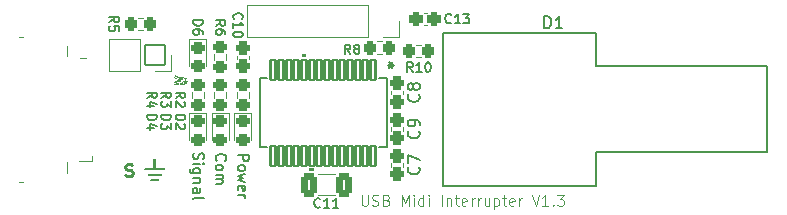
<source format=gto>
G04 #@! TF.GenerationSoftware,KiCad,Pcbnew,8.0.3*
G04 #@! TF.CreationDate,2024-07-26T08:12:38+02:00*
G04 #@! TF.ProjectId,Midi Stick,4d696469-2053-4746-9963-6b2e6b696361,1.3*
G04 #@! TF.SameCoordinates,Original*
G04 #@! TF.FileFunction,Legend,Top*
G04 #@! TF.FilePolarity,Positive*
%FSLAX46Y46*%
G04 Gerber Fmt 4.6, Leading zero omitted, Abs format (unit mm)*
G04 Created by KiCad (PCBNEW 8.0.3) date 2024-07-26 08:12:38*
%MOMM*%
%LPD*%
G01*
G04 APERTURE LIST*
G04 Aperture macros list*
%AMRoundRect*
0 Rectangle with rounded corners*
0 $1 Rounding radius*
0 $2 $3 $4 $5 $6 $7 $8 $9 X,Y pos of 4 corners*
0 Add a 4 corners polygon primitive as box body*
4,1,4,$2,$3,$4,$5,$6,$7,$8,$9,$2,$3,0*
0 Add four circle primitives for the rounded corners*
1,1,$1+$1,$2,$3*
1,1,$1+$1,$4,$5*
1,1,$1+$1,$6,$7*
1,1,$1+$1,$8,$9*
0 Add four rect primitives between the rounded corners*
20,1,$1+$1,$2,$3,$4,$5,0*
20,1,$1+$1,$4,$5,$6,$7,0*
20,1,$1+$1,$6,$7,$8,$9,0*
20,1,$1+$1,$8,$9,$2,$3,0*%
G04 Aperture macros list end*
%ADD10C,0.000000*%
%ADD11C,0.125000*%
%ADD12C,0.200000*%
%ADD13C,0.254000*%
%ADD14C,0.150000*%
%ADD15C,0.120000*%
%ADD16C,0.152400*%
%ADD17RoundRect,0.250800X-0.250800X-0.325800X0.250800X-0.325800X0.250800X0.325800X-0.250800X0.325800X0*%
%ADD18RoundRect,0.269550X-0.307050X0.269550X-0.307050X-0.269550X0.307050X-0.269550X0.307050X0.269550X0*%
%ADD19RoundRect,0.101600X-0.215500X0.829049X-0.215500X-0.829049X0.215500X-0.829049X0.215500X0.829049X0*%
%ADD20RoundRect,0.250800X0.325800X-0.250800X0.325800X0.250800X-0.325800X0.250800X-0.325800X-0.250800X0*%
%ADD21RoundRect,0.250800X-0.325800X0.250800X-0.325800X-0.250800X0.325800X-0.250800X0.325800X0.250800X0*%
%ADD22RoundRect,0.275800X-0.300800X0.275800X-0.300800X-0.275800X0.300800X-0.275800X0.300800X0.275800X0*%
%ADD23RoundRect,0.101600X-0.850000X0.850000X-0.850000X-0.850000X0.850000X-0.850000X0.850000X0.850000X0*%
%ADD24O,1.903200X1.903200*%
%ADD25RoundRect,0.275800X-0.275800X-0.300800X0.275800X-0.300800X0.275800X0.300800X-0.275800X0.300800X0*%
%ADD26C,1.803200*%
%ADD27C,1.422400*%
%ADD28RoundRect,0.275800X0.300800X-0.275800X0.300800X0.275800X-0.300800X0.275800X-0.300800X-0.275800X0*%
%ADD29C,1.100000*%
%ADD30O,2.203200X1.953200*%
%ADD31O,2.203200X1.453200*%
%ADD32O,2.203200X1.703200*%
%ADD33O,3.403200X2.203200*%
%ADD34C,2.203200*%
%ADD35RoundRect,0.294174X0.382426X0.707426X-0.382426X0.707426X-0.382426X-0.707426X0.382426X-0.707426X0*%
G04 APERTURE END LIST*
D10*
G36*
X98464264Y-59963387D02*
G01*
X98466327Y-59963643D01*
X98468273Y-59964081D01*
X98470106Y-59964694D01*
X98471831Y-59965473D01*
X98473454Y-59966410D01*
X98474980Y-59967496D01*
X98476414Y-59968724D01*
X98477761Y-59970084D01*
X98479026Y-59971568D01*
X98480215Y-59973169D01*
X98481332Y-59974876D01*
X98482384Y-59976684D01*
X98483374Y-59978582D01*
X98484308Y-59980562D01*
X98485192Y-59982617D01*
X98486030Y-59984737D01*
X98487591Y-59989141D01*
X98489031Y-59993708D01*
X98490393Y-59998371D01*
X98493046Y-60007715D01*
X98494419Y-60012263D01*
X98495879Y-60016639D01*
X98497382Y-60019496D01*
X98498594Y-60022449D01*
X98499530Y-60025477D01*
X98500206Y-60028557D01*
X98500638Y-60031666D01*
X98500844Y-60034780D01*
X98500838Y-60037877D01*
X98500638Y-60040934D01*
X98500259Y-60043928D01*
X98499718Y-60046837D01*
X98498215Y-60052305D01*
X98496256Y-60057156D01*
X98495148Y-60059293D01*
X98493974Y-60061207D01*
X98492751Y-60062875D01*
X98491496Y-60064274D01*
X98490225Y-60065382D01*
X98488954Y-60066175D01*
X98487699Y-60066631D01*
X98486477Y-60066726D01*
X98485303Y-60066438D01*
X98484194Y-60065745D01*
X98483166Y-60064622D01*
X98482236Y-60063048D01*
X98481419Y-60060999D01*
X98480732Y-60058452D01*
X98480191Y-60055385D01*
X98479812Y-60051775D01*
X98479612Y-60047598D01*
X98479607Y-60042833D01*
X98479024Y-60037706D01*
X98478230Y-60032618D01*
X98477251Y-60027568D01*
X98476114Y-60022550D01*
X98474846Y-60017560D01*
X98473472Y-60012595D01*
X98470513Y-60002725D01*
X98464498Y-59983110D01*
X98461865Y-59973304D01*
X98460734Y-59968388D01*
X98459763Y-59963458D01*
X98462078Y-59963323D01*
X98464264Y-59963387D01*
G37*
G36*
X98365281Y-60047181D02*
G01*
X98367863Y-60049128D01*
X98369902Y-60051051D01*
X98371425Y-60052950D01*
X98372458Y-60054822D01*
X98373026Y-60056665D01*
X98373157Y-60058478D01*
X98372874Y-60060258D01*
X98372206Y-60062003D01*
X98371176Y-60063711D01*
X98369812Y-60065381D01*
X98368139Y-60067011D01*
X98366183Y-60068598D01*
X98363970Y-60070141D01*
X98361526Y-60071637D01*
X98358877Y-60073085D01*
X98353068Y-60075828D01*
X98346748Y-60078354D01*
X98340127Y-60080647D01*
X98333411Y-60082693D01*
X98326807Y-60084474D01*
X98320523Y-60085975D01*
X98314766Y-60087181D01*
X98309744Y-60088077D01*
X98306413Y-60087701D01*
X98303513Y-60087118D01*
X98301030Y-60086344D01*
X98298948Y-60085395D01*
X98297250Y-60084285D01*
X98295920Y-60083032D01*
X98295388Y-60082356D01*
X98294943Y-60081650D01*
X98294302Y-60080155D01*
X98293982Y-60078564D01*
X98293967Y-60076892D01*
X98294240Y-60075155D01*
X98294785Y-60073369D01*
X98295588Y-60071549D01*
X98296630Y-60069711D01*
X98297898Y-60067871D01*
X98299374Y-60066045D01*
X98301042Y-60064248D01*
X98302888Y-60062496D01*
X98304894Y-60060806D01*
X98307044Y-60059192D01*
X98309324Y-60057671D01*
X98311716Y-60056259D01*
X98314205Y-60054970D01*
X98316774Y-60053822D01*
X98319409Y-60052829D01*
X98322092Y-60052008D01*
X98324808Y-60051373D01*
X98327540Y-60050942D01*
X98330274Y-60050730D01*
X98332992Y-60050753D01*
X98335679Y-60051025D01*
X98338319Y-60051564D01*
X98339731Y-60050824D01*
X98341166Y-60050196D01*
X98342622Y-60049666D01*
X98344097Y-60049221D01*
X98345586Y-60048844D01*
X98347087Y-60048523D01*
X98350115Y-60047990D01*
X98353156Y-60047507D01*
X98356188Y-60046959D01*
X98357694Y-60046626D01*
X98359188Y-60046233D01*
X98360668Y-60045767D01*
X98362132Y-60045214D01*
X98365281Y-60047181D01*
G37*
G36*
X98287485Y-59864795D02*
G01*
X98289901Y-59865033D01*
X98292731Y-59865004D01*
X98295380Y-59865265D01*
X98297856Y-59865802D01*
X98300168Y-59866598D01*
X98302326Y-59867641D01*
X98304338Y-59868914D01*
X98306214Y-59870402D01*
X98307962Y-59872091D01*
X98309592Y-59873966D01*
X98311112Y-59876012D01*
X98312532Y-59878214D01*
X98313860Y-59880557D01*
X98315106Y-59883027D01*
X98316278Y-59885607D01*
X98318440Y-59891042D01*
X98320416Y-59896744D01*
X98322280Y-59902592D01*
X98325959Y-59914253D01*
X98327918Y-59919826D01*
X98330054Y-59925070D01*
X98331211Y-59927530D01*
X98332439Y-59929864D01*
X98333747Y-59932055D01*
X98335144Y-59934089D01*
X98337803Y-59939765D01*
X98340286Y-59945517D01*
X98342611Y-59951336D01*
X98344793Y-59957216D01*
X98348801Y-59969126D01*
X98352444Y-59981186D01*
X98359185Y-60005520D01*
X98362553Y-60017673D01*
X98366101Y-60029736D01*
X98361208Y-60030329D01*
X98356165Y-60031293D01*
X98351000Y-60032554D01*
X98345745Y-60034040D01*
X98324432Y-60040771D01*
X98319182Y-60042286D01*
X98314025Y-60043587D01*
X98308990Y-60044603D01*
X98304109Y-60045259D01*
X98299411Y-60045483D01*
X98297141Y-60045410D01*
X98294928Y-60045202D01*
X98292776Y-60044849D01*
X98290689Y-60044343D01*
X98288671Y-60043674D01*
X98286726Y-60042833D01*
X98267481Y-59981421D01*
X98262549Y-59966248D01*
X98257416Y-59951176D01*
X98252006Y-59936218D01*
X98246244Y-59921389D01*
X98244783Y-59917399D01*
X98243084Y-59913233D01*
X98239392Y-59904612D01*
X98237612Y-59900279D01*
X98236015Y-59896010D01*
X98234708Y-59891867D01*
X98233796Y-59887910D01*
X98233521Y-59886020D01*
X98233384Y-59884199D01*
X98233399Y-59882455D01*
X98233579Y-59880795D01*
X98233937Y-59879226D01*
X98234486Y-59877757D01*
X98235239Y-59876395D01*
X98236209Y-59875148D01*
X98237411Y-59874022D01*
X98238856Y-59873026D01*
X98240558Y-59872167D01*
X98242531Y-59871453D01*
X98244787Y-59870890D01*
X98247340Y-59870488D01*
X98250202Y-59870253D01*
X98253388Y-59870192D01*
X98255718Y-59870039D01*
X98258018Y-59869766D01*
X98260292Y-59869394D01*
X98262546Y-59868944D01*
X98267013Y-59867893D01*
X98271463Y-59866779D01*
X98273693Y-59866251D01*
X98275934Y-59865769D01*
X98278192Y-59865356D01*
X98280470Y-59865031D01*
X98282776Y-59864815D01*
X98285112Y-59864730D01*
X98287485Y-59864795D01*
G37*
G36*
X98166076Y-60096808D02*
G01*
X98168344Y-60097241D01*
X98170513Y-60097904D01*
X98172584Y-60098784D01*
X98174558Y-60099870D01*
X98176438Y-60101150D01*
X98178223Y-60102613D01*
X98179916Y-60104247D01*
X98181518Y-60106041D01*
X98183031Y-60107982D01*
X98184457Y-60110060D01*
X98185795Y-60112263D01*
X98187049Y-60114579D01*
X98188220Y-60116997D01*
X98189308Y-60119505D01*
X98190316Y-60122091D01*
X98191245Y-60124745D01*
X98192872Y-60130206D01*
X98194200Y-60135796D01*
X98195241Y-60141422D01*
X98196007Y-60146991D01*
X98196510Y-60152412D01*
X98196761Y-60157591D01*
X98196772Y-60162435D01*
X98196555Y-60166852D01*
X98195900Y-60169630D01*
X98195437Y-60172307D01*
X98195155Y-60174889D01*
X98195043Y-60177383D01*
X98195087Y-60179795D01*
X98195278Y-60182131D01*
X98195602Y-60184397D01*
X98196048Y-60186601D01*
X98196605Y-60188749D01*
X98197260Y-60190847D01*
X98198820Y-60194917D01*
X98200634Y-60198865D01*
X98202608Y-60202740D01*
X98206662Y-60210479D01*
X98208553Y-60214446D01*
X98210230Y-60218545D01*
X98210958Y-60220661D01*
X98211597Y-60222829D01*
X98212135Y-60225056D01*
X98212561Y-60227348D01*
X98212863Y-60229712D01*
X98213029Y-60232153D01*
X98213047Y-60234679D01*
X98212906Y-60237296D01*
X98214324Y-60258890D01*
X98214536Y-60264165D01*
X98214623Y-60269393D01*
X98214551Y-60274572D01*
X98214283Y-60279703D01*
X98213787Y-60284786D01*
X98213027Y-60289822D01*
X98211969Y-60294811D01*
X98210578Y-60299753D01*
X98208820Y-60304649D01*
X98206661Y-60309498D01*
X98204066Y-60314301D01*
X98201001Y-60319058D01*
X98197836Y-60321274D01*
X98194874Y-60323017D01*
X98192110Y-60324309D01*
X98189537Y-60325171D01*
X98187148Y-60325625D01*
X98184936Y-60325691D01*
X98182895Y-60325391D01*
X98181019Y-60324746D01*
X98179302Y-60323778D01*
X98177735Y-60322507D01*
X98176314Y-60320954D01*
X98175032Y-60319141D01*
X98173881Y-60317090D01*
X98172857Y-60314821D01*
X98171951Y-60312355D01*
X98171157Y-60309714D01*
X98170470Y-60306919D01*
X98169882Y-60303992D01*
X98168979Y-60297823D01*
X98168396Y-60291378D01*
X98168081Y-60284826D01*
X98167982Y-60278338D01*
X98168046Y-60272082D01*
X98168457Y-60260948D01*
X98167831Y-60258205D01*
X98167342Y-60255491D01*
X98166981Y-60252807D01*
X98166738Y-60250150D01*
X98166568Y-60244913D01*
X98166754Y-60239768D01*
X98167218Y-60234704D01*
X98167883Y-60229709D01*
X98169502Y-60219877D01*
X98170991Y-60210179D01*
X98171493Y-60205351D01*
X98171728Y-60200521D01*
X98171620Y-60195677D01*
X98171413Y-60193246D01*
X98171090Y-60190808D01*
X98170643Y-60188360D01*
X98170062Y-60185901D01*
X98169336Y-60183430D01*
X98168457Y-60180945D01*
X98164813Y-60171542D01*
X98163046Y-60166544D01*
X98161356Y-60161389D01*
X98159774Y-60156107D01*
X98158329Y-60150730D01*
X98157053Y-60145287D01*
X98155974Y-60139809D01*
X98155125Y-60134327D01*
X98154535Y-60128871D01*
X98154235Y-60123472D01*
X98154254Y-60118160D01*
X98154624Y-60112966D01*
X98155374Y-60107920D01*
X98156536Y-60103053D01*
X98157280Y-60100696D01*
X98158138Y-60098395D01*
X98158344Y-60098186D01*
X98158555Y-60097995D01*
X98158771Y-60097821D01*
X98158991Y-60097663D01*
X98159215Y-60097522D01*
X98159444Y-60097395D01*
X98159676Y-60097282D01*
X98159912Y-60097183D01*
X98160151Y-60097097D01*
X98160393Y-60097023D01*
X98160638Y-60096959D01*
X98160886Y-60096906D01*
X98161389Y-60096828D01*
X98161900Y-60096782D01*
X98166076Y-60096808D01*
G37*
G36*
X98106961Y-60111543D02*
G01*
X98108126Y-60112202D01*
X98109248Y-60113060D01*
X98110329Y-60114107D01*
X98111372Y-60115331D01*
X98112379Y-60116721D01*
X98113352Y-60118266D01*
X98114294Y-60119955D01*
X98116093Y-60123718D01*
X98117794Y-60127921D01*
X98119416Y-60132474D01*
X98120978Y-60137287D01*
X98126994Y-60157346D01*
X98128533Y-60162113D01*
X98130123Y-60166602D01*
X98131783Y-60170723D01*
X98133532Y-60174386D01*
X98133951Y-60181290D01*
X98134728Y-60188224D01*
X98135785Y-60195180D01*
X98137046Y-60202147D01*
X98142575Y-60229953D01*
X98143692Y-60236843D01*
X98144548Y-60243689D01*
X98145067Y-60250482D01*
X98145170Y-60257214D01*
X98144780Y-60263875D01*
X98144376Y-60267176D01*
X98143820Y-60270455D01*
X98143103Y-60273713D01*
X98142213Y-60276947D01*
X98141143Y-60280156D01*
X98139882Y-60283339D01*
X98141757Y-60285756D01*
X98143280Y-60288342D01*
X98144469Y-60291073D01*
X98145341Y-60293925D01*
X98145912Y-60296874D01*
X98146198Y-60299898D01*
X98146218Y-60302971D01*
X98145986Y-60306071D01*
X98145522Y-60309173D01*
X98144840Y-60312255D01*
X98143958Y-60315291D01*
X98142893Y-60318258D01*
X98141661Y-60321133D01*
X98140279Y-60323892D01*
X98138764Y-60326510D01*
X98137134Y-60328965D01*
X98135403Y-60331233D01*
X98133590Y-60333289D01*
X98131711Y-60335111D01*
X98129783Y-60336673D01*
X98127823Y-60337953D01*
X98125847Y-60338927D01*
X98123872Y-60339571D01*
X98121916Y-60339861D01*
X98119994Y-60339774D01*
X98118124Y-60339285D01*
X98116322Y-60338372D01*
X98114605Y-60337010D01*
X98112990Y-60335175D01*
X98111494Y-60332844D01*
X98110134Y-60329993D01*
X98108926Y-60326598D01*
X98110086Y-60323261D01*
X98110993Y-60319982D01*
X98111660Y-60316756D01*
X98112104Y-60313580D01*
X98112339Y-60310447D01*
X98112381Y-60307354D01*
X98112245Y-60304294D01*
X98111946Y-60301264D01*
X98111500Y-60298258D01*
X98110921Y-60295272D01*
X98109426Y-60289338D01*
X98107583Y-60283424D01*
X98105515Y-60277489D01*
X98101187Y-60265404D01*
X98099171Y-60259175D01*
X98097415Y-60252770D01*
X98096042Y-60246149D01*
X98095537Y-60242745D01*
X98095173Y-60239273D01*
X98094965Y-60235728D01*
X98094929Y-60232104D01*
X98095079Y-60228397D01*
X98095432Y-60224602D01*
X98093773Y-60218196D01*
X98092552Y-60211742D01*
X98091701Y-60205250D01*
X98091150Y-60198732D01*
X98090832Y-60192200D01*
X98090678Y-60185663D01*
X98090587Y-60172624D01*
X98090330Y-60159704D01*
X98089968Y-60153317D01*
X98089359Y-60146994D01*
X98088433Y-60140745D01*
X98087124Y-60134582D01*
X98085362Y-60128517D01*
X98083078Y-60122559D01*
X98082699Y-60121300D01*
X98082464Y-60120166D01*
X98082366Y-60119149D01*
X98082397Y-60118244D01*
X98082551Y-60117443D01*
X98082819Y-60116741D01*
X98083195Y-60116129D01*
X98083670Y-60115602D01*
X98084238Y-60115154D01*
X98084890Y-60114776D01*
X98085621Y-60114464D01*
X98086421Y-60114209D01*
X98087284Y-60114006D01*
X98088203Y-60113848D01*
X98090176Y-60113639D01*
X98098802Y-60113270D01*
X98100844Y-60113028D01*
X98101808Y-60112849D01*
X98102723Y-60112621D01*
X98103582Y-60112338D01*
X98104378Y-60111994D01*
X98105103Y-60111582D01*
X98105751Y-60111095D01*
X98106961Y-60111543D01*
G37*
G36*
X98236892Y-59814882D02*
G01*
X98246390Y-59815238D01*
X98255873Y-59815825D01*
X98265328Y-59816660D01*
X98274742Y-59817759D01*
X98284100Y-59819142D01*
X98293390Y-59820824D01*
X98302597Y-59822824D01*
X98311708Y-59825159D01*
X98320710Y-59827845D01*
X98329588Y-59830902D01*
X98332526Y-59831869D01*
X98335496Y-59832944D01*
X98338496Y-59834117D01*
X98341522Y-59835379D01*
X98347642Y-59838130D01*
X98353832Y-59841126D01*
X98360069Y-59844290D01*
X98366329Y-59847549D01*
X98378828Y-59854054D01*
X98382668Y-59857298D01*
X98386638Y-59860442D01*
X98394829Y-59866510D01*
X98403130Y-59872426D01*
X98411268Y-59878354D01*
X98415191Y-59881375D01*
X98418971Y-59884461D01*
X98422574Y-59887634D01*
X98425966Y-59890913D01*
X98429113Y-59894320D01*
X98431981Y-59897875D01*
X98434536Y-59901600D01*
X98435686Y-59903532D01*
X98436744Y-59905514D01*
X98439991Y-59908475D01*
X98443223Y-59911791D01*
X98446408Y-59915398D01*
X98449516Y-59919235D01*
X98452515Y-59923239D01*
X98455373Y-59927346D01*
X98458058Y-59931493D01*
X98460541Y-59935619D01*
X98462788Y-59939659D01*
X98464768Y-59943552D01*
X98466450Y-59947234D01*
X98467803Y-59950642D01*
X98468795Y-59953714D01*
X98469394Y-59956387D01*
X98469536Y-59957554D01*
X98469569Y-59958597D01*
X98469487Y-59959510D01*
X98469288Y-59960283D01*
X98467370Y-59959757D01*
X98465552Y-59959056D01*
X98463831Y-59958199D01*
X98462202Y-59957203D01*
X98460659Y-59956084D01*
X98459199Y-59954862D01*
X98457816Y-59953552D01*
X98456507Y-59952172D01*
X98454089Y-59949273D01*
X98451908Y-59946304D01*
X98448107Y-59940712D01*
X98446415Y-59938369D01*
X98444810Y-59936512D01*
X98444030Y-59935810D01*
X98443258Y-59935281D01*
X98442490Y-59934944D01*
X98441720Y-59934816D01*
X98440945Y-59934914D01*
X98440160Y-59935256D01*
X98439360Y-59935858D01*
X98438541Y-59936739D01*
X98437697Y-59937915D01*
X98436825Y-59939405D01*
X98435920Y-59941226D01*
X98434976Y-59943394D01*
X98431986Y-59941557D01*
X98428861Y-59939944D01*
X98425612Y-59938536D01*
X98422253Y-59937318D01*
X98415248Y-59935382D01*
X98407940Y-59934002D01*
X98400424Y-59933043D01*
X98392796Y-59932370D01*
X98377580Y-59931349D01*
X98370182Y-59930730D01*
X98363051Y-59929862D01*
X98356281Y-59928608D01*
X98353062Y-59927795D01*
X98349968Y-59926835D01*
X98347012Y-59925712D01*
X98344206Y-59924409D01*
X98341561Y-59922908D01*
X98339090Y-59921194D01*
X98336804Y-59919250D01*
X98334715Y-59917058D01*
X98332835Y-59914601D01*
X98331176Y-59911864D01*
X98330683Y-59908465D01*
X98329961Y-59905093D01*
X98329032Y-59901748D01*
X98327919Y-59898430D01*
X98326645Y-59895137D01*
X98325234Y-59891868D01*
X98323709Y-59888623D01*
X98322093Y-59885401D01*
X98318680Y-59879023D01*
X98315180Y-59872725D01*
X98311779Y-59866503D01*
X98310173Y-59863418D01*
X98308662Y-59860349D01*
X98306793Y-59857551D01*
X98304687Y-59855193D01*
X98302360Y-59853247D01*
X98299829Y-59851684D01*
X98297110Y-59850477D01*
X98294219Y-59849595D01*
X98291173Y-59849011D01*
X98287989Y-59848696D01*
X98284682Y-59848622D01*
X98281269Y-59848759D01*
X98274190Y-59849555D01*
X98266884Y-59850857D01*
X98259481Y-59852434D01*
X98244910Y-59855503D01*
X98238004Y-59856538D01*
X98234703Y-59856831D01*
X98231525Y-59856935D01*
X98228488Y-59856823D01*
X98225606Y-59856465D01*
X98222896Y-59855834D01*
X98220376Y-59854900D01*
X98218061Y-59853635D01*
X98215967Y-59852011D01*
X98214111Y-59849999D01*
X98212510Y-59847570D01*
X98207830Y-59841188D01*
X98204103Y-59836536D01*
X98202573Y-59834812D01*
X98201256Y-59833464D01*
X98200140Y-59832473D01*
X98199218Y-59831819D01*
X98198481Y-59831485D01*
X98197920Y-59831451D01*
X98197526Y-59831697D01*
X98197290Y-59832206D01*
X98197203Y-59832958D01*
X98197257Y-59833934D01*
X98197442Y-59835115D01*
X98197749Y-59836482D01*
X98198697Y-59839699D01*
X98200029Y-59843434D01*
X98201674Y-59847534D01*
X98203561Y-59851848D01*
X98205620Y-59856224D01*
X98207779Y-59860511D01*
X98209967Y-59864556D01*
X98212113Y-59868208D01*
X98215419Y-59874096D01*
X98218601Y-59880117D01*
X98221666Y-59886259D01*
X98224623Y-59892511D01*
X98230252Y-59905305D01*
X98235558Y-59918409D01*
X98240612Y-59931737D01*
X98245485Y-59945201D01*
X98254976Y-59972189D01*
X98258815Y-59983237D01*
X98262557Y-59994543D01*
X98266197Y-60006045D01*
X98269733Y-60017679D01*
X98276476Y-60041088D01*
X98282757Y-60064264D01*
X98285836Y-60077491D01*
X98288781Y-60090897D01*
X98291573Y-60104429D01*
X98294194Y-60118038D01*
X98296626Y-60131672D01*
X98298850Y-60145279D01*
X98300848Y-60158811D01*
X98302601Y-60172214D01*
X98303973Y-60176632D01*
X98304981Y-60180809D01*
X98305695Y-60184703D01*
X98306186Y-60188272D01*
X98306775Y-60194268D01*
X98307013Y-60196611D01*
X98307308Y-60198461D01*
X98307497Y-60199187D01*
X98307728Y-60199775D01*
X98308007Y-60200219D01*
X98308343Y-60200513D01*
X98308746Y-60200652D01*
X98309225Y-60200632D01*
X98309787Y-60200446D01*
X98310441Y-60200089D01*
X98312064Y-60198844D01*
X98314162Y-60196854D01*
X98316805Y-60194077D01*
X98320063Y-60190470D01*
X98330345Y-60186749D01*
X98341133Y-60183089D01*
X98346467Y-60181559D01*
X98351629Y-60180377D01*
X98356516Y-60179654D01*
X98358827Y-60179499D01*
X98361031Y-60179501D01*
X98363117Y-60179672D01*
X98365072Y-60180028D01*
X98366884Y-60180582D01*
X98368540Y-60181347D01*
X98370028Y-60182338D01*
X98371335Y-60183569D01*
X98372448Y-60185053D01*
X98373356Y-60186804D01*
X98374045Y-60188837D01*
X98374504Y-60191164D01*
X98374719Y-60193800D01*
X98374678Y-60196759D01*
X98374369Y-60200054D01*
X98373779Y-60203700D01*
X98372896Y-60207710D01*
X98371707Y-60212099D01*
X98371386Y-60214834D01*
X98371169Y-60217446D01*
X98371050Y-60219931D01*
X98371021Y-60222284D01*
X98371077Y-60224500D01*
X98371211Y-60226575D01*
X98371417Y-60228504D01*
X98371688Y-60230282D01*
X98372018Y-60231906D01*
X98372401Y-60233370D01*
X98372830Y-60234669D01*
X98373299Y-60235800D01*
X98373801Y-60236757D01*
X98374330Y-60237537D01*
X98374879Y-60238133D01*
X98375443Y-60238543D01*
X98376015Y-60238760D01*
X98376588Y-60238781D01*
X98377156Y-60238601D01*
X98377713Y-60238215D01*
X98378252Y-60237619D01*
X98378767Y-60236809D01*
X98379251Y-60235778D01*
X98379699Y-60234524D01*
X98380103Y-60233041D01*
X98380457Y-60231325D01*
X98380756Y-60229370D01*
X98380992Y-60227174D01*
X98381158Y-60224730D01*
X98381250Y-60222035D01*
X98381260Y-60219083D01*
X98381182Y-60215870D01*
X98380568Y-60212940D01*
X98380157Y-60209766D01*
X98379854Y-60202797D01*
X98380096Y-60195185D01*
X98380707Y-60187156D01*
X98382329Y-60170740D01*
X98382989Y-60162799D01*
X98383311Y-60155337D01*
X98383121Y-60148575D01*
X98382778Y-60145527D01*
X98382241Y-60142738D01*
X98381487Y-60140236D01*
X98380495Y-60138050D01*
X98379242Y-60136206D01*
X98377707Y-60134734D01*
X98375867Y-60133660D01*
X98373701Y-60133014D01*
X98371186Y-60132823D01*
X98368300Y-60133114D01*
X98365021Y-60133917D01*
X98361327Y-60135259D01*
X98357196Y-60137167D01*
X98352607Y-60139670D01*
X98349644Y-60141692D01*
X98346713Y-60143517D01*
X98343817Y-60145145D01*
X98340962Y-60146577D01*
X98338155Y-60147812D01*
X98335399Y-60148852D01*
X98332700Y-60149696D01*
X98330064Y-60150344D01*
X98327496Y-60150797D01*
X98325002Y-60151055D01*
X98322586Y-60151118D01*
X98320254Y-60150987D01*
X98318011Y-60150662D01*
X98315862Y-60150143D01*
X98313814Y-60149430D01*
X98311871Y-60148523D01*
X98310038Y-60147424D01*
X98308321Y-60146131D01*
X98306725Y-60144646D01*
X98305256Y-60142968D01*
X98303918Y-60141099D01*
X98302718Y-60139037D01*
X98301660Y-60136783D01*
X98300750Y-60134339D01*
X98299992Y-60131703D01*
X98299394Y-60128876D01*
X98298959Y-60125858D01*
X98298693Y-60122651D01*
X98298601Y-60119253D01*
X98298689Y-60115665D01*
X98298962Y-60111887D01*
X98299426Y-60107920D01*
X98300104Y-60106035D01*
X98300963Y-60104289D01*
X98301993Y-60102676D01*
X98303186Y-60101188D01*
X98304534Y-60099819D01*
X98306026Y-60098559D01*
X98307654Y-60097403D01*
X98309410Y-60096342D01*
X98311284Y-60095370D01*
X98313268Y-60094478D01*
X98315352Y-60093660D01*
X98317529Y-60092908D01*
X98322121Y-60091571D01*
X98326974Y-60090410D01*
X98347571Y-60086329D01*
X98352662Y-60085154D01*
X98357587Y-60083797D01*
X98362275Y-60082201D01*
X98364508Y-60081294D01*
X98366656Y-60080305D01*
X98369561Y-60080372D01*
X98372100Y-60080856D01*
X98374299Y-60081722D01*
X98376186Y-60082937D01*
X98377786Y-60084468D01*
X98379126Y-60086281D01*
X98380231Y-60088342D01*
X98381130Y-60090618D01*
X98381847Y-60093075D01*
X98382409Y-60095679D01*
X98383174Y-60101195D01*
X98384007Y-60112517D01*
X98384496Y-60117784D01*
X98385315Y-60122431D01*
X98385914Y-60124437D01*
X98386675Y-60126188D01*
X98387623Y-60127648D01*
X98388786Y-60128785D01*
X98390189Y-60129566D01*
X98391859Y-60129955D01*
X98393823Y-60129921D01*
X98396106Y-60129428D01*
X98398735Y-60128444D01*
X98401737Y-60126936D01*
X98405137Y-60124868D01*
X98408963Y-60122208D01*
X98413149Y-60120635D01*
X98417499Y-60118772D01*
X98426562Y-60114561D01*
X98435895Y-60110338D01*
X98440582Y-60108462D01*
X98445241Y-60106871D01*
X98449839Y-60105659D01*
X98452105Y-60105226D01*
X98454344Y-60104923D01*
X98456551Y-60104764D01*
X98458723Y-60104759D01*
X98460856Y-60104921D01*
X98462946Y-60105262D01*
X98464988Y-60105793D01*
X98466979Y-60106527D01*
X98468915Y-60107476D01*
X98470791Y-60108651D01*
X98472604Y-60110065D01*
X98474350Y-60111730D01*
X98476024Y-60113657D01*
X98477623Y-60115858D01*
X98477275Y-60113027D01*
X98477141Y-60110208D01*
X98477204Y-60107417D01*
X98477450Y-60104667D01*
X98477864Y-60101972D01*
X98478429Y-60099346D01*
X98479132Y-60096804D01*
X98479955Y-60094360D01*
X98480884Y-60092027D01*
X98481905Y-60089819D01*
X98483000Y-60087752D01*
X98484156Y-60085838D01*
X98485356Y-60084092D01*
X98486585Y-60082529D01*
X98487829Y-60081161D01*
X98489072Y-60080004D01*
X98490297Y-60079071D01*
X98491491Y-60078376D01*
X98492638Y-60077934D01*
X98493722Y-60077758D01*
X98494728Y-60077863D01*
X98495642Y-60078263D01*
X98496446Y-60078971D01*
X98497127Y-60080003D01*
X98497668Y-60081371D01*
X98498056Y-60083091D01*
X98498273Y-60085176D01*
X98498305Y-60087640D01*
X98498137Y-60090497D01*
X98497752Y-60093762D01*
X98497137Y-60097448D01*
X98496276Y-60101570D01*
X98494337Y-60107506D01*
X98492605Y-60113440D01*
X98491051Y-60119374D01*
X98489647Y-60125309D01*
X98487173Y-60137183D01*
X98484955Y-60149068D01*
X98482762Y-60160968D01*
X98480366Y-60172890D01*
X98479021Y-60178861D01*
X98477539Y-60184839D01*
X98475892Y-60190825D01*
X98474051Y-60196820D01*
X98463920Y-60204674D01*
X98457354Y-60209654D01*
X98453994Y-60212088D01*
X98450695Y-60214363D01*
X98447544Y-60216387D01*
X98444624Y-60218069D01*
X98442021Y-60219319D01*
X98440866Y-60219752D01*
X98439821Y-60220043D01*
X98438899Y-60220180D01*
X98438108Y-60220152D01*
X98437461Y-60219947D01*
X98436968Y-60219554D01*
X98436639Y-60218961D01*
X98436485Y-60218157D01*
X98436516Y-60217131D01*
X98436744Y-60215870D01*
X98442335Y-60212494D01*
X98444254Y-60211122D01*
X98445639Y-60209935D01*
X98446527Y-60208916D01*
X98446958Y-60208044D01*
X98446968Y-60207302D01*
X98446594Y-60206671D01*
X98445876Y-60206132D01*
X98444850Y-60205666D01*
X98442027Y-60204880D01*
X98434351Y-60203368D01*
X98430103Y-60202342D01*
X98425983Y-60200938D01*
X98424065Y-60200047D01*
X98422293Y-60199005D01*
X98420704Y-60197794D01*
X98419336Y-60196394D01*
X98418226Y-60194788D01*
X98417413Y-60192956D01*
X98416934Y-60190880D01*
X98416827Y-60188541D01*
X98417129Y-60185921D01*
X98417878Y-60183000D01*
X98419112Y-60179760D01*
X98420869Y-60176183D01*
X98422330Y-60171951D01*
X98424019Y-60167685D01*
X98425938Y-60163432D01*
X98428086Y-60159237D01*
X98430463Y-60155146D01*
X98433068Y-60151205D01*
X98435902Y-60147460D01*
X98438965Y-60143957D01*
X98442256Y-60140741D01*
X98443986Y-60139256D01*
X98445774Y-60137859D01*
X98447619Y-60136558D01*
X98449521Y-60135357D01*
X98451480Y-60134262D01*
X98453496Y-60133280D01*
X98455569Y-60132415D01*
X98457698Y-60131674D01*
X98459885Y-60131063D01*
X98462128Y-60130586D01*
X98464428Y-60130250D01*
X98466785Y-60130061D01*
X98469199Y-60130024D01*
X98471669Y-60130145D01*
X98472759Y-60127519D01*
X98473546Y-60125224D01*
X98474046Y-60123244D01*
X98474274Y-60121565D01*
X98474243Y-60120169D01*
X98473968Y-60119042D01*
X98473464Y-60118166D01*
X98472746Y-60117527D01*
X98471827Y-60117108D01*
X98470722Y-60116894D01*
X98469446Y-60116868D01*
X98468014Y-60117015D01*
X98466439Y-60117319D01*
X98464737Y-60117764D01*
X98461007Y-60119012D01*
X98456941Y-60120633D01*
X98452654Y-60122499D01*
X98443884Y-60126460D01*
X98439633Y-60128300D01*
X98435625Y-60129877D01*
X98431978Y-60131064D01*
X98430326Y-60131471D01*
X98428807Y-60131733D01*
X98426862Y-60132745D01*
X98424929Y-60133637D01*
X98423016Y-60134418D01*
X98421127Y-60135100D01*
X98417450Y-60136209D01*
X98413950Y-60137052D01*
X98407682Y-60138283D01*
X98405017Y-60138846D01*
X98402730Y-60139488D01*
X98401746Y-60139867D01*
X98400875Y-60140298D01*
X98400124Y-60140792D01*
X98399500Y-60141361D01*
X98399009Y-60142015D01*
X98398657Y-60142765D01*
X98398451Y-60143621D01*
X98398397Y-60144596D01*
X98398502Y-60145698D01*
X98398771Y-60146940D01*
X98399211Y-60148333D01*
X98399829Y-60149886D01*
X98400630Y-60151611D01*
X98401622Y-60153519D01*
X98404201Y-60157927D01*
X98405181Y-60160011D01*
X98405946Y-60162344D01*
X98406513Y-60164904D01*
X98406905Y-60167665D01*
X98407236Y-60173695D01*
X98407096Y-60180243D01*
X98404986Y-60207736D01*
X98404859Y-60213971D01*
X98405208Y-60219563D01*
X98405610Y-60222058D01*
X98406189Y-60224320D01*
X98406967Y-60226325D01*
X98407962Y-60228049D01*
X98409194Y-60229468D01*
X98410683Y-60230557D01*
X98412448Y-60231293D01*
X98414510Y-60231651D01*
X98416888Y-60231607D01*
X98419601Y-60231137D01*
X98422670Y-60230217D01*
X98426113Y-60228823D01*
X98423348Y-60231899D01*
X98420401Y-60234921D01*
X98417311Y-60237909D01*
X98414117Y-60240880D01*
X98407577Y-60246857D01*
X98404309Y-60249902D01*
X98401093Y-60253010D01*
X98397970Y-60256202D01*
X98394978Y-60259498D01*
X98392156Y-60262916D01*
X98389544Y-60266477D01*
X98388329Y-60268318D01*
X98387181Y-60270201D01*
X98386105Y-60272130D01*
X98385106Y-60274107D01*
X98384189Y-60276135D01*
X98383358Y-60278215D01*
X98382619Y-60280351D01*
X98381976Y-60282545D01*
X98382998Y-60286301D01*
X98383660Y-60289655D01*
X98383985Y-60292631D01*
X98383995Y-60295251D01*
X98383713Y-60297536D01*
X98383161Y-60299510D01*
X98382361Y-60301193D01*
X98381336Y-60302610D01*
X98380109Y-60303782D01*
X98378702Y-60304730D01*
X98377137Y-60305479D01*
X98375437Y-60306048D01*
X98373625Y-60306462D01*
X98371722Y-60306742D01*
X98367735Y-60306991D01*
X98359666Y-60306862D01*
X98355943Y-60306841D01*
X98352668Y-60307086D01*
X98351255Y-60307364D01*
X98350020Y-60307776D01*
X98348987Y-60308344D01*
X98348179Y-60309089D01*
X98347617Y-60310035D01*
X98347324Y-60311203D01*
X98347323Y-60312615D01*
X98347635Y-60314295D01*
X98354412Y-60314380D01*
X98358907Y-60314748D01*
X98360377Y-60315011D01*
X98361369Y-60315312D01*
X98361916Y-60315642D01*
X98362047Y-60315988D01*
X98361795Y-60316341D01*
X98361190Y-60316689D01*
X98359047Y-60317330D01*
X98355867Y-60317826D01*
X98351899Y-60318090D01*
X98347391Y-60318037D01*
X98342593Y-60317581D01*
X98340163Y-60317176D01*
X98337754Y-60316637D01*
X98335397Y-60315956D01*
X98333122Y-60315120D01*
X98330962Y-60314119D01*
X98328947Y-60312942D01*
X98327109Y-60311579D01*
X98325478Y-60310019D01*
X98324085Y-60308252D01*
X98322962Y-60306266D01*
X98322141Y-60304050D01*
X98321651Y-60301595D01*
X98311074Y-60305894D01*
X98300151Y-60309939D01*
X98288970Y-60313611D01*
X98283312Y-60315270D01*
X98277623Y-60316792D01*
X98271914Y-60318162D01*
X98266197Y-60319364D01*
X98260484Y-60320384D01*
X98254784Y-60321207D01*
X98249110Y-60321818D01*
X98243473Y-60322203D01*
X98237884Y-60322346D01*
X98232354Y-60322233D01*
X98233153Y-60321044D01*
X98233675Y-60319975D01*
X98233943Y-60319013D01*
X98233975Y-60318148D01*
X98233793Y-60317369D01*
X98233416Y-60316665D01*
X98232866Y-60316025D01*
X98232162Y-60315439D01*
X98231326Y-60314894D01*
X98230377Y-60314381D01*
X98228224Y-60313405D01*
X98223468Y-60311348D01*
X98221192Y-60310092D01*
X98220151Y-60309369D01*
X98219202Y-60308568D01*
X98218366Y-60307678D01*
X98217663Y-60306688D01*
X98217112Y-60305588D01*
X98216736Y-60304365D01*
X98216554Y-60303010D01*
X98216586Y-60301512D01*
X98216853Y-60299859D01*
X98217376Y-60298041D01*
X98218175Y-60296046D01*
X98219270Y-60293865D01*
X98220683Y-60291484D01*
X98222432Y-60288895D01*
X98222611Y-60276079D01*
X98222486Y-60263267D01*
X98221386Y-60237671D01*
X98219271Y-60212139D01*
X98216275Y-60186700D01*
X98212535Y-60161385D01*
X98208189Y-60136225D01*
X98203373Y-60111249D01*
X98198223Y-60086489D01*
X98201335Y-60085315D01*
X98204160Y-60084032D01*
X98206704Y-60082654D01*
X98208973Y-60081195D01*
X98210974Y-60079668D01*
X98212714Y-60078089D01*
X98214198Y-60076472D01*
X98215435Y-60074830D01*
X98216429Y-60073178D01*
X98217188Y-60071531D01*
X98217718Y-60069901D01*
X98218025Y-60068304D01*
X98218117Y-60066754D01*
X98217999Y-60065265D01*
X98217679Y-60063851D01*
X98217162Y-60062526D01*
X98216455Y-60061305D01*
X98215565Y-60060201D01*
X98214498Y-60059229D01*
X98213261Y-60058404D01*
X98211860Y-60057738D01*
X98210302Y-60057247D01*
X98208594Y-60056945D01*
X98206741Y-60056846D01*
X98204750Y-60056963D01*
X98202628Y-60057312D01*
X98200381Y-60057907D01*
X98198017Y-60058761D01*
X98195540Y-60059889D01*
X98192959Y-60061305D01*
X98190279Y-60063023D01*
X98187507Y-60065058D01*
X98181169Y-60065927D01*
X98174813Y-60067025D01*
X98168535Y-60068383D01*
X98162434Y-60070030D01*
X98156605Y-60071994D01*
X98151147Y-60074306D01*
X98148587Y-60075602D01*
X98146156Y-60076995D01*
X98143866Y-60078490D01*
X98141729Y-60080090D01*
X98139758Y-60081799D01*
X98137964Y-60083621D01*
X98136360Y-60085559D01*
X98134958Y-60087617D01*
X98133770Y-60089798D01*
X98132807Y-60092107D01*
X98132084Y-60094546D01*
X98131610Y-60097121D01*
X98131399Y-60099833D01*
X98131463Y-60102688D01*
X98131814Y-60105688D01*
X98132463Y-60108837D01*
X98133424Y-60112140D01*
X98134708Y-60115599D01*
X98136327Y-60119218D01*
X98138294Y-60123002D01*
X98140940Y-60137259D01*
X98143859Y-60151479D01*
X98149792Y-60179843D01*
X98152442Y-60194004D01*
X98154639Y-60208163D01*
X98155511Y-60215244D01*
X98156202Y-60222328D01*
X98156688Y-60229415D01*
X98156948Y-60236508D01*
X98154827Y-60229018D01*
X98152931Y-60221425D01*
X98149667Y-60205984D01*
X98146865Y-60190298D01*
X98144235Y-60174481D01*
X98141486Y-60158647D01*
X98138328Y-60142910D01*
X98136505Y-60135114D01*
X98134470Y-60127384D01*
X98132188Y-60119737D01*
X98129621Y-60112184D01*
X98129720Y-60108222D01*
X98129549Y-60104656D01*
X98129123Y-60101468D01*
X98128453Y-60098642D01*
X98127552Y-60096163D01*
X98126432Y-60094013D01*
X98125106Y-60092177D01*
X98123586Y-60090637D01*
X98121884Y-60089378D01*
X98120014Y-60088382D01*
X98117987Y-60087634D01*
X98115816Y-60087117D01*
X98113513Y-60086815D01*
X98111092Y-60086711D01*
X98108563Y-60086788D01*
X98105940Y-60087031D01*
X98103235Y-60087423D01*
X98100461Y-60087947D01*
X98094754Y-60089326D01*
X98088919Y-60091038D01*
X98083055Y-60092951D01*
X98071638Y-60096854D01*
X98066285Y-60098581D01*
X98061301Y-60099983D01*
X98061454Y-60106129D01*
X98061883Y-60112224D01*
X98062553Y-60118272D01*
X98063429Y-60124278D01*
X98064474Y-60130250D01*
X98065655Y-60136192D01*
X98068282Y-60148010D01*
X98071029Y-60159778D01*
X98073614Y-60171541D01*
X98074758Y-60177435D01*
X98075757Y-60183344D01*
X98076574Y-60189275D01*
X98077176Y-60195233D01*
X98080593Y-60213491D01*
X98083620Y-60231877D01*
X98086177Y-60250382D01*
X98088183Y-60269001D01*
X98089557Y-60287726D01*
X98090219Y-60306548D01*
X98090257Y-60315994D01*
X98090087Y-60325461D01*
X98089699Y-60334950D01*
X98089082Y-60344458D01*
X98086947Y-60328988D01*
X98085345Y-60313218D01*
X98082870Y-60281093D01*
X98081565Y-60264892D01*
X98079929Y-60248702D01*
X98077744Y-60232600D01*
X98076378Y-60224606D01*
X98074794Y-60216664D01*
X98072228Y-60200917D01*
X98069279Y-60185377D01*
X98066036Y-60169993D01*
X98062591Y-60154715D01*
X98055457Y-60124270D01*
X98051949Y-60109001D01*
X98048601Y-60093633D01*
X98060714Y-60090663D01*
X98072902Y-60087839D01*
X98097291Y-60082162D01*
X98109387Y-60079077D01*
X98121346Y-60075672D01*
X98127258Y-60073814D01*
X98133116Y-60071832D01*
X98138914Y-60069712D01*
X98144644Y-60067439D01*
X98187572Y-60059705D01*
X98192771Y-60058252D01*
X98197541Y-60056517D01*
X98199728Y-60055528D01*
X98201763Y-60054449D01*
X98203631Y-60053273D01*
X98205318Y-60051995D01*
X98206810Y-60050607D01*
X98208091Y-60049102D01*
X98209146Y-60047476D01*
X98209961Y-60045720D01*
X98210521Y-60043829D01*
X98210812Y-60041795D01*
X98210818Y-60039614D01*
X98210526Y-60037277D01*
X98202691Y-60012808D01*
X98198564Y-60000540D01*
X98194264Y-59988275D01*
X98189764Y-59976033D01*
X98185039Y-59963834D01*
X98180062Y-59951698D01*
X98174807Y-59939645D01*
X98172794Y-59939277D01*
X98170687Y-59939150D01*
X98168494Y-59939244D01*
X98166227Y-59939537D01*
X98163897Y-59940006D01*
X98161514Y-59940630D01*
X98156633Y-59942252D01*
X98151670Y-59944227D01*
X98146709Y-59946379D01*
X98137139Y-59950509D01*
X98132700Y-59952134D01*
X98130604Y-59952760D01*
X98128606Y-59953231D01*
X98126715Y-59953527D01*
X98124942Y-59953624D01*
X98123298Y-59953501D01*
X98121794Y-59953136D01*
X98120440Y-59952507D01*
X98119247Y-59951591D01*
X98118226Y-59950367D01*
X98117387Y-59948813D01*
X98116741Y-59946906D01*
X98116299Y-59944625D01*
X98116072Y-59941948D01*
X98116069Y-59938852D01*
X98116646Y-59937110D01*
X98117327Y-59935391D01*
X98118103Y-59933694D01*
X98118967Y-59932013D01*
X98119911Y-59930347D01*
X98120926Y-59928693D01*
X98123136Y-59925405D01*
X98125533Y-59922123D01*
X98128051Y-59918824D01*
X98133188Y-59912072D01*
X98135674Y-59908568D01*
X98138019Y-59904946D01*
X98139118Y-59903083D01*
X98140157Y-59901181D01*
X98141128Y-59899236D01*
X98142022Y-59897246D01*
X98142831Y-59895208D01*
X98143548Y-59893118D01*
X98144163Y-59890974D01*
X98144670Y-59888771D01*
X98145059Y-59886508D01*
X98145322Y-59884180D01*
X98145451Y-59881786D01*
X98145438Y-59879320D01*
X98145483Y-59877394D01*
X98145318Y-59875918D01*
X98144959Y-59874861D01*
X98144416Y-59874193D01*
X98143705Y-59873882D01*
X98142838Y-59873899D01*
X98141828Y-59874212D01*
X98140689Y-59874792D01*
X98138075Y-59876626D01*
X98135102Y-59879157D01*
X98128504Y-59885326D01*
X98125090Y-59888476D01*
X98121740Y-59891341D01*
X98118561Y-59893677D01*
X98117068Y-59894570D01*
X98115658Y-59895239D01*
X98114343Y-59895653D01*
X98113137Y-59895782D01*
X98112053Y-59895595D01*
X98111104Y-59895061D01*
X98110304Y-59894150D01*
X98109665Y-59892830D01*
X98109201Y-59891072D01*
X98108926Y-59888845D01*
X98112564Y-59886626D01*
X98115989Y-59884366D01*
X98119219Y-59882061D01*
X98122275Y-59879710D01*
X98125177Y-59877309D01*
X98127944Y-59874854D01*
X98130597Y-59872345D01*
X98133154Y-59869776D01*
X98135636Y-59867147D01*
X98138064Y-59864453D01*
X98142832Y-59858860D01*
X98147619Y-59852976D01*
X98152582Y-59846777D01*
X98153202Y-59843920D01*
X98153924Y-59841096D01*
X98154759Y-59838325D01*
X98155715Y-59835628D01*
X98156804Y-59833026D01*
X98158035Y-59830539D01*
X98159417Y-59828189D01*
X98160962Y-59825996D01*
X98161799Y-59824965D01*
X98162680Y-59823981D01*
X98163606Y-59823047D01*
X98164579Y-59822165D01*
X98165600Y-59821338D01*
X98166671Y-59820569D01*
X98167792Y-59819860D01*
X98168965Y-59819213D01*
X98170191Y-59818632D01*
X98171471Y-59818119D01*
X98172807Y-59817677D01*
X98174199Y-59817307D01*
X98175650Y-59817014D01*
X98177160Y-59816799D01*
X98178731Y-59816665D01*
X98180363Y-59816614D01*
X98199028Y-59815416D01*
X98217907Y-59814792D01*
X98236892Y-59814882D01*
G37*
G36*
X98148254Y-59965472D02*
G01*
X98148728Y-59965508D01*
X98149210Y-59965579D01*
X98149700Y-59965688D01*
X98150201Y-59965839D01*
X98152420Y-59966595D01*
X98154558Y-59967622D01*
X98156615Y-59968904D01*
X98158590Y-59970425D01*
X98160484Y-59972170D01*
X98162295Y-59974122D01*
X98164025Y-59976266D01*
X98165674Y-59978587D01*
X98167240Y-59981067D01*
X98168723Y-59983692D01*
X98171444Y-59989313D01*
X98173835Y-59995322D01*
X98175895Y-60001592D01*
X98177624Y-60007998D01*
X98179020Y-60014413D01*
X98180082Y-60020710D01*
X98180810Y-60026763D01*
X98181203Y-60032446D01*
X98181260Y-60037632D01*
X98180981Y-60042195D01*
X98180363Y-60046008D01*
X98170440Y-60048412D01*
X98160760Y-60051000D01*
X98141756Y-60056344D01*
X98132247Y-60058911D01*
X98122609Y-60061282D01*
X98112750Y-60063363D01*
X98107708Y-60064264D01*
X98102576Y-60065058D01*
X98099377Y-60065640D01*
X98095967Y-60066402D01*
X98088671Y-60068312D01*
X98080997Y-60070468D01*
X98073255Y-60072552D01*
X98069456Y-60073468D01*
X98065755Y-60074245D01*
X98062193Y-60074845D01*
X98058807Y-60075228D01*
X98055637Y-60075354D01*
X98052721Y-60075182D01*
X98051371Y-60074973D01*
X98050098Y-60074674D01*
X98048909Y-60074281D01*
X98047807Y-60073789D01*
X98080293Y-60065128D01*
X98112655Y-60056947D01*
X98177982Y-60041245D01*
X98177911Y-60037047D01*
X98177546Y-60032841D01*
X98176916Y-60028629D01*
X98176049Y-60024414D01*
X98174972Y-60020198D01*
X98173714Y-60015985D01*
X98172303Y-60011777D01*
X98170767Y-60007576D01*
X98167431Y-59999209D01*
X98163933Y-59990905D01*
X98160496Y-59982685D01*
X98157344Y-59974570D01*
X98153246Y-59974218D01*
X98148606Y-59974132D01*
X98143620Y-59974256D01*
X98138482Y-59974529D01*
X98120313Y-59975956D01*
X98117339Y-59976103D01*
X98115383Y-59976048D01*
X98114847Y-59975927D01*
X98114639Y-59975734D01*
X98114782Y-59975461D01*
X98115301Y-59975102D01*
X98117565Y-59974093D01*
X98121625Y-59972649D01*
X98135913Y-59968220D01*
X98136399Y-59968332D01*
X98136876Y-59968405D01*
X98137345Y-59968442D01*
X98137807Y-59968446D01*
X98138262Y-59968419D01*
X98138712Y-59968365D01*
X98139155Y-59968285D01*
X98139594Y-59968183D01*
X98140458Y-59967921D01*
X98141311Y-59967600D01*
X98142997Y-59966868D01*
X98143840Y-59966499D01*
X98144691Y-59966156D01*
X98145552Y-59965861D01*
X98145989Y-59965738D01*
X98146430Y-59965635D01*
X98146877Y-59965554D01*
X98147329Y-59965498D01*
X98147788Y-59965470D01*
X98148254Y-59965472D01*
G37*
G36*
X98143406Y-59978973D02*
G01*
X98145570Y-59979493D01*
X98147635Y-59980319D01*
X98149599Y-59981427D01*
X98151461Y-59982796D01*
X98153221Y-59984404D01*
X98154875Y-59986229D01*
X98156423Y-59988248D01*
X98157864Y-59990441D01*
X98159196Y-59992784D01*
X98160417Y-59995257D01*
X98161526Y-59997836D01*
X98162522Y-60000500D01*
X98163404Y-60003227D01*
X98164169Y-60005995D01*
X98164817Y-60008782D01*
X98165754Y-60014324D01*
X98166040Y-60017036D01*
X98166203Y-60019678D01*
X98166242Y-60022229D01*
X98166154Y-60024667D01*
X98165939Y-60026970D01*
X98165595Y-60029116D01*
X98165121Y-60031083D01*
X98164514Y-60032849D01*
X98163775Y-60034392D01*
X98162901Y-60035689D01*
X98128214Y-60045678D01*
X98093662Y-60055090D01*
X98059002Y-60064127D01*
X98023994Y-60072995D01*
X98022479Y-60072602D01*
X98021381Y-60072183D01*
X98020680Y-60071740D01*
X98020353Y-60071275D01*
X98020379Y-60070789D01*
X98020737Y-60070283D01*
X98021404Y-60069759D01*
X98022360Y-60069218D01*
X98025050Y-60068090D01*
X98028634Y-60066911D01*
X98032938Y-60065693D01*
X98037791Y-60064445D01*
X98059221Y-60059383D01*
X98068729Y-60056965D01*
X98072576Y-60055822D01*
X98075588Y-60054739D01*
X98077807Y-60053330D01*
X98080231Y-60052062D01*
X98082842Y-60050924D01*
X98085622Y-60049904D01*
X98091620Y-60048170D01*
X98098084Y-60046764D01*
X98111844Y-60044551D01*
X98125770Y-60042501D01*
X98132442Y-60041298D01*
X98138731Y-60039848D01*
X98144497Y-60038056D01*
X98147139Y-60037001D01*
X98149598Y-60035825D01*
X98151854Y-60034516D01*
X98153891Y-60033061D01*
X98155692Y-60031449D01*
X98157237Y-60029667D01*
X98158511Y-60027704D01*
X98159494Y-60025548D01*
X98160169Y-60023187D01*
X98160519Y-60020608D01*
X98160372Y-60018481D01*
X98160119Y-60016403D01*
X98159766Y-60014376D01*
X98159315Y-60012402D01*
X98158773Y-60010481D01*
X98158143Y-60008615D01*
X98157428Y-60006804D01*
X98156634Y-60005051D01*
X98155765Y-60003356D01*
X98154825Y-60001721D01*
X98153818Y-60000146D01*
X98152749Y-59998633D01*
X98151621Y-59997184D01*
X98150440Y-59995799D01*
X98149209Y-59994480D01*
X98147932Y-59993228D01*
X98146614Y-59992044D01*
X98145259Y-59990929D01*
X98142456Y-59988913D01*
X98139556Y-59987190D01*
X98136593Y-59985768D01*
X98135099Y-59985174D01*
X98133603Y-59984659D01*
X98132107Y-59984224D01*
X98130618Y-59983871D01*
X98129138Y-59983602D01*
X98127672Y-59983416D01*
X98126225Y-59983315D01*
X98124801Y-59983302D01*
X98128769Y-59981714D01*
X98131151Y-59981714D01*
X98133788Y-59980380D01*
X98136334Y-59979461D01*
X98138787Y-59978935D01*
X98141144Y-59978779D01*
X98143406Y-59978973D01*
G37*
G36*
X98047388Y-60167001D02*
G01*
X98048565Y-60167616D01*
X98049741Y-60168481D01*
X98050908Y-60169579D01*
X98052058Y-60170890D01*
X98053183Y-60172394D01*
X98054273Y-60174072D01*
X98055322Y-60175905D01*
X98057258Y-60179956D01*
X98058927Y-60184394D01*
X98060260Y-60189062D01*
X98061192Y-60193806D01*
X98061487Y-60196158D01*
X98061656Y-60198470D01*
X98061692Y-60200724D01*
X98061586Y-60202900D01*
X98061330Y-60204978D01*
X98060915Y-60206940D01*
X98060333Y-60208766D01*
X98059577Y-60210436D01*
X98058636Y-60211931D01*
X98057504Y-60213232D01*
X98056172Y-60214319D01*
X98054632Y-60215173D01*
X98052874Y-60215774D01*
X98050892Y-60216104D01*
X98048677Y-60216142D01*
X98046219Y-60215870D01*
X98042537Y-60216384D01*
X98038670Y-60217209D01*
X98034659Y-60218276D01*
X98030544Y-60219512D01*
X98022159Y-60222204D01*
X98017968Y-60223517D01*
X98013833Y-60224712D01*
X98009791Y-60225717D01*
X98005884Y-60226461D01*
X98002151Y-60226873D01*
X98000362Y-60226931D01*
X97998632Y-60226879D01*
X97996965Y-60226708D01*
X97995366Y-60226409D01*
X97993841Y-60225973D01*
X97992394Y-60225391D01*
X97991030Y-60224653D01*
X97989754Y-60223752D01*
X97988572Y-60222678D01*
X97987488Y-60221422D01*
X97985897Y-60213738D01*
X97985441Y-60210800D01*
X97985201Y-60208413D01*
X97985169Y-60206540D01*
X97985337Y-60205142D01*
X97985696Y-60204181D01*
X97986240Y-60203618D01*
X97986959Y-60203416D01*
X97987845Y-60203536D01*
X97988892Y-60203940D01*
X97990090Y-60204589D01*
X97992908Y-60206473D01*
X97996237Y-60208881D01*
X98000012Y-60211507D01*
X98004168Y-60214046D01*
X98006369Y-60215187D01*
X98008641Y-60216191D01*
X98010977Y-60217021D01*
X98013368Y-60217637D01*
X98015806Y-60218003D01*
X98018283Y-60218079D01*
X98020792Y-60217827D01*
X98023323Y-60217209D01*
X98025870Y-60216187D01*
X98028423Y-60214723D01*
X98030976Y-60212778D01*
X98033519Y-60210314D01*
X98036406Y-60210314D01*
X98038986Y-60210161D01*
X98041276Y-60209861D01*
X98043289Y-60209421D01*
X98045039Y-60208847D01*
X98046542Y-60208146D01*
X98047812Y-60207323D01*
X98048863Y-60206387D01*
X98049709Y-60205343D01*
X98050367Y-60204198D01*
X98050849Y-60202958D01*
X98051170Y-60201631D01*
X98051346Y-60200222D01*
X98051389Y-60198737D01*
X98051316Y-60197185D01*
X98051140Y-60195570D01*
X98050539Y-60192182D01*
X98049701Y-60188625D01*
X98047782Y-60181212D01*
X98046933Y-60177461D01*
X98046587Y-60175597D01*
X98046312Y-60173750D01*
X98046124Y-60171926D01*
X98046036Y-60170131D01*
X98046063Y-60168373D01*
X98046219Y-60166658D01*
X98047388Y-60167001D01*
G37*
G36*
X98029463Y-60100684D02*
G01*
X98030968Y-60101124D01*
X98032437Y-60101886D01*
X98033866Y-60102944D01*
X98035250Y-60104271D01*
X98036584Y-60105840D01*
X98037862Y-60107623D01*
X98039081Y-60109595D01*
X98041318Y-60113994D01*
X98043256Y-60118822D01*
X98044854Y-60123863D01*
X98046073Y-60128902D01*
X98046874Y-60133723D01*
X98047216Y-60138112D01*
X98047203Y-60140076D01*
X98047060Y-60141852D01*
X98046783Y-60143412D01*
X98046367Y-60144728D01*
X98045806Y-60145775D01*
X98045096Y-60146525D01*
X98044231Y-60146952D01*
X98043208Y-60147028D01*
X98042020Y-60146726D01*
X98040663Y-60146020D01*
X98040586Y-60142658D01*
X98040361Y-60139469D01*
X98039992Y-60136452D01*
X98039480Y-60133607D01*
X98038832Y-60130932D01*
X98038050Y-60128427D01*
X98037137Y-60126091D01*
X98036098Y-60123923D01*
X98034936Y-60121923D01*
X98033655Y-60120089D01*
X98032258Y-60118421D01*
X98030749Y-60116919D01*
X98029132Y-60115580D01*
X98027411Y-60114405D01*
X98025588Y-60113393D01*
X98023668Y-60112543D01*
X98021654Y-60111854D01*
X98019551Y-60111325D01*
X98017360Y-60110956D01*
X98015088Y-60110745D01*
X98012736Y-60110692D01*
X98010308Y-60110797D01*
X98007809Y-60111057D01*
X98005242Y-60111474D01*
X98002610Y-60112045D01*
X97999917Y-60112770D01*
X97997167Y-60113648D01*
X97994364Y-60114679D01*
X97991510Y-60115861D01*
X97988611Y-60117194D01*
X97985669Y-60118677D01*
X97982688Y-60120310D01*
X97981602Y-60120791D01*
X97980685Y-60121459D01*
X97979925Y-60122294D01*
X97979309Y-60123276D01*
X97978824Y-60124387D01*
X97978459Y-60125607D01*
X97978200Y-60126917D01*
X97978035Y-60128298D01*
X97977939Y-60131194D01*
X97978070Y-60134141D01*
X97978618Y-60139572D01*
X97978835Y-60141749D01*
X97978883Y-60143360D01*
X97978811Y-60143905D01*
X97978660Y-60144252D01*
X97978417Y-60144380D01*
X97978068Y-60144270D01*
X97977603Y-60143903D01*
X97977008Y-60143261D01*
X97975379Y-60141070D01*
X97973083Y-60137543D01*
X97970019Y-60132527D01*
X97968309Y-60130057D01*
X97967058Y-60127756D01*
X97966242Y-60125618D01*
X97965836Y-60123635D01*
X97965818Y-60121800D01*
X97966163Y-60120105D01*
X97966848Y-60118544D01*
X97967849Y-60117109D01*
X97969142Y-60115792D01*
X97970703Y-60114587D01*
X97972509Y-60113486D01*
X97974536Y-60112482D01*
X97976759Y-60111567D01*
X97979156Y-60110735D01*
X97984374Y-60109290D01*
X97989999Y-60108086D01*
X97995840Y-60107068D01*
X98007413Y-60105350D01*
X98012764Y-60104536D01*
X98017570Y-60103673D01*
X98021642Y-60102704D01*
X98023342Y-60102161D01*
X98024788Y-60101570D01*
X98026369Y-60100881D01*
X98027929Y-60100594D01*
X98029463Y-60100684D01*
G37*
G36*
X97949316Y-60276376D02*
G01*
X97950723Y-60276872D01*
X97952018Y-60277655D01*
X97953201Y-60278694D01*
X97954277Y-60279961D01*
X97955247Y-60281428D01*
X97956112Y-60283065D01*
X97956877Y-60284843D01*
X97958109Y-60288707D01*
X97958963Y-60292787D01*
X97959455Y-60296851D01*
X97959604Y-60300669D01*
X97959427Y-60304006D01*
X97958942Y-60306632D01*
X97958590Y-60307606D01*
X97958167Y-60308315D01*
X97957677Y-60308729D01*
X97957121Y-60308821D01*
X97956501Y-60308561D01*
X97955820Y-60307921D01*
X97955080Y-60306870D01*
X97954283Y-60305380D01*
X97953432Y-60303422D01*
X97952528Y-60300968D01*
X97950573Y-60294452D01*
X97948588Y-60283339D01*
X97947794Y-60276195D01*
X97949316Y-60276376D01*
G37*
G36*
X97948247Y-60123901D02*
G01*
X97950078Y-60125094D01*
X97951706Y-60126549D01*
X97953138Y-60128236D01*
X97954383Y-60130125D01*
X97955447Y-60132184D01*
X97956338Y-60134383D01*
X97957064Y-60136691D01*
X97957632Y-60139078D01*
X97958050Y-60141513D01*
X97958463Y-60146405D01*
X97958363Y-60151122D01*
X97957810Y-60155418D01*
X97956864Y-60159048D01*
X97956261Y-60160537D01*
X97955583Y-60161768D01*
X97954836Y-60162709D01*
X97954028Y-60163331D01*
X97953166Y-60163602D01*
X97952258Y-60163493D01*
X97951311Y-60162972D01*
X97950333Y-60162009D01*
X97949331Y-60160573D01*
X97948312Y-60158633D01*
X97947285Y-60156159D01*
X97946256Y-60153121D01*
X97945232Y-60149487D01*
X97944223Y-60145227D01*
X97944340Y-60144641D01*
X97944396Y-60144009D01*
X97944396Y-60143334D01*
X97944347Y-60142619D01*
X97944123Y-60141090D01*
X97943770Y-60139454D01*
X97942859Y-60135984D01*
X97942394Y-60134215D01*
X97941983Y-60132466D01*
X97941674Y-60130768D01*
X97941512Y-60129154D01*
X97941500Y-60128387D01*
X97941542Y-60127654D01*
X97941645Y-60126958D01*
X97941812Y-60126302D01*
X97942052Y-60125691D01*
X97942368Y-60125129D01*
X97942767Y-60124619D01*
X97943255Y-60124167D01*
X97943837Y-60123774D01*
X97944519Y-60123447D01*
X97945307Y-60123188D01*
X97946207Y-60123002D01*
X97948247Y-60123901D01*
G37*
G36*
X97927951Y-60129496D02*
G01*
X97928853Y-60130375D01*
X97930634Y-60133532D01*
X97932318Y-60138150D01*
X97933820Y-60143743D01*
X97935059Y-60149826D01*
X97935952Y-60155915D01*
X97936416Y-60161523D01*
X97936369Y-60166166D01*
X97936127Y-60167974D01*
X97935727Y-60169359D01*
X97935158Y-60170260D01*
X97934409Y-60170617D01*
X97933471Y-60170368D01*
X97932332Y-60169454D01*
X97930983Y-60167813D01*
X97929413Y-60165386D01*
X97925569Y-60157927D01*
X97925375Y-60156849D01*
X97925129Y-60155815D01*
X97924843Y-60154817D01*
X97924528Y-60153850D01*
X97923189Y-60150143D01*
X97922889Y-60149222D01*
X97922624Y-60148289D01*
X97922406Y-60147337D01*
X97922246Y-60146359D01*
X97922154Y-60145349D01*
X97922136Y-60144829D01*
X97922140Y-60144299D01*
X97922167Y-60143757D01*
X97922217Y-60143202D01*
X97922292Y-60142634D01*
X97922394Y-60142052D01*
X97923743Y-60134516D01*
X97924510Y-60132054D01*
X97925325Y-60130382D01*
X97926176Y-60129438D01*
X97927055Y-60129163D01*
X97927951Y-60129496D01*
G37*
G36*
X97958975Y-60226444D02*
G01*
X97961474Y-60226855D01*
X97963940Y-60227405D01*
X97966292Y-60228074D01*
X97968446Y-60228846D01*
X97970323Y-60229701D01*
X97971130Y-60230155D01*
X97971838Y-60230623D01*
X97972435Y-60231102D01*
X97972911Y-60231592D01*
X97973256Y-60232088D01*
X97973460Y-60232590D01*
X97973512Y-60233095D01*
X97973402Y-60233600D01*
X97973120Y-60234104D01*
X97972656Y-60234604D01*
X97971999Y-60235097D01*
X97971139Y-60235582D01*
X97970066Y-60236057D01*
X97968771Y-60236519D01*
X97967241Y-60236965D01*
X97965468Y-60237394D01*
X97963440Y-60237803D01*
X97961149Y-60238190D01*
X97958583Y-60238553D01*
X97955732Y-60238889D01*
X97951712Y-60240751D01*
X97947604Y-60242457D01*
X97943466Y-60243998D01*
X97939355Y-60245360D01*
X97935328Y-60246533D01*
X97931442Y-60247505D01*
X97927753Y-60248264D01*
X97924320Y-60248800D01*
X97921198Y-60249100D01*
X97918446Y-60249154D01*
X97916119Y-60248949D01*
X97915133Y-60248747D01*
X97914275Y-60248475D01*
X97913552Y-60248133D01*
X97912971Y-60247720D01*
X97912540Y-60247233D01*
X97912264Y-60246672D01*
X97912152Y-60246034D01*
X97912211Y-60245319D01*
X97912448Y-60244526D01*
X97912869Y-60243652D01*
X97908321Y-60243164D01*
X97906872Y-60242813D01*
X97905930Y-60242397D01*
X97905464Y-60241922D01*
X97905442Y-60241392D01*
X97905832Y-60240814D01*
X97906603Y-60240193D01*
X97909157Y-60238841D01*
X97912851Y-60237381D01*
X97917431Y-60235854D01*
X97922642Y-60234304D01*
X97933939Y-60231304D01*
X97944709Y-60228723D01*
X97956526Y-60226189D01*
X97958975Y-60226444D01*
G37*
G36*
X97959703Y-60185970D02*
G01*
X97961680Y-60186594D01*
X97963474Y-60187532D01*
X97965087Y-60188746D01*
X97966523Y-60190196D01*
X97967783Y-60191847D01*
X97968869Y-60193658D01*
X97969785Y-60195593D01*
X97970531Y-60197613D01*
X97971112Y-60199680D01*
X97971528Y-60201757D01*
X97971782Y-60203804D01*
X97971877Y-60205785D01*
X97971815Y-60207660D01*
X97971598Y-60209393D01*
X97971228Y-60210944D01*
X97970708Y-60212276D01*
X97970040Y-60213351D01*
X97969226Y-60214131D01*
X97968269Y-60214577D01*
X97967171Y-60214652D01*
X97965935Y-60214318D01*
X97964562Y-60213536D01*
X97963055Y-60212269D01*
X97961416Y-60210478D01*
X97959648Y-60208125D01*
X97957752Y-60205173D01*
X97955732Y-60201583D01*
X97951183Y-60202706D01*
X97946635Y-60203624D01*
X97942122Y-60204351D01*
X97937680Y-60204900D01*
X97933344Y-60205284D01*
X97929147Y-60205516D01*
X97925126Y-60205610D01*
X97921314Y-60205578D01*
X97917747Y-60205433D01*
X97914460Y-60205190D01*
X97911486Y-60204860D01*
X97908862Y-60204457D01*
X97906621Y-60203994D01*
X97904800Y-60203484D01*
X97903431Y-60202940D01*
X97902551Y-60202377D01*
X97908077Y-60199591D01*
X97913575Y-60197054D01*
X97916320Y-60195889D01*
X97919065Y-60194798D01*
X97921812Y-60193786D01*
X97924563Y-60192856D01*
X97927321Y-60192013D01*
X97930088Y-60191261D01*
X97932866Y-60190603D01*
X97935657Y-60190045D01*
X97938464Y-60189590D01*
X97941289Y-60189241D01*
X97944134Y-60189004D01*
X97947001Y-60188883D01*
X97949925Y-60187369D01*
X97952655Y-60186359D01*
X97955193Y-60185814D01*
X97957542Y-60185697D01*
X97959703Y-60185970D01*
G37*
G36*
X97903150Y-60135974D02*
G01*
X97904660Y-60136654D01*
X97906035Y-60137699D01*
X97907279Y-60139069D01*
X97908394Y-60140728D01*
X97909383Y-60142637D01*
X97910249Y-60144759D01*
X97910994Y-60147055D01*
X97912135Y-60152019D01*
X97912828Y-60157228D01*
X97913094Y-60162376D01*
X97912957Y-60167163D01*
X97912438Y-60171284D01*
X97912042Y-60173001D01*
X97911559Y-60174437D01*
X97910992Y-60175556D01*
X97910343Y-60176319D01*
X97909616Y-60176688D01*
X97908812Y-60176626D01*
X97907936Y-60176094D01*
X97906988Y-60175056D01*
X97905973Y-60173472D01*
X97904894Y-60171305D01*
X97903752Y-60168517D01*
X97902551Y-60165070D01*
X97901529Y-60163366D01*
X97900659Y-60161655D01*
X97899930Y-60159936D01*
X97899328Y-60158209D01*
X97898842Y-60156473D01*
X97898461Y-60154726D01*
X97898173Y-60152968D01*
X97897965Y-60151198D01*
X97897826Y-60149416D01*
X97897744Y-60147619D01*
X97897704Y-60143980D01*
X97897788Y-60136495D01*
X97899717Y-60135857D01*
X97901504Y-60135695D01*
X97903150Y-60135974D01*
G37*
G36*
X97880048Y-60142918D02*
G01*
X97881041Y-60143293D01*
X97882032Y-60143892D01*
X97883009Y-60144720D01*
X97883959Y-60145782D01*
X97884867Y-60147084D01*
X97885722Y-60148629D01*
X97886508Y-60150422D01*
X97887213Y-60152468D01*
X97887824Y-60154771D01*
X97888327Y-60157338D01*
X97888709Y-60160171D01*
X97888957Y-60163276D01*
X97889057Y-60166658D01*
X97889804Y-60168159D01*
X97890387Y-60169624D01*
X97890815Y-60171049D01*
X97891099Y-60172428D01*
X97891247Y-60173756D01*
X97891270Y-60175029D01*
X97891175Y-60176241D01*
X97890974Y-60177387D01*
X97890676Y-60178462D01*
X97890289Y-60179462D01*
X97889824Y-60180381D01*
X97889290Y-60181215D01*
X97888696Y-60181958D01*
X97888053Y-60182605D01*
X97887369Y-60183152D01*
X97886654Y-60183593D01*
X97885917Y-60183923D01*
X97885168Y-60184138D01*
X97884417Y-60184232D01*
X97883673Y-60184201D01*
X97882945Y-60184039D01*
X97882243Y-60183742D01*
X97881577Y-60183304D01*
X97880955Y-60182720D01*
X97880388Y-60181986D01*
X97879885Y-60181097D01*
X97879455Y-60180047D01*
X97879108Y-60178831D01*
X97878853Y-60177445D01*
X97878700Y-60175884D01*
X97878659Y-60174142D01*
X97878738Y-60172214D01*
X97877215Y-60169217D01*
X97875945Y-60166354D01*
X97874914Y-60163631D01*
X97874108Y-60161053D01*
X97873516Y-60158624D01*
X97873122Y-60156349D01*
X97872913Y-60154232D01*
X97872878Y-60152278D01*
X97873001Y-60150493D01*
X97873270Y-60148880D01*
X97873672Y-60147445D01*
X97874192Y-60146192D01*
X97874818Y-60145126D01*
X97875537Y-60144251D01*
X97876334Y-60143573D01*
X97877198Y-60143096D01*
X97878113Y-60142825D01*
X97879068Y-60142764D01*
X97880048Y-60142918D01*
G37*
G36*
X98058952Y-60227551D02*
G01*
X98061130Y-60229391D01*
X98063079Y-60231665D01*
X98064810Y-60234325D01*
X98066331Y-60237327D01*
X98067651Y-60240623D01*
X98068778Y-60244169D01*
X98069723Y-60247918D01*
X98071097Y-60255841D01*
X98071844Y-60264026D01*
X98072037Y-60272104D01*
X98071745Y-60279709D01*
X98071039Y-60286472D01*
X98069992Y-60292025D01*
X98068674Y-60296002D01*
X98067935Y-60297285D01*
X98067156Y-60298035D01*
X98066344Y-60298207D01*
X98065509Y-60297756D01*
X98064659Y-60296634D01*
X98063804Y-60294797D01*
X98062953Y-60292198D01*
X98062113Y-60288791D01*
X98061453Y-60284921D01*
X98061518Y-60287226D01*
X98061336Y-60289459D01*
X98060915Y-60291516D01*
X98060270Y-60293406D01*
X98059413Y-60295136D01*
X98058359Y-60296718D01*
X98057120Y-60298160D01*
X98055710Y-60299471D01*
X98054142Y-60300662D01*
X98052429Y-60301740D01*
X98050585Y-60302715D01*
X98048622Y-60303597D01*
X98046555Y-60304394D01*
X98044397Y-60305117D01*
X98039858Y-60306374D01*
X98035114Y-60307443D01*
X98025432Y-60309310D01*
X98020707Y-60310258D01*
X98016203Y-60311313D01*
X98012024Y-60312550D01*
X98010090Y-60313260D01*
X98008277Y-60314043D01*
X98006497Y-60314665D01*
X98004734Y-60315151D01*
X98002992Y-60315515D01*
X98001278Y-60315766D01*
X97999594Y-60315917D01*
X97997946Y-60315978D01*
X97994776Y-60315877D01*
X97991803Y-60315552D01*
X97989066Y-60315095D01*
X97984444Y-60314142D01*
X97982632Y-60313827D01*
X97981203Y-60313739D01*
X97980643Y-60313808D01*
X97980193Y-60313968D01*
X97979857Y-60314230D01*
X97979639Y-60314604D01*
X97979544Y-60315104D01*
X97979578Y-60315739D01*
X97979743Y-60316520D01*
X97980046Y-60317460D01*
X97981081Y-60319860D01*
X97982719Y-60323027D01*
X97979702Y-60324664D01*
X97977045Y-60325792D01*
X97974725Y-60326439D01*
X97972717Y-60326637D01*
X97970997Y-60326416D01*
X97969541Y-60325805D01*
X97968324Y-60324835D01*
X97967323Y-60323536D01*
X97966514Y-60321938D01*
X97965871Y-60320072D01*
X97965372Y-60317967D01*
X97964991Y-60315653D01*
X97964489Y-60310522D01*
X97964172Y-60304919D01*
X97963846Y-60299086D01*
X97963319Y-60293264D01*
X97962395Y-60287695D01*
X97961725Y-60285080D01*
X97960883Y-60282619D01*
X97959845Y-60280341D01*
X97958588Y-60278278D01*
X97957086Y-60276458D01*
X97955317Y-60274913D01*
X97953255Y-60273672D01*
X97950876Y-60272765D01*
X97948157Y-60272223D01*
X97945073Y-60272077D01*
X97942340Y-60271401D01*
X97940146Y-60271132D01*
X97938453Y-60271247D01*
X97937225Y-60271721D01*
X97936424Y-60272529D01*
X97936015Y-60273646D01*
X97935960Y-60275048D01*
X97936221Y-60276711D01*
X97936763Y-60278610D01*
X97937548Y-60280720D01*
X97939700Y-60285476D01*
X97945298Y-60296445D01*
X97948155Y-60302266D01*
X97950655Y-60308050D01*
X97951680Y-60310866D01*
X97952505Y-60313599D01*
X97953093Y-60316224D01*
X97953408Y-60318718D01*
X97953413Y-60321054D01*
X97953070Y-60323210D01*
X97952343Y-60325160D01*
X97951195Y-60326879D01*
X97949589Y-60328344D01*
X97947488Y-60329529D01*
X97944855Y-60330411D01*
X97941654Y-60330964D01*
X97940884Y-60329949D01*
X97940174Y-60328722D01*
X97938910Y-60325702D01*
X97937813Y-60322038D01*
X97936834Y-60317867D01*
X97933131Y-60298798D01*
X97932015Y-60294110D01*
X97930726Y-60289724D01*
X97929215Y-60285775D01*
X97928362Y-60284006D01*
X97927434Y-60282397D01*
X97926427Y-60280965D01*
X97925334Y-60279726D01*
X97924149Y-60278698D01*
X97922866Y-60277897D01*
X97921480Y-60277340D01*
X97919983Y-60277045D01*
X97918369Y-60277027D01*
X97916634Y-60277304D01*
X97915723Y-60277335D01*
X97915060Y-60277570D01*
X97914817Y-60277760D01*
X97914630Y-60277998D01*
X97914415Y-60278611D01*
X97914401Y-60279399D01*
X97914569Y-60280352D01*
X97914905Y-60281462D01*
X97915393Y-60282718D01*
X97916756Y-60285634D01*
X97918530Y-60289026D01*
X97922790Y-60296933D01*
X97925017Y-60301299D01*
X97927137Y-60305839D01*
X97928116Y-60308152D01*
X97929019Y-60310480D01*
X97929830Y-60312814D01*
X97930534Y-60315145D01*
X97931113Y-60317463D01*
X97931552Y-60319760D01*
X97931834Y-60322025D01*
X97931944Y-60324249D01*
X97931865Y-60326423D01*
X97931581Y-60328538D01*
X97931075Y-60330584D01*
X97930332Y-60332552D01*
X97927998Y-60333706D01*
X97925905Y-60334329D01*
X97924036Y-60334455D01*
X97922375Y-60334119D01*
X97920905Y-60333359D01*
X97919609Y-60332209D01*
X97918469Y-60330705D01*
X97917471Y-60328883D01*
X97916597Y-60326779D01*
X97915829Y-60324427D01*
X97914549Y-60319128D01*
X97912540Y-60307138D01*
X97911544Y-60301020D01*
X97910374Y-60295200D01*
X97908898Y-60289965D01*
X97908002Y-60287655D01*
X97906981Y-60285599D01*
X97905815Y-60283831D01*
X97904489Y-60282388D01*
X97902986Y-60281305D01*
X97901290Y-60280619D01*
X97899383Y-60280363D01*
X97897249Y-60280576D01*
X97894871Y-60281291D01*
X97892232Y-60282545D01*
X97894133Y-60283177D01*
X97895904Y-60284235D01*
X97897547Y-60285681D01*
X97899063Y-60287478D01*
X97900455Y-60289588D01*
X97901724Y-60291971D01*
X97902872Y-60294591D01*
X97903901Y-60297409D01*
X97905610Y-60303487D01*
X97906866Y-60309900D01*
X97907684Y-60316343D01*
X97908078Y-60322512D01*
X97908064Y-60328102D01*
X97907656Y-60332807D01*
X97906870Y-60336324D01*
X97906340Y-60337542D01*
X97905720Y-60338347D01*
X97905014Y-60338704D01*
X97904223Y-60338572D01*
X97903348Y-60337915D01*
X97902391Y-60336694D01*
X97901355Y-60334870D01*
X97900241Y-60332407D01*
X97897788Y-60325408D01*
X97896120Y-60320514D01*
X97894521Y-60316430D01*
X97893752Y-60314685D01*
X97893008Y-60313134D01*
X97892289Y-60311775D01*
X97891598Y-60310604D01*
X97890937Y-60309619D01*
X97890309Y-60308817D01*
X97889715Y-60308195D01*
X97889158Y-60307750D01*
X97888640Y-60307479D01*
X97888163Y-60307381D01*
X97887729Y-60307451D01*
X97887340Y-60307687D01*
X97886999Y-60308087D01*
X97886707Y-60308647D01*
X97886468Y-60309365D01*
X97886282Y-60310237D01*
X97886153Y-60311261D01*
X97886082Y-60312435D01*
X97886071Y-60313755D01*
X97886123Y-60315218D01*
X97886424Y-60318565D01*
X97887002Y-60322452D01*
X97887874Y-60326857D01*
X97889057Y-60331758D01*
X97889267Y-60335074D01*
X97889213Y-60338057D01*
X97888915Y-60340716D01*
X97888391Y-60343059D01*
X97887659Y-60345093D01*
X97886739Y-60346828D01*
X97885648Y-60348269D01*
X97884405Y-60349427D01*
X97883029Y-60350308D01*
X97881539Y-60350921D01*
X97879952Y-60351274D01*
X97878288Y-60351374D01*
X97876565Y-60351230D01*
X97874801Y-60350850D01*
X97873016Y-60350241D01*
X97871227Y-60349412D01*
X97869453Y-60348370D01*
X97867714Y-60347125D01*
X97866027Y-60345683D01*
X97864410Y-60344052D01*
X97862884Y-60342242D01*
X97861465Y-60340258D01*
X97860173Y-60338111D01*
X97859026Y-60335807D01*
X97858043Y-60333355D01*
X97857242Y-60330762D01*
X97856643Y-60328038D01*
X97856262Y-60325188D01*
X97856120Y-60322223D01*
X97856234Y-60319149D01*
X97856624Y-60315974D01*
X97857307Y-60312708D01*
X97855798Y-60309859D01*
X97854575Y-60307126D01*
X97853626Y-60304506D01*
X97852940Y-60301997D01*
X97852504Y-60299596D01*
X97852306Y-60297300D01*
X97852335Y-60295108D01*
X97852578Y-60293017D01*
X97853023Y-60291024D01*
X97853658Y-60289127D01*
X97854471Y-60287323D01*
X97855450Y-60285611D01*
X97856584Y-60283987D01*
X97857860Y-60282449D01*
X97859266Y-60280994D01*
X97860790Y-60279621D01*
X97862420Y-60278326D01*
X97864144Y-60277107D01*
X97865951Y-60275963D01*
X97867827Y-60274889D01*
X97871742Y-60272946D01*
X97875793Y-60271259D01*
X97879885Y-60269807D01*
X97883920Y-60268572D01*
X97887803Y-60267533D01*
X97891438Y-60266670D01*
X97896547Y-60265984D01*
X97901606Y-60265133D01*
X97906624Y-60264139D01*
X97911605Y-60263023D01*
X97921484Y-60260505D01*
X97931292Y-60257747D01*
X97950896Y-60252171D01*
X97960790Y-60249684D01*
X97965783Y-60248589D01*
X97970813Y-60247620D01*
X97981606Y-60244968D01*
X97992281Y-60242096D01*
X98013468Y-60236117D01*
X98024077Y-60233222D01*
X98034760Y-60230532D01*
X98045564Y-60228152D01*
X98051027Y-60227112D01*
X98056538Y-60226189D01*
X98058952Y-60227551D01*
G37*
G36*
X97855395Y-60148259D02*
G01*
X97857272Y-60148883D01*
X97858932Y-60149912D01*
X97860383Y-60151305D01*
X97861635Y-60153017D01*
X97862697Y-60155006D01*
X97863576Y-60157228D01*
X97864282Y-60159640D01*
X97864822Y-60162199D01*
X97865444Y-60167585D01*
X97865511Y-60173040D01*
X97865091Y-60178219D01*
X97864254Y-60182776D01*
X97863070Y-60186366D01*
X97862369Y-60187690D01*
X97861607Y-60188643D01*
X97860793Y-60189181D01*
X97859936Y-60189262D01*
X97859043Y-60188841D01*
X97858124Y-60187877D01*
X97857188Y-60186325D01*
X97856242Y-60184143D01*
X97855297Y-60181287D01*
X97854359Y-60177714D01*
X97853439Y-60173381D01*
X97852544Y-60168245D01*
X97852840Y-60167622D01*
X97853058Y-60166997D01*
X97853203Y-60166368D01*
X97853282Y-60165738D01*
X97853299Y-60165106D01*
X97853261Y-60164472D01*
X97853173Y-60163836D01*
X97853040Y-60163200D01*
X97852868Y-60162563D01*
X97852662Y-60161926D01*
X97852173Y-60160651D01*
X97851040Y-60158109D01*
X97850484Y-60156847D01*
X97849995Y-60155594D01*
X97849789Y-60154972D01*
X97849617Y-60154353D01*
X97849484Y-60153737D01*
X97849395Y-60153126D01*
X97849357Y-60152518D01*
X97849374Y-60151914D01*
X97849452Y-60151315D01*
X97849597Y-60150722D01*
X97849815Y-60150133D01*
X97850110Y-60149550D01*
X97850489Y-60148973D01*
X97850957Y-60148402D01*
X97853293Y-60148084D01*
X97855395Y-60148259D01*
G37*
G36*
X97850601Y-60214945D02*
G01*
X97851040Y-60215566D01*
X97851482Y-60216146D01*
X97851929Y-60216689D01*
X97852381Y-60217194D01*
X97852842Y-60217664D01*
X97853312Y-60218100D01*
X97853794Y-60218504D01*
X97854289Y-60218876D01*
X97854799Y-60219218D01*
X97855325Y-60219533D01*
X97855869Y-60219821D01*
X97856433Y-60220083D01*
X97857018Y-60220322D01*
X97857627Y-60220538D01*
X97858261Y-60220734D01*
X97858922Y-60220910D01*
X97859610Y-60221068D01*
X97860329Y-60221210D01*
X97861080Y-60221337D01*
X97862683Y-60221551D01*
X97864434Y-60221723D01*
X97866345Y-60221864D01*
X97868432Y-60221987D01*
X97873182Y-60222220D01*
X97870179Y-60222803D01*
X97867526Y-60223526D01*
X97865209Y-60224375D01*
X97863215Y-60225341D01*
X97861528Y-60226410D01*
X97860135Y-60227572D01*
X97859023Y-60228814D01*
X97858176Y-60230125D01*
X97857581Y-60231493D01*
X97857224Y-60232905D01*
X97857091Y-60234352D01*
X97857167Y-60235819D01*
X97857439Y-60237297D01*
X97857893Y-60238773D01*
X97858514Y-60240235D01*
X97859289Y-60241671D01*
X97860204Y-60243070D01*
X97861244Y-60244421D01*
X97862396Y-60245710D01*
X97863644Y-60246927D01*
X97864977Y-60248060D01*
X97866378Y-60249096D01*
X97867835Y-60250025D01*
X97869334Y-60250834D01*
X97870859Y-60251512D01*
X97872398Y-60252046D01*
X97873935Y-60252426D01*
X97875458Y-60252639D01*
X97876952Y-60252674D01*
X97878403Y-60252518D01*
X97879797Y-60252160D01*
X97881119Y-60251589D01*
X97882661Y-60252572D01*
X97883721Y-60253605D01*
X97884329Y-60254673D01*
X97884516Y-60255764D01*
X97884313Y-60256865D01*
X97883751Y-60257961D01*
X97882859Y-60259042D01*
X97881669Y-60260092D01*
X97880210Y-60261098D01*
X97878514Y-60262049D01*
X97876612Y-60262930D01*
X97874533Y-60263729D01*
X97869969Y-60265025D01*
X97867544Y-60265496D01*
X97865066Y-60265833D01*
X97862565Y-60266020D01*
X97860070Y-60266046D01*
X97857613Y-60265898D01*
X97855225Y-60265561D01*
X97852935Y-60265023D01*
X97850775Y-60264271D01*
X97848775Y-60263291D01*
X97846965Y-60262071D01*
X97845377Y-60260597D01*
X97844041Y-60258855D01*
X97842986Y-60256834D01*
X97842245Y-60254519D01*
X97841847Y-60251898D01*
X97841823Y-60248957D01*
X97842204Y-60245684D01*
X97843019Y-60242064D01*
X97840529Y-60233426D01*
X97839949Y-60231134D01*
X97839474Y-60228857D01*
X97839148Y-60226628D01*
X97839014Y-60224481D01*
X97839034Y-60223449D01*
X97839118Y-60222449D01*
X97839272Y-60221487D01*
X97839502Y-60220567D01*
X97839813Y-60219692D01*
X97840211Y-60218867D01*
X97840701Y-60218095D01*
X97841289Y-60217383D01*
X97841979Y-60216732D01*
X97842779Y-60216149D01*
X97843692Y-60215636D01*
X97844725Y-60215198D01*
X97845883Y-60214840D01*
X97847172Y-60214565D01*
X97848597Y-60214378D01*
X97850163Y-60214283D01*
X97850601Y-60214945D01*
G37*
G36*
X97834288Y-59892020D02*
G01*
X97833992Y-59892009D01*
X97833923Y-59891951D01*
X97834288Y-59892020D01*
G37*
G36*
X97831853Y-60155143D02*
G01*
X97833901Y-60157249D01*
X97835680Y-60159459D01*
X97837205Y-60161751D01*
X97838487Y-60164101D01*
X97839540Y-60166487D01*
X97840376Y-60168886D01*
X97841007Y-60171274D01*
X97841447Y-60173629D01*
X97841709Y-60175928D01*
X97841804Y-60178148D01*
X97841746Y-60180266D01*
X97841548Y-60182259D01*
X97841221Y-60184104D01*
X97840779Y-60185778D01*
X97840235Y-60187258D01*
X97839600Y-60188522D01*
X97838889Y-60189546D01*
X97838113Y-60190307D01*
X97837285Y-60190782D01*
X97836418Y-60190949D01*
X97835525Y-60190785D01*
X97834618Y-60190266D01*
X97833711Y-60189370D01*
X97832815Y-60188074D01*
X97831943Y-60186354D01*
X97831109Y-60184188D01*
X97830324Y-60181554D01*
X97829602Y-60178427D01*
X97828955Y-60174785D01*
X97828396Y-60170605D01*
X97827938Y-60165864D01*
X97827623Y-60165614D01*
X97827323Y-60165321D01*
X97827040Y-60164990D01*
X97826774Y-60164624D01*
X97826526Y-60164226D01*
X97826298Y-60163798D01*
X97826089Y-60163345D01*
X97825901Y-60162870D01*
X97825733Y-60162375D01*
X97825588Y-60161864D01*
X97825367Y-60160808D01*
X97825293Y-60160269D01*
X97825243Y-60159727D01*
X97825220Y-60159186D01*
X97825223Y-60158648D01*
X97825254Y-60158116D01*
X97825312Y-60157595D01*
X97825400Y-60157087D01*
X97825517Y-60156595D01*
X97825665Y-60156124D01*
X97825845Y-60155675D01*
X97826056Y-60155252D01*
X97826300Y-60154859D01*
X97826577Y-60154499D01*
X97826889Y-60154174D01*
X97827237Y-60153889D01*
X97827619Y-60153646D01*
X97828039Y-60153449D01*
X97828496Y-60153301D01*
X97828991Y-60153205D01*
X97829526Y-60153164D01*
X97831853Y-60155143D01*
G37*
G36*
X98159849Y-60265101D02*
G01*
X98160071Y-60265459D01*
X98160276Y-60266123D01*
X98160632Y-60268271D01*
X98160922Y-60271352D01*
X98161149Y-60275168D01*
X98161435Y-60284228D01*
X98161526Y-60293888D01*
X98161455Y-60302583D01*
X98161258Y-60308750D01*
X98159259Y-60313753D01*
X98157943Y-60318041D01*
X98157263Y-60321659D01*
X98157175Y-60324656D01*
X98157632Y-60327078D01*
X98158587Y-60328971D01*
X98159996Y-60330383D01*
X98161812Y-60331360D01*
X98163989Y-60331948D01*
X98166481Y-60332195D01*
X98169243Y-60332148D01*
X98172229Y-60331852D01*
X98178686Y-60330704D01*
X98185487Y-60329125D01*
X98192262Y-60327489D01*
X98198646Y-60326171D01*
X98204270Y-60325544D01*
X98206682Y-60325606D01*
X98208766Y-60325981D01*
X98210477Y-60326717D01*
X98211769Y-60327859D01*
X98212595Y-60329454D01*
X98212910Y-60331549D01*
X98212667Y-60334191D01*
X98211821Y-60337427D01*
X98210326Y-60341303D01*
X98208136Y-60345866D01*
X98208291Y-60348370D01*
X98208310Y-60350879D01*
X98208198Y-60353388D01*
X98207961Y-60355895D01*
X98207605Y-60358397D01*
X98207136Y-60360890D01*
X98205879Y-60365836D01*
X98204235Y-60370708D01*
X98202251Y-60375479D01*
X98199971Y-60380124D01*
X98197440Y-60384616D01*
X98194704Y-60388929D01*
X98191809Y-60393038D01*
X98188799Y-60396915D01*
X98185719Y-60400536D01*
X98182616Y-60403873D01*
X98179534Y-60406902D01*
X98176519Y-60409595D01*
X98173616Y-60411927D01*
X98167748Y-60415517D01*
X98161761Y-60418789D01*
X98155661Y-60421747D01*
X98149457Y-60424394D01*
X98143155Y-60426736D01*
X98136763Y-60428774D01*
X98130288Y-60430514D01*
X98123736Y-60431959D01*
X98117116Y-60433112D01*
X98110434Y-60433978D01*
X98103697Y-60434561D01*
X98096913Y-60434864D01*
X98090089Y-60434892D01*
X98083232Y-60434647D01*
X98076349Y-60434135D01*
X98069447Y-60433358D01*
X98062124Y-60433366D01*
X98054836Y-60433082D01*
X98047582Y-60432532D01*
X98040360Y-60431742D01*
X98033170Y-60430738D01*
X98026009Y-60429547D01*
X98011772Y-60426709D01*
X97955732Y-60413117D01*
X97953953Y-60411662D01*
X97952169Y-60410344D01*
X97950378Y-60409158D01*
X97948581Y-60408100D01*
X97946778Y-60407165D01*
X97944968Y-60406348D01*
X97943152Y-60405646D01*
X97941329Y-60405053D01*
X97939499Y-60404565D01*
X97937663Y-60404177D01*
X97935820Y-60403886D01*
X97933970Y-60403686D01*
X97932113Y-60403573D01*
X97930249Y-60403542D01*
X97926499Y-60403710D01*
X97922721Y-60404153D01*
X97918913Y-60404836D01*
X97915074Y-60405721D01*
X97911205Y-60406773D01*
X97907304Y-60407956D01*
X97903371Y-60409233D01*
X97895407Y-60411927D01*
X97883013Y-60415823D01*
X97876320Y-60417761D01*
X97869456Y-60419544D01*
X97862538Y-60421064D01*
X97855685Y-60422210D01*
X97849016Y-60422873D01*
X97842649Y-60422941D01*
X97839617Y-60422718D01*
X97836704Y-60422305D01*
X97833925Y-60421689D01*
X97831297Y-60420856D01*
X97828833Y-60419792D01*
X97826549Y-60418483D01*
X97824458Y-60416915D01*
X97822577Y-60415076D01*
X97820919Y-60412950D01*
X97819500Y-60410524D01*
X97818334Y-60407786D01*
X97817437Y-60404720D01*
X97816822Y-60401312D01*
X97816506Y-60397551D01*
X97816502Y-60393420D01*
X97816826Y-60388908D01*
X97819519Y-60387656D01*
X97822125Y-60386543D01*
X97824645Y-60385565D01*
X97827081Y-60384723D01*
X97829434Y-60384015D01*
X97831705Y-60383439D01*
X97833897Y-60382996D01*
X97836012Y-60382682D01*
X97838050Y-60382498D01*
X97840013Y-60382442D01*
X97841904Y-60382512D01*
X97843723Y-60382708D01*
X97845472Y-60383028D01*
X97847153Y-60383472D01*
X97848768Y-60384037D01*
X97850318Y-60384723D01*
X97851804Y-60385529D01*
X97853229Y-60386453D01*
X97854595Y-60387494D01*
X97855901Y-60388651D01*
X97857151Y-60389922D01*
X97858346Y-60391307D01*
X97859488Y-60392804D01*
X97860578Y-60394413D01*
X97861617Y-60396131D01*
X97862608Y-60397958D01*
X97864451Y-60401933D01*
X97866119Y-60406328D01*
X97867626Y-60411133D01*
X97866777Y-60407868D01*
X97866082Y-60404717D01*
X97865539Y-60401678D01*
X97865147Y-60398751D01*
X97864904Y-60395934D01*
X97864810Y-60393228D01*
X97864863Y-60390631D01*
X97865063Y-60388142D01*
X97865407Y-60385761D01*
X97865895Y-60383486D01*
X97866525Y-60381317D01*
X97867296Y-60379254D01*
X97868207Y-60377294D01*
X97869257Y-60375438D01*
X97870445Y-60373684D01*
X97871768Y-60372032D01*
X97873227Y-60370481D01*
X97874820Y-60369029D01*
X97876545Y-60367677D01*
X97878402Y-60366424D01*
X97880389Y-60365267D01*
X97882504Y-60364208D01*
X97884748Y-60363244D01*
X97887118Y-60362375D01*
X97889614Y-60361601D01*
X97892233Y-60360920D01*
X97894976Y-60360331D01*
X97897840Y-60359834D01*
X97900824Y-60359427D01*
X97903928Y-60359111D01*
X97910488Y-60358745D01*
X97931321Y-60353555D01*
X97951873Y-60348176D01*
X97992472Y-60337187D01*
X98032957Y-60326461D01*
X98053367Y-60321408D01*
X98074001Y-60316677D01*
X98073692Y-60319904D01*
X98073497Y-60322998D01*
X98073414Y-60325956D01*
X98073444Y-60328778D01*
X98073584Y-60331462D01*
X98073836Y-60334004D01*
X98074197Y-60336405D01*
X98074668Y-60338661D01*
X98075247Y-60340771D01*
X98075934Y-60342733D01*
X98076728Y-60344546D01*
X98077628Y-60346208D01*
X98078634Y-60347716D01*
X98079744Y-60349069D01*
X98080959Y-60350266D01*
X98082278Y-60351303D01*
X98083699Y-60352181D01*
X98085222Y-60352896D01*
X98086847Y-60353447D01*
X98088572Y-60353832D01*
X98090397Y-60354049D01*
X98092321Y-60354097D01*
X98094344Y-60353974D01*
X98096465Y-60353677D01*
X98098682Y-60353206D01*
X98100996Y-60352557D01*
X98103406Y-60351731D01*
X98105910Y-60350723D01*
X98108509Y-60349534D01*
X98111201Y-60348161D01*
X98113986Y-60346602D01*
X98116863Y-60344855D01*
X98120862Y-60345158D01*
X98124579Y-60345246D01*
X98128026Y-60345124D01*
X98131212Y-60344801D01*
X98134149Y-60344283D01*
X98136846Y-60343576D01*
X98139314Y-60342689D01*
X98141564Y-60341627D01*
X98143606Y-60340398D01*
X98145451Y-60339009D01*
X98147109Y-60337466D01*
X98148591Y-60335777D01*
X98149906Y-60333949D01*
X98151067Y-60331988D01*
X98152082Y-60329902D01*
X98152963Y-60327697D01*
X98153720Y-60325381D01*
X98154364Y-60322959D01*
X98154905Y-60320440D01*
X98155353Y-60317831D01*
X98156015Y-60312367D01*
X98156432Y-60306623D01*
X98157344Y-60281961D01*
X98157344Y-60276195D01*
X98158099Y-60270754D01*
X98158765Y-60267221D01*
X98159346Y-60265402D01*
X98159607Y-60265074D01*
X98159849Y-60265101D01*
G37*
G36*
X97987108Y-60090755D02*
G01*
X97987954Y-60091081D01*
X97988449Y-60091433D01*
X97988614Y-60091811D01*
X97988468Y-60092213D01*
X97988028Y-60092637D01*
X97987315Y-60093083D01*
X97986347Y-60093549D01*
X97983721Y-60094535D01*
X97980304Y-60095584D01*
X97971698Y-60097827D01*
X97951646Y-60102588D01*
X97942624Y-60104929D01*
X97938894Y-60106051D01*
X97935888Y-60107127D01*
X97892244Y-60118304D01*
X97870127Y-60123584D01*
X97858724Y-60126114D01*
X97846988Y-60128558D01*
X97845319Y-60130258D01*
X97843609Y-60131661D01*
X97841867Y-60132785D01*
X97840102Y-60133647D01*
X97838324Y-60134265D01*
X97836542Y-60134656D01*
X97834764Y-60134839D01*
X97832999Y-60134830D01*
X97831258Y-60134648D01*
X97829548Y-60134310D01*
X97827880Y-60133833D01*
X97826261Y-60133235D01*
X97824702Y-60132534D01*
X97823211Y-60131747D01*
X97821797Y-60130892D01*
X97820470Y-60129987D01*
X97818112Y-60128095D01*
X97816208Y-60126213D01*
X97814832Y-60124481D01*
X97814364Y-60123715D01*
X97814056Y-60123039D01*
X97813916Y-60122472D01*
X97813954Y-60122030D01*
X97814178Y-60121731D01*
X97814597Y-60121594D01*
X97815222Y-60121634D01*
X97816060Y-60121870D01*
X97817120Y-60122320D01*
X97818413Y-60123002D01*
X97820402Y-60123946D01*
X97822485Y-60124692D01*
X97824659Y-60125250D01*
X97826918Y-60125631D01*
X97829258Y-60125847D01*
X97831673Y-60125908D01*
X97834158Y-60125826D01*
X97836709Y-60125612D01*
X97841989Y-60124830D01*
X97847473Y-60123652D01*
X97853122Y-60122165D01*
X97858897Y-60120458D01*
X97870667Y-60116739D01*
X97876585Y-60114904D01*
X97882472Y-60113203D01*
X97888289Y-60111724D01*
X97893998Y-60110556D01*
X97899558Y-60109788D01*
X97902271Y-60109581D01*
X97904932Y-60109508D01*
X97925008Y-60104306D01*
X97945110Y-60099236D01*
X97955210Y-60096826D01*
X97965364Y-60094539D01*
X97975587Y-60092407D01*
X97985894Y-60090458D01*
X97987108Y-60090755D01*
G37*
G36*
X98075708Y-59996436D02*
G01*
X98076858Y-59996581D01*
X98077791Y-59996808D01*
X98078511Y-59997107D01*
X98079022Y-59997473D01*
X98079327Y-59997896D01*
X98079431Y-59998371D01*
X98079338Y-59998890D01*
X98079051Y-59999445D01*
X98078574Y-60000029D01*
X98077911Y-60000635D01*
X98077066Y-60001255D01*
X98076044Y-60001881D01*
X98074847Y-60002507D01*
X98073480Y-60003125D01*
X98071946Y-60003728D01*
X98070250Y-60004308D01*
X98068396Y-60004858D01*
X98066387Y-60005371D01*
X98064227Y-60005839D01*
X98061920Y-60006254D01*
X98059470Y-60006610D01*
X98056881Y-60006899D01*
X98054157Y-60007114D01*
X98049961Y-60008610D01*
X98045760Y-60009971D01*
X98041554Y-60011216D01*
X98037340Y-60012362D01*
X98028889Y-60014422D01*
X98020399Y-60016290D01*
X98003271Y-60019996D01*
X97994617Y-60022108D01*
X97990265Y-60023289D01*
X97985894Y-60024577D01*
X97966344Y-60029905D01*
X97946293Y-60035620D01*
X97926993Y-60040972D01*
X97918015Y-60043278D01*
X97909694Y-60045214D01*
X97825557Y-60066645D01*
X97823964Y-60068990D01*
X97822651Y-60071369D01*
X97821610Y-60073774D01*
X97820831Y-60076191D01*
X97820305Y-60078611D01*
X97820023Y-60081022D01*
X97819974Y-60083414D01*
X97820151Y-60085775D01*
X97820543Y-60088095D01*
X97821141Y-60090362D01*
X97821937Y-60092566D01*
X97822920Y-60094695D01*
X97824081Y-60096739D01*
X97825411Y-60098686D01*
X97826901Y-60100526D01*
X97828541Y-60102248D01*
X97830322Y-60103841D01*
X97832235Y-60105293D01*
X97834270Y-60106594D01*
X97836418Y-60107732D01*
X97838670Y-60108698D01*
X97841017Y-60109479D01*
X97843449Y-60110065D01*
X97845956Y-60110445D01*
X97848530Y-60110608D01*
X97851161Y-60110542D01*
X97853840Y-60110238D01*
X97856557Y-60109683D01*
X97859304Y-60108868D01*
X97862070Y-60107780D01*
X97864847Y-60106410D01*
X97867626Y-60104745D01*
X97900038Y-60096978D01*
X97932909Y-60088805D01*
X97966079Y-60080864D01*
X97982726Y-60077178D01*
X97999388Y-60073789D01*
X97997611Y-60075218D01*
X97995759Y-60076557D01*
X97993836Y-60077811D01*
X97991845Y-60078984D01*
X97987677Y-60081105D01*
X97983287Y-60082956D01*
X97978706Y-60084571D01*
X97973966Y-60085986D01*
X97969100Y-60087234D01*
X97964137Y-60088353D01*
X97943960Y-60092222D01*
X97934117Y-60094285D01*
X97929368Y-60095472D01*
X97924776Y-60096808D01*
X97915397Y-60099422D01*
X97906045Y-60101922D01*
X97896687Y-60104304D01*
X97887288Y-60106562D01*
X97877811Y-60108692D01*
X97868224Y-60110690D01*
X97858490Y-60112551D01*
X97848576Y-60114270D01*
X97846837Y-60115529D01*
X97845128Y-60116541D01*
X97843450Y-60117318D01*
X97841804Y-60117868D01*
X97840193Y-60118201D01*
X97838618Y-60118328D01*
X97837080Y-60118257D01*
X97835581Y-60117999D01*
X97834123Y-60117563D01*
X97832706Y-60116959D01*
X97831333Y-60116197D01*
X97830004Y-60115287D01*
X97828723Y-60114238D01*
X97827489Y-60113060D01*
X97826305Y-60111763D01*
X97825172Y-60110357D01*
X97824091Y-60108851D01*
X97823065Y-60107255D01*
X97822094Y-60105579D01*
X97821181Y-60103832D01*
X97820326Y-60102025D01*
X97819532Y-60100167D01*
X97818799Y-60098268D01*
X97818130Y-60096337D01*
X97817525Y-60094385D01*
X97816987Y-60092421D01*
X97816517Y-60090455D01*
X97816116Y-60088496D01*
X97815786Y-60086555D01*
X97815529Y-60084641D01*
X97815346Y-60082763D01*
X97815238Y-60080933D01*
X97813907Y-60077703D01*
X97813012Y-60074739D01*
X97812532Y-60072028D01*
X97812443Y-60069556D01*
X97812726Y-60067310D01*
X97813357Y-60065276D01*
X97814315Y-60063440D01*
X97815579Y-60061790D01*
X97817127Y-60060312D01*
X97818936Y-60058993D01*
X97820986Y-60057819D01*
X97823254Y-60056776D01*
X97825718Y-60055852D01*
X97828358Y-60055032D01*
X97834075Y-60053653D01*
X97840230Y-60052532D01*
X97846650Y-60051561D01*
X97859588Y-60049640D01*
X97865758Y-60048475D01*
X97871496Y-60047030D01*
X97874149Y-60046169D01*
X97876629Y-60045198D01*
X97878914Y-60044103D01*
X97880982Y-60042871D01*
X97885443Y-60040921D01*
X97889632Y-60039226D01*
X97893602Y-60037759D01*
X97897404Y-60036492D01*
X97901089Y-60035397D01*
X97904708Y-60034448D01*
X97908313Y-60033618D01*
X97911955Y-60032878D01*
X97948588Y-60026958D01*
X97967277Y-60021216D01*
X97976597Y-60018507D01*
X97985935Y-60015950D01*
X97995318Y-60013578D01*
X98004771Y-60011425D01*
X98014321Y-60009524D01*
X98023994Y-60007908D01*
X98027845Y-60006673D01*
X98031693Y-60005561D01*
X98035542Y-60004546D01*
X98039397Y-60003599D01*
X98054951Y-59999970D01*
X98058229Y-59999058D01*
X98061255Y-59998293D01*
X98064033Y-59997668D01*
X98066567Y-59997175D01*
X98068860Y-59996807D01*
X98070917Y-59996556D01*
X98072742Y-59996416D01*
X98074337Y-59996378D01*
X98075708Y-59996436D01*
G37*
G36*
X97824354Y-60282129D02*
G01*
X97826875Y-60282773D01*
X97829165Y-60283670D01*
X97831236Y-60284807D01*
X97833101Y-60286168D01*
X97834773Y-60287741D01*
X97836264Y-60289512D01*
X97837586Y-60291465D01*
X97838754Y-60293588D01*
X97839778Y-60295867D01*
X97840672Y-60298287D01*
X97841448Y-60300835D01*
X97842120Y-60303497D01*
X97842699Y-60306258D01*
X97843631Y-60312025D01*
X97846195Y-60336299D01*
X97847050Y-60342113D01*
X97848194Y-60347601D01*
X97848906Y-60350189D01*
X97849727Y-60352653D01*
X97850671Y-60354981D01*
X97851751Y-60357158D01*
X97852000Y-60359205D01*
X97851955Y-60361152D01*
X97851636Y-60362995D01*
X97851062Y-60364733D01*
X97850253Y-60366360D01*
X97849228Y-60367873D01*
X97848007Y-60369270D01*
X97846610Y-60370547D01*
X97845055Y-60371700D01*
X97843363Y-60372727D01*
X97841553Y-60373623D01*
X97839644Y-60374385D01*
X97837657Y-60375010D01*
X97835610Y-60375495D01*
X97833523Y-60375836D01*
X97831416Y-60376030D01*
X97829308Y-60376074D01*
X97827219Y-60375963D01*
X97825168Y-60375696D01*
X97823174Y-60375267D01*
X97821258Y-60374675D01*
X97819439Y-60373915D01*
X97817737Y-60372984D01*
X97816170Y-60371879D01*
X97814759Y-60370597D01*
X97813522Y-60369133D01*
X97812480Y-60367485D01*
X97811653Y-60365650D01*
X97811058Y-60363624D01*
X97810717Y-60361403D01*
X97810649Y-60358984D01*
X97810873Y-60356364D01*
X97810791Y-60354781D01*
X97810876Y-60353608D01*
X97811117Y-60352814D01*
X97811506Y-60352368D01*
X97812034Y-60352240D01*
X97812692Y-60352399D01*
X97813471Y-60352815D01*
X97814362Y-60353457D01*
X97824456Y-60363060D01*
X97827477Y-60365580D01*
X97829012Y-60366690D01*
X97830553Y-60367658D01*
X97832090Y-60368456D01*
X97833615Y-60369051D01*
X97835117Y-60369414D01*
X97836589Y-60369513D01*
X97838022Y-60369318D01*
X97839406Y-60368799D01*
X97840733Y-60367925D01*
X97841993Y-60366665D01*
X97843178Y-60364989D01*
X97844280Y-60362866D01*
X97845288Y-60360266D01*
X97846194Y-60357158D01*
X97845183Y-60354907D01*
X97844278Y-60352467D01*
X97842737Y-60347102D01*
X97841476Y-60341227D01*
X97840398Y-60335007D01*
X97838403Y-60322189D01*
X97837292Y-60315920D01*
X97835978Y-60309962D01*
X97834363Y-60304481D01*
X97833412Y-60301970D01*
X97832350Y-60299641D01*
X97831164Y-60297512D01*
X97829843Y-60295606D01*
X97828374Y-60293941D01*
X97826745Y-60292540D01*
X97824944Y-60291422D01*
X97822959Y-60290609D01*
X97820777Y-60290119D01*
X97818388Y-60289975D01*
X97815779Y-60290197D01*
X97812936Y-60290805D01*
X97809850Y-60291819D01*
X97806507Y-60293261D01*
X97807257Y-60297041D01*
X97807770Y-60300274D01*
X97808066Y-60302988D01*
X97808165Y-60305211D01*
X97808085Y-60306973D01*
X97807848Y-60308302D01*
X97807472Y-60309227D01*
X97806977Y-60309777D01*
X97806383Y-60309980D01*
X97805709Y-60309865D01*
X97804975Y-60309460D01*
X97804201Y-60308794D01*
X97803406Y-60307897D01*
X97802610Y-60306796D01*
X97801093Y-60304100D01*
X97799808Y-60300935D01*
X97799301Y-60299248D01*
X97798910Y-60297530D01*
X97798656Y-60295809D01*
X97798558Y-60294115D01*
X97798636Y-60292476D01*
X97798908Y-60290920D01*
X97799396Y-60289476D01*
X97800118Y-60288174D01*
X97801095Y-60287041D01*
X97802345Y-60286107D01*
X97803888Y-60285399D01*
X97805745Y-60284948D01*
X97807934Y-60284781D01*
X97810476Y-60284927D01*
X97821588Y-60281752D01*
X97824354Y-60282129D01*
G37*
G36*
X97805603Y-60196952D02*
G01*
X97808040Y-60197719D01*
X97810378Y-60198871D01*
X97812609Y-60200376D01*
X97814725Y-60202204D01*
X97816718Y-60204324D01*
X97818579Y-60206703D01*
X97820300Y-60209310D01*
X97821874Y-60212115D01*
X97823292Y-60215085D01*
X97824545Y-60218189D01*
X97825627Y-60221397D01*
X97826528Y-60224676D01*
X97827241Y-60227995D01*
X97827756Y-60231323D01*
X97828068Y-60234628D01*
X97828166Y-60237879D01*
X97828043Y-60241045D01*
X97827690Y-60244095D01*
X97827100Y-60246996D01*
X97826265Y-60249718D01*
X97825176Y-60252230D01*
X97823825Y-60254499D01*
X97822204Y-60256494D01*
X97820305Y-60258185D01*
X97818119Y-60259539D01*
X97815640Y-60260526D01*
X97812857Y-60261114D01*
X97809928Y-60262559D01*
X97807210Y-60263628D01*
X97804692Y-60264338D01*
X97802364Y-60264707D01*
X97800217Y-60264754D01*
X97798240Y-60264497D01*
X97796425Y-60263954D01*
X97794761Y-60263144D01*
X97793238Y-60262084D01*
X97791847Y-60260792D01*
X97790578Y-60259288D01*
X97789421Y-60257589D01*
X97788367Y-60255713D01*
X97787405Y-60253678D01*
X97786525Y-60251504D01*
X97785719Y-60249207D01*
X97784286Y-60244320D01*
X97783028Y-60239163D01*
X97780721Y-60228623D01*
X97779516Y-60223530D01*
X97778173Y-60218750D01*
X97777425Y-60216523D01*
X97776613Y-60214429D01*
X97775727Y-60212485D01*
X97774757Y-60210711D01*
X97774873Y-60210003D01*
X97775045Y-60209340D01*
X97775270Y-60208720D01*
X97775545Y-60208140D01*
X97775867Y-60207599D01*
X97776234Y-60207094D01*
X97776642Y-60206623D01*
X97777090Y-60206184D01*
X97777573Y-60205776D01*
X97778090Y-60205396D01*
X97778637Y-60205042D01*
X97779212Y-60204712D01*
X97779812Y-60204404D01*
X97780435Y-60204116D01*
X97781734Y-60203592D01*
X97783088Y-60203122D01*
X97784475Y-60202691D01*
X97787255Y-60201880D01*
X97788605Y-60201466D01*
X97789897Y-60201025D01*
X97791109Y-60200540D01*
X97791678Y-60200276D01*
X97792219Y-60199995D01*
X97795029Y-60198365D01*
X97797780Y-60197277D01*
X97800465Y-60196700D01*
X97803075Y-60196602D01*
X97805603Y-60196952D01*
G37*
G36*
X97794159Y-60385555D02*
G01*
X97796275Y-60386154D01*
X97798246Y-60387079D01*
X97800066Y-60388299D01*
X97801729Y-60389785D01*
X97803231Y-60391506D01*
X97804565Y-60393433D01*
X97805726Y-60395534D01*
X97806708Y-60397781D01*
X97807506Y-60400142D01*
X97808114Y-60402587D01*
X97808526Y-60405087D01*
X97808738Y-60407612D01*
X97808742Y-60410130D01*
X97808535Y-60412612D01*
X97808109Y-60415028D01*
X97807460Y-60417347D01*
X97806583Y-60419539D01*
X97805470Y-60421575D01*
X97804118Y-60423424D01*
X97802520Y-60425056D01*
X97800670Y-60426440D01*
X97798564Y-60427547D01*
X97796195Y-60428346D01*
X97793558Y-60428807D01*
X97790647Y-60428900D01*
X97787457Y-60428595D01*
X97782415Y-60429681D01*
X97777085Y-60431118D01*
X97765905Y-60434530D01*
X97760225Y-60436247D01*
X97754599Y-60437799D01*
X97749110Y-60439058D01*
X97743846Y-60439894D01*
X97741324Y-60440113D01*
X97738890Y-60440179D01*
X97736554Y-60440074D01*
X97734327Y-60439783D01*
X97732220Y-60439290D01*
X97730244Y-60438578D01*
X97728408Y-60437631D01*
X97726724Y-60436434D01*
X97725203Y-60434970D01*
X97723854Y-60433223D01*
X97722689Y-60431177D01*
X97721718Y-60428815D01*
X97720951Y-60426123D01*
X97720401Y-60423082D01*
X97720076Y-60419679D01*
X97719988Y-60415895D01*
X97719937Y-60414106D01*
X97720022Y-60412479D01*
X97720232Y-60411013D01*
X97720556Y-60409701D01*
X97720981Y-60408542D01*
X97721498Y-60407529D01*
X97722093Y-60406660D01*
X97722756Y-60405930D01*
X97723475Y-60405335D01*
X97724238Y-60404871D01*
X97725035Y-60404534D01*
X97725853Y-60404320D01*
X97726681Y-60404225D01*
X97727507Y-60404245D01*
X97728321Y-60404376D01*
X97729109Y-60404613D01*
X97729862Y-60404954D01*
X97730567Y-60405392D01*
X97731213Y-60405926D01*
X97731789Y-60406550D01*
X97732282Y-60407260D01*
X97732682Y-60408053D01*
X97732977Y-60408925D01*
X97733155Y-60409870D01*
X97733205Y-60410886D01*
X97733115Y-60411969D01*
X97732874Y-60413113D01*
X97732470Y-60414315D01*
X97731892Y-60415572D01*
X97731129Y-60416878D01*
X97730168Y-60418231D01*
X97728998Y-60419625D01*
X97729663Y-60421989D01*
X97730629Y-60424076D01*
X97731876Y-60425896D01*
X97733384Y-60427460D01*
X97735135Y-60428778D01*
X97737109Y-60429861D01*
X97739285Y-60430717D01*
X97741644Y-60431359D01*
X97744167Y-60431795D01*
X97746834Y-60432036D01*
X97749625Y-60432092D01*
X97752520Y-60431975D01*
X97755501Y-60431692D01*
X97758547Y-60431256D01*
X97764756Y-60429964D01*
X97770990Y-60428178D01*
X97777093Y-60425981D01*
X97782906Y-60423454D01*
X97788274Y-60420681D01*
X97793038Y-60417742D01*
X97795145Y-60416236D01*
X97797043Y-60414719D01*
X97798710Y-60413203D01*
X97800129Y-60411695D01*
X97801279Y-60410208D01*
X97802141Y-60408752D01*
X97802985Y-60406424D01*
X97803498Y-60404355D01*
X97803702Y-60402531D01*
X97803621Y-60400937D01*
X97803277Y-60399559D01*
X97802694Y-60398381D01*
X97801894Y-60397390D01*
X97800901Y-60396571D01*
X97799736Y-60395908D01*
X97798425Y-60395389D01*
X97796988Y-60394997D01*
X97795450Y-60394718D01*
X97792161Y-60394443D01*
X97788741Y-60394446D01*
X97782243Y-60394821D01*
X97779533Y-60394960D01*
X97777427Y-60394910D01*
X97776659Y-60394778D01*
X97776110Y-60394556D01*
X97775804Y-60394227D01*
X97775765Y-60393779D01*
X97776014Y-60393197D01*
X97776575Y-60392465D01*
X97777472Y-60391569D01*
X97778726Y-60390495D01*
X97781596Y-60388505D01*
X97784354Y-60387022D01*
X97786995Y-60386016D01*
X97789514Y-60385456D01*
X97791903Y-60385312D01*
X97794159Y-60385555D01*
G37*
G36*
X97781061Y-60308580D02*
G01*
X97783092Y-60309357D01*
X97784841Y-60310268D01*
X97786327Y-60311305D01*
X97787570Y-60312462D01*
X97788590Y-60313730D01*
X97789407Y-60315101D01*
X97790040Y-60316568D01*
X97790510Y-60318123D01*
X97790837Y-60319758D01*
X97791040Y-60321466D01*
X97791140Y-60323238D01*
X97791110Y-60326945D01*
X97790905Y-60330818D01*
X97790685Y-60334795D01*
X97790611Y-60338814D01*
X97790677Y-60340819D01*
X97790840Y-60342812D01*
X97791119Y-60344785D01*
X97791534Y-60346729D01*
X97792105Y-60348637D01*
X97792851Y-60350501D01*
X97793794Y-60352313D01*
X97794952Y-60354067D01*
X97796346Y-60355753D01*
X97797995Y-60357365D01*
X97799921Y-60358894D01*
X97802141Y-60360333D01*
X97801624Y-60362829D01*
X97800875Y-60365093D01*
X97799906Y-60367140D01*
X97798731Y-60368981D01*
X97797361Y-60370630D01*
X97795809Y-60372099D01*
X97794087Y-60373402D01*
X97792207Y-60374552D01*
X97790182Y-60375560D01*
X97788025Y-60376442D01*
X97785746Y-60377208D01*
X97783359Y-60377873D01*
X97778311Y-60378948D01*
X97772977Y-60379772D01*
X97761850Y-60381077D01*
X97756254Y-60381765D01*
X97750767Y-60382615D01*
X97745489Y-60383730D01*
X97742960Y-60384419D01*
X97740519Y-60385214D01*
X97738180Y-60386126D01*
X97735954Y-60387170D01*
X97733855Y-60388357D01*
X97731894Y-60389702D01*
X97729498Y-60390449D01*
X97727265Y-60390848D01*
X97725189Y-60390915D01*
X97723267Y-60390670D01*
X97721495Y-60390130D01*
X97719868Y-60389313D01*
X97718383Y-60388238D01*
X97717035Y-60386922D01*
X97715821Y-60385384D01*
X97714736Y-60383641D01*
X97713776Y-60381712D01*
X97712937Y-60379615D01*
X97712214Y-60377367D01*
X97711605Y-60374987D01*
X97711104Y-60372494D01*
X97710708Y-60369904D01*
X97710212Y-60364509D01*
X97710086Y-60358948D01*
X97710295Y-60353364D01*
X97710807Y-60347902D01*
X97711589Y-60342707D01*
X97712608Y-60337924D01*
X97713831Y-60333697D01*
X97714509Y-60331837D01*
X97715226Y-60330170D01*
X97717540Y-60328376D01*
X97719865Y-60326755D01*
X97722198Y-60325298D01*
X97724535Y-60323994D01*
X97726875Y-60322832D01*
X97729212Y-60321803D01*
X97733869Y-60320102D01*
X97738479Y-60318807D01*
X97743018Y-60317837D01*
X97747458Y-60317110D01*
X97751775Y-60316544D01*
X97759932Y-60315565D01*
X97763721Y-60314988D01*
X97767281Y-60314243D01*
X97770588Y-60313249D01*
X97772138Y-60312632D01*
X97773615Y-60311922D01*
X97775016Y-60311109D01*
X97776336Y-60310182D01*
X97777574Y-60309131D01*
X97778726Y-60307945D01*
X97781061Y-60308580D01*
G37*
G36*
X97753751Y-60174150D02*
G01*
X97755605Y-60175471D01*
X97757310Y-60176960D01*
X97758875Y-60178608D01*
X97760307Y-60180404D01*
X97761615Y-60182339D01*
X97762808Y-60184402D01*
X97763895Y-60186583D01*
X97764884Y-60188872D01*
X97765783Y-60191260D01*
X97767348Y-60196291D01*
X97768658Y-60201596D01*
X97769782Y-60207093D01*
X97771747Y-60218347D01*
X97772724Y-60223943D01*
X97773791Y-60229412D01*
X97775014Y-60234674D01*
X97776463Y-60239648D01*
X97777294Y-60242002D01*
X97778207Y-60244255D01*
X97779210Y-60246395D01*
X97780313Y-60248414D01*
X97781550Y-60251640D01*
X97782547Y-60254705D01*
X97783311Y-60257614D01*
X97783849Y-60260371D01*
X97784169Y-60262981D01*
X97784280Y-60265450D01*
X97784188Y-60267782D01*
X97783901Y-60269982D01*
X97783426Y-60272055D01*
X97782772Y-60274006D01*
X97781945Y-60275841D01*
X97780954Y-60277563D01*
X97779806Y-60279178D01*
X97778508Y-60280690D01*
X97777069Y-60282106D01*
X97775495Y-60283429D01*
X97773794Y-60284664D01*
X97771975Y-60285817D01*
X97770043Y-60286892D01*
X97768008Y-60287894D01*
X97765877Y-60288829D01*
X97763657Y-60289700D01*
X97758981Y-60291274D01*
X97754041Y-60292656D01*
X97748898Y-60293884D01*
X97743612Y-60294999D01*
X97738244Y-60296039D01*
X97736202Y-60297221D01*
X97734105Y-60298230D01*
X97731964Y-60299072D01*
X97729790Y-60299756D01*
X97727594Y-60300289D01*
X97725387Y-60300678D01*
X97723181Y-60300933D01*
X97720987Y-60301059D01*
X97718816Y-60301065D01*
X97716679Y-60300959D01*
X97712552Y-60300440D01*
X97708696Y-60299564D01*
X97705200Y-60298391D01*
X97702154Y-60296984D01*
X97699647Y-60295403D01*
X97698624Y-60294567D01*
X97697769Y-60293711D01*
X97697093Y-60292842D01*
X97696608Y-60291968D01*
X97696326Y-60291097D01*
X97696256Y-60290236D01*
X97696410Y-60289393D01*
X97696800Y-60288576D01*
X97697437Y-60287793D01*
X97698331Y-60287051D01*
X97699495Y-60286357D01*
X97700938Y-60285720D01*
X97702895Y-60286803D01*
X97704954Y-60287750D01*
X97707106Y-60288564D01*
X97709345Y-60289250D01*
X97711663Y-60289811D01*
X97714052Y-60290250D01*
X97716505Y-60290572D01*
X97719014Y-60290781D01*
X97724170Y-60290872D01*
X97729459Y-60290553D01*
X97734821Y-60289854D01*
X97740195Y-60288806D01*
X97745520Y-60287438D01*
X97750736Y-60285781D01*
X97755783Y-60283863D01*
X97760599Y-60281716D01*
X97765123Y-60279370D01*
X97769296Y-60276854D01*
X97773057Y-60274198D01*
X97776344Y-60271433D01*
X97774042Y-60260090D01*
X97771505Y-60248671D01*
X97768753Y-60237204D01*
X97765808Y-60225718D01*
X97762692Y-60214241D01*
X97759426Y-60202802D01*
X97756032Y-60191429D01*
X97752532Y-60180152D01*
X97748159Y-60181393D01*
X97743094Y-60182367D01*
X97731512Y-60183848D01*
X97719021Y-60185269D01*
X97712822Y-60186168D01*
X97706860Y-60187305D01*
X97701289Y-60188764D01*
X97698699Y-60189640D01*
X97696265Y-60190629D01*
X97694006Y-60191740D01*
X97691942Y-60192985D01*
X97690091Y-60194374D01*
X97688474Y-60195916D01*
X97687110Y-60197624D01*
X97686017Y-60199507D01*
X97685216Y-60201576D01*
X97684725Y-60203841D01*
X97684564Y-60206313D01*
X97684752Y-60209003D01*
X97685309Y-60211920D01*
X97686254Y-60215077D01*
X97688632Y-60224795D01*
X97689256Y-60228335D01*
X97689546Y-60231064D01*
X97689537Y-60233032D01*
X97689261Y-60234292D01*
X97688753Y-60234894D01*
X97688045Y-60234889D01*
X97687170Y-60234329D01*
X97686163Y-60233265D01*
X97683882Y-60229826D01*
X97681469Y-60224984D01*
X97679190Y-60219147D01*
X97677311Y-60212724D01*
X97676099Y-60206123D01*
X97675827Y-60202884D01*
X97675821Y-60199755D01*
X97676116Y-60196785D01*
X97676744Y-60194027D01*
X97677738Y-60191532D01*
X97679132Y-60189350D01*
X97680960Y-60187533D01*
X97683254Y-60186131D01*
X97686048Y-60185197D01*
X97689376Y-60184781D01*
X97693270Y-60184934D01*
X97697763Y-60185708D01*
X97711142Y-60182055D01*
X97724335Y-60178530D01*
X97730984Y-60176905D01*
X97737735Y-60175419D01*
X97744637Y-60174108D01*
X97751738Y-60173008D01*
X97753751Y-60174150D01*
G37*
G36*
X97632223Y-60101654D02*
G01*
X97634006Y-60103440D01*
X97635650Y-60105333D01*
X97637162Y-60107329D01*
X97638551Y-60109421D01*
X97639824Y-60111604D01*
X97640989Y-60113872D01*
X97642053Y-60116219D01*
X97643910Y-60121125D01*
X97645457Y-60126276D01*
X97646754Y-60131625D01*
X97647863Y-60137126D01*
X97651635Y-60159702D01*
X97652718Y-60165255D01*
X97653979Y-60170678D01*
X97655480Y-60175924D01*
X97657282Y-60180945D01*
X97668726Y-60229327D01*
X97674373Y-60253439D01*
X97679507Y-60276195D01*
X97685411Y-60301255D01*
X97691238Y-60326683D01*
X97702526Y-60377002D01*
X97704379Y-60381741D01*
X97705868Y-60387024D01*
X97707085Y-60392720D01*
X97708121Y-60398700D01*
X97710015Y-60410992D01*
X97711056Y-60417044D01*
X97712282Y-60422860D01*
X97713784Y-60428310D01*
X97715654Y-60433265D01*
X97716755Y-60435516D01*
X97717982Y-60437594D01*
X97719347Y-60439484D01*
X97720861Y-60441168D01*
X97722536Y-60442631D01*
X97724382Y-60443857D01*
X97726412Y-60444829D01*
X97728636Y-60445531D01*
X97731067Y-60445947D01*
X97733715Y-60446061D01*
X97736593Y-60445856D01*
X97739711Y-60445316D01*
X97748572Y-60444850D01*
X97755006Y-60444814D01*
X97757384Y-60444941D01*
X97759241Y-60445157D01*
X97760604Y-60445456D01*
X97761503Y-60445832D01*
X97761966Y-60446278D01*
X97762021Y-60446788D01*
X97761696Y-60447357D01*
X97761021Y-60447978D01*
X97758731Y-60449352D01*
X97755379Y-60450861D01*
X97751192Y-60452457D01*
X97746397Y-60454090D01*
X97735894Y-60457272D01*
X97725691Y-60460017D01*
X97717607Y-60461933D01*
X97700641Y-60452153D01*
X97691238Y-60446858D01*
X97681408Y-60441488D01*
X97671290Y-60436194D01*
X97661026Y-60431124D01*
X97650753Y-60426425D01*
X97645658Y-60424261D01*
X97640613Y-60422245D01*
X97639908Y-60421655D01*
X97639383Y-60421131D01*
X97639021Y-60420668D01*
X97638808Y-60420260D01*
X97638730Y-60419903D01*
X97638771Y-60419590D01*
X97638918Y-60419316D01*
X97639154Y-60419075D01*
X97639466Y-60418862D01*
X97639839Y-60418670D01*
X97640707Y-60418332D01*
X97642520Y-60417674D01*
X97643229Y-60417265D01*
X97643482Y-60417021D01*
X97643648Y-60416744D01*
X97643712Y-60416427D01*
X97643660Y-60416065D01*
X97643476Y-60415653D01*
X97643146Y-60415185D01*
X97642655Y-60414655D01*
X97641988Y-60414058D01*
X97641131Y-60413388D01*
X97640068Y-60412640D01*
X97637268Y-60410886D01*
X97633469Y-60408752D01*
X97634558Y-60408051D01*
X97635782Y-60407528D01*
X97637135Y-60407172D01*
X97638608Y-60406970D01*
X97640193Y-60406913D01*
X97641884Y-60406989D01*
X97643671Y-60407186D01*
X97645548Y-60407494D01*
X97649537Y-60408397D01*
X97653788Y-60409609D01*
X97662829Y-60412601D01*
X97672168Y-60415758D01*
X97676793Y-60417174D01*
X97681305Y-60418364D01*
X97685642Y-60419237D01*
X97687724Y-60419528D01*
X97689739Y-60419706D01*
X97691679Y-60419760D01*
X97693536Y-60419680D01*
X97695302Y-60419454D01*
X97696969Y-60419070D01*
X97696983Y-60415462D01*
X97696675Y-60412202D01*
X97696065Y-60409271D01*
X97695170Y-60406650D01*
X97694008Y-60404318D01*
X97692597Y-60402257D01*
X97690955Y-60400448D01*
X97689099Y-60398870D01*
X97687048Y-60397504D01*
X97684820Y-60396332D01*
X97682432Y-60395334D01*
X97679902Y-60394490D01*
X97677249Y-60393781D01*
X97674490Y-60393187D01*
X97668725Y-60392269D01*
X97656713Y-60390968D01*
X97650751Y-60390275D01*
X97645010Y-60389346D01*
X97642268Y-60388745D01*
X97639634Y-60388027D01*
X97637127Y-60387172D01*
X97634764Y-60386162D01*
X97632564Y-60384977D01*
X97630545Y-60383597D01*
X97628724Y-60382004D01*
X97627119Y-60380177D01*
X97636139Y-60381323D01*
X97648273Y-60382394D01*
X97661427Y-60383078D01*
X97667732Y-60383178D01*
X97673507Y-60383066D01*
X97678489Y-60382702D01*
X97682417Y-60382048D01*
X97683904Y-60381600D01*
X97685029Y-60381065D01*
X97685760Y-60380437D01*
X97686064Y-60379714D01*
X97685908Y-60378888D01*
X97685259Y-60377956D01*
X97684085Y-60376913D01*
X97682352Y-60375754D01*
X97677083Y-60373067D01*
X97669188Y-60369858D01*
X97664900Y-60369730D01*
X97660018Y-60369283D01*
X97654749Y-60368567D01*
X97649299Y-60367634D01*
X97643874Y-60366533D01*
X97638683Y-60365317D01*
X97633932Y-60364035D01*
X97629827Y-60362739D01*
X97626576Y-60361479D01*
X97624386Y-60360307D01*
X97623753Y-60359770D01*
X97623462Y-60359274D01*
X97623540Y-60358824D01*
X97624013Y-60358429D01*
X97624905Y-60358093D01*
X97626244Y-60357824D01*
X97630363Y-60357510D01*
X97636577Y-60357538D01*
X97645092Y-60357958D01*
X97647896Y-60359436D01*
X97650663Y-60360594D01*
X97653381Y-60361451D01*
X97656040Y-60362025D01*
X97658627Y-60362334D01*
X97661132Y-60362397D01*
X97663543Y-60362232D01*
X97665848Y-60361857D01*
X97668035Y-60361291D01*
X97670094Y-60360551D01*
X97672013Y-60359656D01*
X97673781Y-60358623D01*
X97675386Y-60357473D01*
X97676816Y-60356221D01*
X97678060Y-60354888D01*
X97679107Y-60353490D01*
X97679945Y-60352047D01*
X97680563Y-60350576D01*
X97680949Y-60349096D01*
X97681092Y-60347625D01*
X97680980Y-60346182D01*
X97680602Y-60344783D01*
X97679946Y-60343449D01*
X97679001Y-60342196D01*
X97677756Y-60341044D01*
X97676199Y-60340010D01*
X97674319Y-60339112D01*
X97672103Y-60338370D01*
X97669541Y-60337801D01*
X97666622Y-60337423D01*
X97663333Y-60337254D01*
X97659663Y-60337314D01*
X97654865Y-60337447D01*
X97649917Y-60337396D01*
X97644956Y-60337182D01*
X97640120Y-60336825D01*
X97635543Y-60336347D01*
X97631363Y-60335767D01*
X97627717Y-60335107D01*
X97624739Y-60334387D01*
X97622569Y-60333629D01*
X97621828Y-60333242D01*
X97621340Y-60332853D01*
X97621122Y-60332464D01*
X97621191Y-60332079D01*
X97621564Y-60331700D01*
X97622257Y-60331329D01*
X97624675Y-60330623D01*
X97628582Y-60329983D01*
X97634114Y-60329428D01*
X97641407Y-60328980D01*
X97644056Y-60329524D01*
X97646663Y-60329915D01*
X97649218Y-60330162D01*
X97651709Y-60330273D01*
X97654126Y-60330259D01*
X97656458Y-60330130D01*
X97658694Y-60329895D01*
X97660822Y-60329563D01*
X97662833Y-60329145D01*
X97664716Y-60328649D01*
X97666458Y-60328085D01*
X97668050Y-60327464D01*
X97669481Y-60326794D01*
X97670740Y-60326085D01*
X97671815Y-60325347D01*
X97672696Y-60324590D01*
X97673373Y-60323822D01*
X97673833Y-60323054D01*
X97674068Y-60322295D01*
X97674064Y-60321555D01*
X97673812Y-60320843D01*
X97673301Y-60320170D01*
X97672519Y-60319543D01*
X97671457Y-60318974D01*
X97670103Y-60318472D01*
X97668445Y-60318046D01*
X97666474Y-60317706D01*
X97664179Y-60317462D01*
X97661548Y-60317323D01*
X97658570Y-60317298D01*
X97655236Y-60317398D01*
X97651533Y-60317632D01*
X97649283Y-60318422D01*
X97646947Y-60319028D01*
X97644542Y-60319461D01*
X97642089Y-60319730D01*
X97639606Y-60319845D01*
X97637111Y-60319818D01*
X97632166Y-60319377D01*
X97627407Y-60318489D01*
X97622985Y-60317237D01*
X97619053Y-60315703D01*
X97615764Y-60313970D01*
X97614408Y-60313055D01*
X97613270Y-60312121D01*
X97612369Y-60311179D01*
X97611724Y-60310238D01*
X97611353Y-60309311D01*
X97611277Y-60308406D01*
X97611514Y-60307533D01*
X97612083Y-60306705D01*
X97613004Y-60305930D01*
X97614295Y-60305219D01*
X97615975Y-60304582D01*
X97618063Y-60304031D01*
X97620579Y-60303574D01*
X97623542Y-60303223D01*
X97626970Y-60302987D01*
X97630883Y-60302878D01*
X97634478Y-60303726D01*
X97637876Y-60304403D01*
X97641082Y-60304912D01*
X97644096Y-60305257D01*
X97646923Y-60305441D01*
X97649565Y-60305467D01*
X97652025Y-60305339D01*
X97654305Y-60305061D01*
X97656410Y-60304636D01*
X97658342Y-60304067D01*
X97660103Y-60303357D01*
X97661696Y-60302511D01*
X97663125Y-60301531D01*
X97664392Y-60300421D01*
X97665501Y-60299184D01*
X97666453Y-60297825D01*
X97667252Y-60296345D01*
X97667901Y-60294750D01*
X97668403Y-60293041D01*
X97668761Y-60291223D01*
X97668977Y-60289299D01*
X97669054Y-60287272D01*
X97668995Y-60285146D01*
X97668804Y-60282925D01*
X97668483Y-60280611D01*
X97668035Y-60278208D01*
X97667462Y-60275720D01*
X97666768Y-60273150D01*
X97665028Y-60267777D01*
X97662838Y-60262117D01*
X97662950Y-60258267D01*
X97662837Y-60254703D01*
X97662507Y-60251416D01*
X97661970Y-60248397D01*
X97661233Y-60245637D01*
X97660306Y-60243126D01*
X97659195Y-60240855D01*
X97657911Y-60238815D01*
X97656462Y-60236996D01*
X97654855Y-60235389D01*
X97653100Y-60233985D01*
X97651204Y-60232775D01*
X97649178Y-60231749D01*
X97647028Y-60230898D01*
X97644763Y-60230213D01*
X97642393Y-60229684D01*
X97639924Y-60229303D01*
X97637367Y-60229059D01*
X97634729Y-60228944D01*
X97632019Y-60228948D01*
X97629245Y-60229062D01*
X97626416Y-60229277D01*
X97620626Y-60229971D01*
X97614718Y-60230957D01*
X97608758Y-60232160D01*
X97602815Y-60233506D01*
X97596957Y-60234920D01*
X97596165Y-60233521D01*
X97595974Y-60232289D01*
X97596339Y-60231211D01*
X97597213Y-60230271D01*
X97598553Y-60229457D01*
X97600312Y-60228754D01*
X97604907Y-60227623D01*
X97610636Y-60226767D01*
X97617134Y-60226073D01*
X97630988Y-60224716D01*
X97637617Y-60223829D01*
X97643564Y-60222651D01*
X97646168Y-60221918D01*
X97648466Y-60221070D01*
X97650411Y-60220094D01*
X97651959Y-60218974D01*
X97653064Y-60217697D01*
X97653680Y-60216248D01*
X97653763Y-60214615D01*
X97653266Y-60212781D01*
X97652145Y-60210734D01*
X97650355Y-60208459D01*
X97647849Y-60205943D01*
X97644582Y-60203170D01*
X97642820Y-60203055D01*
X97640997Y-60203080D01*
X97639118Y-60203232D01*
X97637190Y-60203498D01*
X97633207Y-60204326D01*
X97629097Y-60205466D01*
X97612306Y-60211175D01*
X97608255Y-60212398D01*
X97604355Y-60213342D01*
X97602478Y-60213679D01*
X97600655Y-60213909D01*
X97598894Y-60214020D01*
X97597200Y-60214000D01*
X97595580Y-60213837D01*
X97594038Y-60213518D01*
X97592581Y-60213031D01*
X97591215Y-60212364D01*
X97589945Y-60211504D01*
X97588777Y-60210439D01*
X97587718Y-60209156D01*
X97586772Y-60207645D01*
X97588607Y-60206390D01*
X97590643Y-60205282D01*
X97592861Y-60204308D01*
X97595239Y-60203452D01*
X97600392Y-60202036D01*
X97605936Y-60200915D01*
X97617528Y-60199086D01*
X97623243Y-60198141D01*
X97628680Y-60197019D01*
X97633675Y-60195601D01*
X97635954Y-60194744D01*
X97638059Y-60193768D01*
X97639970Y-60192660D01*
X97641666Y-60191403D01*
X97643125Y-60189984D01*
X97644328Y-60188388D01*
X97645253Y-60186599D01*
X97645880Y-60184603D01*
X97646187Y-60182385D01*
X97646154Y-60179931D01*
X97645759Y-60177225D01*
X97644983Y-60174253D01*
X97643804Y-60171000D01*
X97642201Y-60167452D01*
X97640338Y-60166178D01*
X97638691Y-60164848D01*
X97637247Y-60163461D01*
X97635996Y-60162019D01*
X97634923Y-60160522D01*
X97634019Y-60158968D01*
X97633270Y-60157360D01*
X97632666Y-60155697D01*
X97632193Y-60153980D01*
X97631841Y-60152208D01*
X97631596Y-60150382D01*
X97631448Y-60148502D01*
X97631384Y-60146568D01*
X97631392Y-60144581D01*
X97631577Y-60140448D01*
X97632290Y-60131554D01*
X97632627Y-60126796D01*
X97632824Y-60121834D01*
X97632784Y-60116670D01*
X97632646Y-60114012D01*
X97632413Y-60111305D01*
X97632073Y-60108548D01*
X97631615Y-60105742D01*
X97631026Y-60102887D01*
X97630294Y-60099983D01*
X97632223Y-60101654D01*
G37*
G36*
X97581729Y-59863944D02*
G01*
X97581830Y-59863969D01*
X97581183Y-59864010D01*
X97579494Y-59864239D01*
X97580033Y-59863938D01*
X97580785Y-59863844D01*
X97581729Y-59863944D01*
G37*
G36*
X97831310Y-59902408D02*
G01*
X97832968Y-59902651D01*
X97834510Y-59903058D01*
X97835945Y-59903613D01*
X97837285Y-59904306D01*
X97838538Y-59905122D01*
X97839717Y-59906049D01*
X97840830Y-59907074D01*
X97841888Y-59908185D01*
X97842902Y-59909368D01*
X97844838Y-59911901D01*
X97848628Y-59917270D01*
X97850646Y-59919902D01*
X97851723Y-59921159D01*
X97852858Y-59922361D01*
X97854061Y-59923493D01*
X97855343Y-59924545D01*
X97856715Y-59925501D01*
X97858186Y-59926350D01*
X97859766Y-59927079D01*
X97861467Y-59927676D01*
X97863298Y-59928126D01*
X97865270Y-59928417D01*
X97867393Y-59928537D01*
X97869677Y-59928473D01*
X97872132Y-59928211D01*
X97874769Y-59927739D01*
X97918291Y-59933467D01*
X97961341Y-59939521D01*
X97982891Y-59942402D01*
X98004563Y-59945042D01*
X98026440Y-59947334D01*
X98048601Y-59949170D01*
X98051019Y-59947997D01*
X98053378Y-59947124D01*
X98055671Y-59946535D01*
X98057890Y-59946210D01*
X98060027Y-59946134D01*
X98062076Y-59946286D01*
X98064028Y-59946651D01*
X98065876Y-59947209D01*
X98067614Y-59947943D01*
X98069232Y-59948835D01*
X98070724Y-59949867D01*
X98072083Y-59951020D01*
X98073301Y-59952279D01*
X98074370Y-59953623D01*
X98075283Y-59955036D01*
X98076033Y-59956500D01*
X98076612Y-59957996D01*
X98077012Y-59959507D01*
X98077227Y-59961015D01*
X98077248Y-59962502D01*
X98077069Y-59963949D01*
X98076681Y-59965341D01*
X98076078Y-59966657D01*
X98075252Y-59967881D01*
X98074195Y-59968994D01*
X98072900Y-59969979D01*
X98071359Y-59970817D01*
X98069566Y-59971492D01*
X98067512Y-59971984D01*
X98065190Y-59972276D01*
X98062593Y-59972350D01*
X98059713Y-59972189D01*
X97940651Y-60001558D01*
X97930854Y-60004044D01*
X97920801Y-60006449D01*
X97900216Y-60011170D01*
X97879483Y-60016031D01*
X97869244Y-60018611D01*
X97859190Y-60021343D01*
X97855299Y-60022758D01*
X97850832Y-60023864D01*
X97845896Y-60024726D01*
X97840599Y-60025408D01*
X97817968Y-60027612D01*
X97812489Y-60028352D01*
X97807298Y-60029296D01*
X97802503Y-60030509D01*
X97798212Y-60032053D01*
X97796290Y-60032970D01*
X97794533Y-60033994D01*
X97792957Y-60035133D01*
X97791575Y-60036395D01*
X97790399Y-60037788D01*
X97789445Y-60039320D01*
X97788724Y-60040999D01*
X97788251Y-60042833D01*
X97788744Y-60044451D01*
X97789454Y-60045820D01*
X97790372Y-60046951D01*
X97791486Y-60047858D01*
X97792786Y-60048552D01*
X97794260Y-60049047D01*
X97795898Y-60049355D01*
X97797689Y-60049490D01*
X97799622Y-60049462D01*
X97801687Y-60049286D01*
X97803873Y-60048974D01*
X97806169Y-60048538D01*
X97811048Y-60047347D01*
X97816237Y-60045814D01*
X97838373Y-60038287D01*
X97843821Y-60036562D01*
X97849062Y-60035103D01*
X97854010Y-60034010D01*
X97856347Y-60033633D01*
X97858578Y-60033386D01*
X97870671Y-60031134D01*
X97882639Y-60028579D01*
X97894508Y-60025796D01*
X97906306Y-60022860D01*
X97929803Y-60016827D01*
X97941557Y-60013882D01*
X97953351Y-60011083D01*
X97963659Y-60008157D01*
X97973869Y-60005580D01*
X97984016Y-60003267D01*
X97994138Y-60001139D01*
X98014452Y-59997106D01*
X98024719Y-59995038D01*
X98035107Y-59992827D01*
X98043304Y-59990901D01*
X98049306Y-59989721D01*
X98053305Y-59989201D01*
X98054612Y-59989164D01*
X98055491Y-59989260D01*
X98055963Y-59989481D01*
X98056054Y-59989814D01*
X98055786Y-59990251D01*
X98055185Y-59990779D01*
X98053075Y-59992073D01*
X98049915Y-59993611D01*
X98045896Y-59995311D01*
X98041207Y-59997089D01*
X98036040Y-59998862D01*
X98030586Y-60000546D01*
X98025035Y-60002059D01*
X98019577Y-60003316D01*
X98014404Y-60004235D01*
X98009707Y-60004733D01*
X97971241Y-60013599D01*
X97949067Y-60018550D01*
X97928160Y-60022989D01*
X97912751Y-60027413D01*
X97897148Y-60031456D01*
X97865582Y-60038899D01*
X97833899Y-60046325D01*
X97818151Y-60050346D01*
X97802538Y-60054739D01*
X97804019Y-60062407D01*
X97804546Y-60067462D01*
X97804495Y-60069128D01*
X97804255Y-60070284D01*
X97803845Y-60070977D01*
X97803281Y-60071254D01*
X97802580Y-60071164D01*
X97801759Y-60070753D01*
X97799824Y-60069161D01*
X97795254Y-60064227D01*
X97792889Y-60061645D01*
X97790652Y-60059495D01*
X97789623Y-60058701D01*
X97788677Y-60058157D01*
X97787829Y-60057912D01*
X97787098Y-60058012D01*
X97786500Y-60058505D01*
X97786052Y-60059439D01*
X97785771Y-60060861D01*
X97785673Y-60062820D01*
X97785776Y-60065362D01*
X97786096Y-60068535D01*
X97787457Y-60076964D01*
X97788548Y-60081568D01*
X97790082Y-60086567D01*
X97793903Y-60097344D01*
X97797777Y-60108485D01*
X97799377Y-60113938D01*
X97800561Y-60119178D01*
X97800953Y-60121687D01*
X97801187Y-60124104D01*
X97801246Y-60126417D01*
X97801111Y-60128613D01*
X97800766Y-60130680D01*
X97800192Y-60132605D01*
X97799371Y-60134376D01*
X97798286Y-60135979D01*
X97796918Y-60137402D01*
X97795249Y-60138632D01*
X97793263Y-60139657D01*
X97790940Y-60140464D01*
X97788264Y-60141040D01*
X97785215Y-60141373D01*
X97781777Y-60141450D01*
X97777932Y-60141258D01*
X97767344Y-60144286D01*
X97756938Y-60147066D01*
X97736415Y-60152127D01*
X97715843Y-60156941D01*
X97694704Y-60162009D01*
X97691902Y-60164271D01*
X97689207Y-60165860D01*
X97686621Y-60166819D01*
X97684142Y-60167192D01*
X97681771Y-60167023D01*
X97679508Y-60166356D01*
X97677353Y-60165234D01*
X97675307Y-60163701D01*
X97673369Y-60161801D01*
X97671539Y-60159577D01*
X97669818Y-60157074D01*
X97668205Y-60154335D01*
X97665305Y-60148325D01*
X97662841Y-60141897D01*
X97660812Y-60135401D01*
X97659220Y-60129187D01*
X97658065Y-60123606D01*
X97657348Y-60119008D01*
X97657069Y-60115743D01*
X97657229Y-60114160D01*
X97657474Y-60114110D01*
X97657829Y-60114611D01*
X97658869Y-60117445D01*
X97659522Y-60120993D01*
X97660302Y-60124332D01*
X97661206Y-60127464D01*
X97662230Y-60130396D01*
X97663371Y-60133130D01*
X97664627Y-60135671D01*
X97665994Y-60138022D01*
X97667469Y-60140187D01*
X97669049Y-60142171D01*
X97670731Y-60143977D01*
X97672511Y-60145610D01*
X97674387Y-60147073D01*
X97676355Y-60148370D01*
X97678413Y-60149506D01*
X97680556Y-60150484D01*
X97682783Y-60151308D01*
X97685089Y-60151982D01*
X97687472Y-60152510D01*
X97689929Y-60152896D01*
X97692456Y-60153145D01*
X97695050Y-60153259D01*
X97697708Y-60153244D01*
X97700428Y-60153103D01*
X97703205Y-60152839D01*
X97706037Y-60152457D01*
X97708921Y-60151962D01*
X97711853Y-60151356D01*
X97714831Y-60150644D01*
X97717851Y-60149830D01*
X97720909Y-60148918D01*
X97727132Y-60146814D01*
X97763968Y-60135761D01*
X97769720Y-60133814D01*
X97770953Y-60133228D01*
X97771070Y-60133053D01*
X97770820Y-60132964D01*
X97769115Y-60133071D01*
X97765635Y-60133597D01*
X97752532Y-60136098D01*
X97741672Y-60137812D01*
X97731321Y-60139225D01*
X97722466Y-60140129D01*
X97718907Y-60140325D01*
X97716090Y-60140316D01*
X97714140Y-60140077D01*
X97713528Y-60139862D01*
X97713178Y-60139580D01*
X97713107Y-60139227D01*
X97713329Y-60138800D01*
X97713859Y-60138296D01*
X97714714Y-60137712D01*
X97717458Y-60136288D01*
X97721683Y-60134504D01*
X97727513Y-60132332D01*
X97735069Y-60129748D01*
X97739034Y-60129463D01*
X97743506Y-60128788D01*
X97748300Y-60127796D01*
X97753230Y-60126561D01*
X97758109Y-60125156D01*
X97762753Y-60123655D01*
X97766974Y-60122131D01*
X97770588Y-60120657D01*
X97773408Y-60119307D01*
X97775249Y-60118154D01*
X97775744Y-60117675D01*
X97775924Y-60117272D01*
X97775767Y-60116956D01*
X97775249Y-60116735D01*
X97773036Y-60116615D01*
X97769100Y-60116986D01*
X97763255Y-60117921D01*
X97755315Y-60119494D01*
X97739080Y-60123645D01*
X97728557Y-60126118D01*
X97723370Y-60127176D01*
X97718489Y-60128009D01*
X97714107Y-60128537D01*
X97710419Y-60128682D01*
X97708894Y-60128586D01*
X97707615Y-60128364D01*
X97706606Y-60128007D01*
X97705891Y-60127504D01*
X97705493Y-60126845D01*
X97705438Y-60126021D01*
X97705749Y-60125022D01*
X97706450Y-60123837D01*
X97707565Y-60122458D01*
X97709119Y-60120873D01*
X97711135Y-60119073D01*
X97713638Y-60117048D01*
X97716636Y-60115823D01*
X97720341Y-60114630D01*
X97729297Y-60112293D01*
X97749348Y-60107463D01*
X97753963Y-60106152D01*
X97758131Y-60104775D01*
X97761707Y-60103318D01*
X97764546Y-60101771D01*
X97765645Y-60100960D01*
X97766505Y-60100121D01*
X97767109Y-60099253D01*
X97767438Y-60098355D01*
X97767475Y-60097425D01*
X97767201Y-60096461D01*
X97766599Y-60095462D01*
X97765650Y-60094427D01*
X97732232Y-60103964D01*
X97723910Y-60106038D01*
X97719709Y-60106966D01*
X97715471Y-60107806D01*
X97711187Y-60108546D01*
X97706849Y-60109174D01*
X97702449Y-60109680D01*
X97697979Y-60110052D01*
X97697927Y-60108133D01*
X97698436Y-60106269D01*
X97699460Y-60104459D01*
X97700954Y-60102705D01*
X97702873Y-60101006D01*
X97705171Y-60099362D01*
X97710721Y-60096243D01*
X97717239Y-60093349D01*
X97724362Y-60090682D01*
X97738959Y-60086039D01*
X97751595Y-60082330D01*
X97756266Y-60080830D01*
X97759353Y-60079570D01*
X97760188Y-60079030D01*
X97760491Y-60078551D01*
X97760215Y-60078133D01*
X97759315Y-60077776D01*
X97755461Y-60077246D01*
X97748563Y-60076964D01*
X97744968Y-60078236D01*
X97740391Y-60079639D01*
X97729236Y-60082569D01*
X97716992Y-60085218D01*
X97711053Y-60086268D01*
X97705552Y-60087045D01*
X97700725Y-60087483D01*
X97696810Y-60087513D01*
X97695268Y-60087355D01*
X97694042Y-60087069D01*
X97693162Y-60086648D01*
X97692658Y-60086084D01*
X97692560Y-60085367D01*
X97692896Y-60084489D01*
X97693696Y-60083442D01*
X97694991Y-60082218D01*
X97699180Y-60079203D01*
X97705701Y-60075377D01*
X97710913Y-60074205D01*
X97716546Y-60072646D01*
X97722406Y-60070790D01*
X97728302Y-60068726D01*
X97739432Y-60064333D01*
X97744282Y-60062182D01*
X97748399Y-60060180D01*
X97751591Y-60058419D01*
X97753666Y-60056985D01*
X97754225Y-60056420D01*
X97754432Y-60055970D01*
X97754264Y-60055647D01*
X97753696Y-60055463D01*
X97751266Y-60055552D01*
X97746951Y-60056327D01*
X97740558Y-60057879D01*
X97731894Y-60060295D01*
X97727853Y-60061595D01*
X97723330Y-60062785D01*
X97713381Y-60065066D01*
X97708229Y-60066276D01*
X97703142Y-60067611D01*
X97698255Y-60069130D01*
X97693705Y-60070891D01*
X97691600Y-60071881D01*
X97689630Y-60072953D01*
X97687813Y-60074116D01*
X97686165Y-60075376D01*
X97684705Y-60076741D01*
X97683448Y-60078218D01*
X97682412Y-60079815D01*
X97681615Y-60081538D01*
X97681072Y-60083396D01*
X97680802Y-60085395D01*
X97680822Y-60087543D01*
X97681148Y-60089848D01*
X97681797Y-60092316D01*
X97682787Y-60094955D01*
X97684134Y-60097773D01*
X97685857Y-60100777D01*
X97687290Y-60102683D01*
X97688585Y-60104767D01*
X97689745Y-60107002D01*
X97690774Y-60109363D01*
X97692452Y-60114362D01*
X97693647Y-60119561D01*
X97694386Y-60124758D01*
X97694697Y-60129750D01*
X97694607Y-60134334D01*
X97694144Y-60138307D01*
X97693335Y-60141468D01*
X97692809Y-60142680D01*
X97692207Y-60143612D01*
X97691533Y-60144240D01*
X97690789Y-60144538D01*
X97689980Y-60144481D01*
X97689108Y-60144043D01*
X97688177Y-60143199D01*
X97687191Y-60141924D01*
X97686153Y-60140192D01*
X97685066Y-60137978D01*
X97683934Y-60135256D01*
X97682760Y-60132003D01*
X97680301Y-60123795D01*
X97680123Y-60121601D01*
X97679779Y-60119301D01*
X97678674Y-60114432D01*
X97677145Y-60109282D01*
X97675351Y-60103946D01*
X97671603Y-60093087D01*
X97669967Y-60087752D01*
X97668702Y-60082607D01*
X97668258Y-60080134D01*
X97667967Y-60077744D01*
X97667848Y-60075448D01*
X97667921Y-60073257D01*
X97668206Y-60071184D01*
X97668723Y-60069241D01*
X97669491Y-60067438D01*
X97670531Y-60065789D01*
X97671863Y-60064304D01*
X97673506Y-60062995D01*
X97675480Y-60061874D01*
X97677806Y-60060953D01*
X97680502Y-60060244D01*
X97683590Y-60059758D01*
X97687088Y-60059506D01*
X97691016Y-60059502D01*
X97693007Y-60058408D01*
X97695112Y-60057421D01*
X97699624Y-60055730D01*
X97704467Y-60054348D01*
X97709557Y-60053200D01*
X97730677Y-60049371D01*
X97735722Y-60048216D01*
X97740503Y-60046825D01*
X97744935Y-60045121D01*
X97746994Y-60044127D01*
X97748933Y-60043026D01*
X97750743Y-60041807D01*
X97752412Y-60040461D01*
X97753930Y-60038979D01*
X97755286Y-60037350D01*
X97756470Y-60035564D01*
X97757471Y-60033613D01*
X97758279Y-60031486D01*
X97758882Y-60029173D01*
X97757571Y-60028271D01*
X97756137Y-60027532D01*
X97754587Y-60026948D01*
X97752926Y-60026512D01*
X97751162Y-60026214D01*
X97749300Y-60026046D01*
X97747348Y-60026001D01*
X97745312Y-60026069D01*
X97741014Y-60026513D01*
X97736456Y-60027311D01*
X97731692Y-60028396D01*
X97726774Y-60029702D01*
X97706595Y-60035798D01*
X97701684Y-60037205D01*
X97696930Y-60038433D01*
X97692386Y-60039413D01*
X97688103Y-60040080D01*
X97685335Y-60040082D01*
X97682601Y-60040198D01*
X97679904Y-60040427D01*
X97677247Y-60040765D01*
X97674633Y-60041209D01*
X97672064Y-60041758D01*
X97669543Y-60042407D01*
X97667073Y-60043154D01*
X97662298Y-60044933D01*
X97657759Y-60047070D01*
X97653480Y-60049545D01*
X97649482Y-60052335D01*
X97645788Y-60055417D01*
X97642420Y-60058770D01*
X97639400Y-60062370D01*
X97638027Y-60064257D01*
X97636750Y-60066197D01*
X97635570Y-60068188D01*
X97634492Y-60070226D01*
X97633517Y-60072311D01*
X97632649Y-60074437D01*
X97631889Y-60076604D01*
X97631242Y-60078807D01*
X97630710Y-60081045D01*
X97630294Y-60083314D01*
X97628282Y-60079174D01*
X97626012Y-60074913D01*
X97623566Y-60070654D01*
X97621023Y-60066517D01*
X97618464Y-60062624D01*
X97615972Y-60059096D01*
X97613625Y-60056055D01*
X97611506Y-60053622D01*
X97609695Y-60051918D01*
X97608931Y-60051378D01*
X97608273Y-60051065D01*
X97607733Y-60050996D01*
X97607321Y-60051185D01*
X97607046Y-60051647D01*
X97606919Y-60052398D01*
X97606950Y-60053452D01*
X97607149Y-60054826D01*
X97608091Y-60058590D01*
X97609826Y-60063813D01*
X97612435Y-60070614D01*
X97612230Y-60072802D01*
X97612176Y-60075014D01*
X97612262Y-60077248D01*
X97612475Y-60079502D01*
X97613232Y-60084057D01*
X97614353Y-60088657D01*
X97615739Y-60093282D01*
X97617294Y-60097909D01*
X97620521Y-60107089D01*
X97621999Y-60111598D01*
X97623258Y-60116025D01*
X97624201Y-60120348D01*
X97624523Y-60122465D01*
X97624730Y-60124547D01*
X97624809Y-60126593D01*
X97624748Y-60128600D01*
X97624535Y-60130565D01*
X97624159Y-60132486D01*
X97623606Y-60134359D01*
X97622865Y-60136183D01*
X97621923Y-60137954D01*
X97620769Y-60139670D01*
X97616420Y-60142312D01*
X97611882Y-60144871D01*
X97607218Y-60147267D01*
X97602494Y-60149421D01*
X97597773Y-60151250D01*
X97593120Y-60152675D01*
X97590838Y-60153211D01*
X97588598Y-60153615D01*
X97586406Y-60153878D01*
X97584272Y-60153990D01*
X97582202Y-60153940D01*
X97580206Y-60153719D01*
X97578291Y-60153316D01*
X97576464Y-60152721D01*
X97574735Y-60151925D01*
X97573111Y-60150917D01*
X97571600Y-60149687D01*
X97570210Y-60148225D01*
X97568949Y-60146521D01*
X97567825Y-60144565D01*
X97566847Y-60142346D01*
X97566022Y-60139856D01*
X97565358Y-60137083D01*
X97564863Y-60134018D01*
X97564545Y-60130650D01*
X97564413Y-60126970D01*
X97559419Y-60108389D01*
X97556844Y-60099128D01*
X97554104Y-60089942D01*
X97551115Y-60080869D01*
X97549500Y-60076388D01*
X97547792Y-60071951D01*
X97545979Y-60067563D01*
X97544051Y-60063228D01*
X97541997Y-60058952D01*
X97539807Y-60054739D01*
X97539014Y-60052265D01*
X97538395Y-60049885D01*
X97537941Y-60047595D01*
X97537646Y-60045391D01*
X97537502Y-60043267D01*
X97537502Y-60041219D01*
X97537640Y-60039242D01*
X97537907Y-60037332D01*
X97538297Y-60035484D01*
X97538801Y-60033692D01*
X97539414Y-60031953D01*
X97540128Y-60030262D01*
X97540935Y-60028614D01*
X97541828Y-60027003D01*
X97542800Y-60025427D01*
X97543845Y-60023879D01*
X97546119Y-60020850D01*
X97548595Y-60017880D01*
X97553915Y-60011965D01*
X97556644Y-60008944D01*
X97559342Y-60005831D01*
X97561951Y-60002588D01*
X97564413Y-59999177D01*
X97566306Y-59997873D01*
X97568020Y-59996423D01*
X97569568Y-59994842D01*
X97570968Y-59993143D01*
X97572232Y-59991340D01*
X97573378Y-59989448D01*
X97574419Y-59987480D01*
X97575370Y-59985450D01*
X97577065Y-59981262D01*
X97578582Y-59976996D01*
X97580042Y-59972764D01*
X97581566Y-59968678D01*
X97583272Y-59964851D01*
X97584232Y-59963070D01*
X97585283Y-59961395D01*
X97586439Y-59959841D01*
X97587717Y-59958421D01*
X97589130Y-59957151D01*
X97590695Y-59956043D01*
X97592425Y-59955112D01*
X97594337Y-59954372D01*
X97596444Y-59953837D01*
X97598763Y-59953521D01*
X97601308Y-59953438D01*
X97604095Y-59953602D01*
X97607137Y-59954027D01*
X97610451Y-59954727D01*
X97613583Y-59954951D01*
X97616692Y-59955043D01*
X97622848Y-59954866D01*
X97628930Y-59954255D01*
X97634949Y-59953273D01*
X97640917Y-59951981D01*
X97646846Y-59950441D01*
X97658630Y-59946860D01*
X97670396Y-59943023D01*
X97682233Y-59939420D01*
X97688208Y-59937860D01*
X97694235Y-59936543D01*
X97700327Y-59935530D01*
X97706494Y-59934883D01*
X97713332Y-59932344D01*
X97720223Y-59929955D01*
X97734142Y-59925568D01*
X97748207Y-59921602D01*
X97762376Y-59917939D01*
X97790848Y-59911042D01*
X97805063Y-59907571D01*
X97819207Y-59903927D01*
X97827938Y-59902339D01*
X97829526Y-59902339D01*
X97831310Y-59902408D01*
G37*
G36*
X97591949Y-59863816D02*
G01*
X97596783Y-59864050D01*
X97601913Y-59864499D01*
X97607143Y-59865203D01*
X97612276Y-59866204D01*
X97617116Y-59867539D01*
X97619366Y-59868346D01*
X97621468Y-59869251D01*
X97623399Y-59870259D01*
X97625135Y-59871377D01*
X97626650Y-59872609D01*
X97627920Y-59873959D01*
X97628921Y-59875433D01*
X97629628Y-59877036D01*
X97630017Y-59878773D01*
X97630062Y-59880649D01*
X97629741Y-59882668D01*
X97629027Y-59884836D01*
X97627897Y-59887158D01*
X97626326Y-59889639D01*
X97625594Y-59894067D01*
X97624622Y-59898190D01*
X97623421Y-59902017D01*
X97621999Y-59905561D01*
X97620366Y-59908832D01*
X97618533Y-59911841D01*
X97616509Y-59914599D01*
X97614304Y-59917117D01*
X97611929Y-59919406D01*
X97609391Y-59921477D01*
X97606703Y-59923341D01*
X97603872Y-59925010D01*
X97600910Y-59926493D01*
X97597826Y-59927801D01*
X97594630Y-59928947D01*
X97591332Y-59929941D01*
X97587941Y-59930793D01*
X97584467Y-59931515D01*
X97580920Y-59932118D01*
X97577311Y-59932612D01*
X97569943Y-59933320D01*
X97562440Y-59933726D01*
X97554882Y-59933918D01*
X97547348Y-59933984D01*
X97532663Y-59934089D01*
X97529569Y-59933792D01*
X97526316Y-59933683D01*
X97519402Y-59933945D01*
X97512049Y-59934707D01*
X97504382Y-59935803D01*
X97488618Y-59938330D01*
X97480775Y-59939426D01*
X97473128Y-59940189D01*
X97465803Y-59940451D01*
X97462302Y-59940342D01*
X97458928Y-59940046D01*
X97455699Y-59939540D01*
X97452630Y-59938806D01*
X97449737Y-59937820D01*
X97447036Y-59936564D01*
X97444542Y-59935016D01*
X97442272Y-59933154D01*
X97440242Y-59930959D01*
X97438467Y-59928409D01*
X97436963Y-59925484D01*
X97435746Y-59922162D01*
X97434833Y-59918423D01*
X97434238Y-59914245D01*
X97435154Y-59913043D01*
X97436206Y-59911968D01*
X97437387Y-59911016D01*
X97438689Y-59910178D01*
X97440106Y-59909449D01*
X97441631Y-59908821D01*
X97443255Y-59908287D01*
X97444972Y-59907840D01*
X97446775Y-59907474D01*
X97448657Y-59907182D01*
X97452627Y-59906791D01*
X97456824Y-59906613D01*
X97461192Y-59906592D01*
X97479215Y-59906988D01*
X97483571Y-59906932D01*
X97487751Y-59906704D01*
X97491699Y-59906250D01*
X97493568Y-59905921D01*
X97495357Y-59905514D01*
X97498718Y-59903702D01*
X97502189Y-59902248D01*
X97505759Y-59901123D01*
X97509415Y-59900300D01*
X97513145Y-59899751D01*
X97516938Y-59899446D01*
X97520780Y-59899359D01*
X97524659Y-59899462D01*
X97532482Y-59900121D01*
X97540309Y-59901201D01*
X97555586Y-59903721D01*
X97562840Y-59904712D01*
X97569709Y-59905225D01*
X97572967Y-59905231D01*
X97576093Y-59905034D01*
X97579074Y-59904605D01*
X97581897Y-59903916D01*
X97584551Y-59902938D01*
X97587023Y-59901645D01*
X97589301Y-59900007D01*
X97591372Y-59897996D01*
X97593226Y-59895586D01*
X97594849Y-59892747D01*
X97596229Y-59889451D01*
X97597354Y-59885670D01*
X97600068Y-59886278D01*
X97602358Y-59886658D01*
X97604247Y-59886826D01*
X97605754Y-59886794D01*
X97606901Y-59886579D01*
X97607710Y-59886195D01*
X97608202Y-59885655D01*
X97608398Y-59884975D01*
X97608318Y-59884169D01*
X97607986Y-59883252D01*
X97607420Y-59882237D01*
X97606644Y-59881141D01*
X97605678Y-59879976D01*
X97604543Y-59878758D01*
X97601853Y-59876220D01*
X97598743Y-59873642D01*
X97595383Y-59871141D01*
X97591943Y-59868833D01*
X97588594Y-59866832D01*
X97585504Y-59865257D01*
X97584110Y-59864665D01*
X97582844Y-59864222D01*
X97581830Y-59863969D01*
X97583953Y-59863836D01*
X97587607Y-59863758D01*
X97591949Y-59863816D01*
G37*
G36*
X97424399Y-59607572D02*
G01*
X97426129Y-59607734D01*
X97427853Y-59608013D01*
X97429569Y-59608400D01*
X97431279Y-59608890D01*
X97432982Y-59609474D01*
X97434680Y-59610145D01*
X97436372Y-59610897D01*
X97439743Y-59612611D01*
X97443097Y-59614559D01*
X97446439Y-59616682D01*
X97459749Y-59625762D01*
X97463080Y-59627889D01*
X97466418Y-59629843D01*
X97469769Y-59631564D01*
X97471449Y-59632320D01*
X97473134Y-59632997D01*
X97482434Y-59639128D01*
X97491903Y-59645011D01*
X97510969Y-59656501D01*
X97520376Y-59662343D01*
X97529572Y-59668408D01*
X97534061Y-59671561D01*
X97538462Y-59674813D01*
X97542762Y-59678180D01*
X97546951Y-59681677D01*
X97547448Y-59685286D01*
X97548129Y-59688478D01*
X97548984Y-59691273D01*
X97550006Y-59693689D01*
X97551187Y-59695749D01*
X97552519Y-59697472D01*
X97553994Y-59698878D01*
X97555605Y-59699988D01*
X97557343Y-59700822D01*
X97559201Y-59701399D01*
X97561171Y-59701742D01*
X97563245Y-59701869D01*
X97565415Y-59701801D01*
X97567672Y-59701558D01*
X97570011Y-59701161D01*
X97572421Y-59700630D01*
X97577428Y-59699245D01*
X97582631Y-59697567D01*
X97593370Y-59693978D01*
X97598780Y-59692391D01*
X97601468Y-59691721D01*
X97604134Y-59691159D01*
X97606770Y-59690727D01*
X97609368Y-59690444D01*
X97611920Y-59690331D01*
X97614419Y-59690408D01*
X97616699Y-59691475D01*
X97618785Y-59692674D01*
X97620692Y-59693994D01*
X97622438Y-59695421D01*
X97624036Y-59696944D01*
X97625504Y-59698550D01*
X97626856Y-59700227D01*
X97628109Y-59701961D01*
X97630379Y-59705555D01*
X97632439Y-59709232D01*
X97634416Y-59712893D01*
X97636435Y-59716438D01*
X97638622Y-59719767D01*
X97639818Y-59721320D01*
X97641103Y-59722781D01*
X97642493Y-59724139D01*
X97644003Y-59725381D01*
X97645650Y-59726494D01*
X97647448Y-59727467D01*
X97649415Y-59728286D01*
X97651565Y-59728939D01*
X97653914Y-59729414D01*
X97656478Y-59729698D01*
X97659272Y-59729779D01*
X97662313Y-59729644D01*
X97665616Y-59729282D01*
X97669197Y-59728679D01*
X97672035Y-59728146D01*
X97674818Y-59727733D01*
X97677545Y-59727435D01*
X97680220Y-59727247D01*
X97685415Y-59727184D01*
X97690416Y-59727508D01*
X97695232Y-59728182D01*
X97699877Y-59729172D01*
X97704360Y-59730441D01*
X97708695Y-59731953D01*
X97712892Y-59733671D01*
X97716963Y-59735561D01*
X97720919Y-59737585D01*
X97724773Y-59739708D01*
X97732216Y-59744106D01*
X97739385Y-59748466D01*
X97751188Y-59750930D01*
X97763210Y-59753202D01*
X97775406Y-59755294D01*
X97787734Y-59757217D01*
X97800148Y-59758981D01*
X97812603Y-59760598D01*
X97837463Y-59763433D01*
X97842495Y-59762588D01*
X97847509Y-59761858D01*
X97857479Y-59760610D01*
X97867365Y-59759424D01*
X97877159Y-59758036D01*
X97882019Y-59757183D01*
X97886853Y-59756181D01*
X97891659Y-59754996D01*
X97896438Y-59753595D01*
X97901187Y-59751946D01*
X97905907Y-59750015D01*
X97910595Y-59747770D01*
X97915251Y-59745177D01*
X97918076Y-59743585D01*
X97920910Y-59742163D01*
X97923754Y-59740903D01*
X97926605Y-59739800D01*
X97929465Y-59738848D01*
X97932333Y-59738039D01*
X97935208Y-59737368D01*
X97938091Y-59736828D01*
X97943876Y-59736118D01*
X97949686Y-59735856D01*
X97955519Y-59735994D01*
X97961371Y-59736480D01*
X97967241Y-59737264D01*
X97973124Y-59738295D01*
X97979020Y-59739523D01*
X97984926Y-59740897D01*
X98008588Y-59746842D01*
X98035858Y-59753241D01*
X98062972Y-59759775D01*
X98116863Y-59772958D01*
X98120129Y-59773519D01*
X98123267Y-59774336D01*
X98126272Y-59775392D01*
X98129141Y-59776676D01*
X98131868Y-59778174D01*
X98134449Y-59779871D01*
X98136879Y-59781754D01*
X98139154Y-59783809D01*
X98141268Y-59786023D01*
X98143218Y-59788382D01*
X98144999Y-59790872D01*
X98146606Y-59793479D01*
X98148034Y-59796190D01*
X98149279Y-59798991D01*
X98150337Y-59801868D01*
X98151202Y-59804808D01*
X98151870Y-59807796D01*
X98152337Y-59810820D01*
X98152597Y-59813865D01*
X98152647Y-59816918D01*
X98152481Y-59819964D01*
X98152095Y-59822991D01*
X98151485Y-59825985D01*
X98150645Y-59828931D01*
X98149571Y-59831817D01*
X98148259Y-59834627D01*
X98146704Y-59837350D01*
X98144901Y-59839970D01*
X98142846Y-59842475D01*
X98140533Y-59844850D01*
X98137959Y-59847083D01*
X98135119Y-59849158D01*
X98129413Y-59854027D01*
X98123361Y-59858443D01*
X98116992Y-59862420D01*
X98110335Y-59865972D01*
X98103418Y-59869112D01*
X98096271Y-59871854D01*
X98088921Y-59874213D01*
X98081398Y-59876201D01*
X98073731Y-59877833D01*
X98065947Y-59879122D01*
X98058077Y-59880083D01*
X98050147Y-59880728D01*
X98042189Y-59881072D01*
X98034229Y-59881128D01*
X98026297Y-59880911D01*
X98018421Y-59880433D01*
X97995489Y-59873709D01*
X97983970Y-59870572D01*
X97972387Y-59867663D01*
X97960719Y-59865040D01*
X97948943Y-59862763D01*
X97937039Y-59860889D01*
X97931032Y-59860121D01*
X97924985Y-59859477D01*
X97921960Y-59858356D01*
X97918523Y-59857470D01*
X97914755Y-59856774D01*
X97910739Y-59856222D01*
X97893841Y-59854552D01*
X97889821Y-59854043D01*
X97886046Y-59853408D01*
X97882600Y-59852600D01*
X97879565Y-59851574D01*
X97878227Y-59850966D01*
X97877023Y-59850287D01*
X97875963Y-59849530D01*
X97875057Y-59848691D01*
X97874316Y-59847764D01*
X97873749Y-59846742D01*
X97873368Y-59845621D01*
X97873182Y-59844395D01*
X97875423Y-59842664D01*
X97877135Y-59841004D01*
X97878349Y-59839418D01*
X97879099Y-59837908D01*
X97879418Y-59836474D01*
X97879339Y-59835118D01*
X97878895Y-59833842D01*
X97878118Y-59832648D01*
X97877042Y-59831537D01*
X97875699Y-59830510D01*
X97874123Y-59829570D01*
X97872346Y-59828717D01*
X97868322Y-59827281D01*
X97863891Y-59826214D01*
X97859316Y-59825529D01*
X97854861Y-59825240D01*
X97850789Y-59825357D01*
X97847364Y-59825894D01*
X97845976Y-59826324D01*
X97844849Y-59826863D01*
X97844015Y-59827514D01*
X97843508Y-59828277D01*
X97843360Y-59829155D01*
X97843604Y-59830148D01*
X97844273Y-59831259D01*
X97845401Y-59832489D01*
X97846702Y-59834077D01*
X97847836Y-59835763D01*
X97848818Y-59837536D01*
X97849661Y-59839386D01*
X97850380Y-59841301D01*
X97850990Y-59843271D01*
X97851942Y-59847332D01*
X97854303Y-59863623D01*
X97855115Y-59867277D01*
X97855635Y-59868982D01*
X97856249Y-59870591D01*
X97856974Y-59872094D01*
X97857823Y-59873480D01*
X97858810Y-59874738D01*
X97859952Y-59875857D01*
X97861261Y-59876826D01*
X97862753Y-59877636D01*
X97864442Y-59878274D01*
X97866343Y-59878731D01*
X97868470Y-59878995D01*
X97870839Y-59879057D01*
X97873463Y-59878904D01*
X97876357Y-59878527D01*
X97882986Y-59878948D01*
X97889637Y-59879539D01*
X97902992Y-59881142D01*
X97916401Y-59883157D01*
X97929842Y-59885407D01*
X97956738Y-59889903D01*
X97970151Y-59891794D01*
X97983513Y-59893211D01*
X97986771Y-59894398D01*
X97991401Y-59895454D01*
X98003626Y-59897286D01*
X98031878Y-59900617D01*
X98038052Y-59901545D01*
X98043296Y-59902567D01*
X98047320Y-59903712D01*
X98048785Y-59904339D01*
X98049837Y-59905007D01*
X98050441Y-59905720D01*
X98050559Y-59906482D01*
X98050157Y-59907295D01*
X98049198Y-59908163D01*
X98047647Y-59909091D01*
X98045467Y-59910080D01*
X98039076Y-59912261D01*
X97999631Y-59906106D01*
X97959904Y-59900130D01*
X97919877Y-59894465D01*
X97879532Y-59889242D01*
X97877255Y-59887928D01*
X97874980Y-59886800D01*
X97872711Y-59885848D01*
X97870454Y-59885062D01*
X97868214Y-59884434D01*
X97865997Y-59883953D01*
X97863809Y-59883610D01*
X97861654Y-59883395D01*
X97859538Y-59883299D01*
X97857467Y-59883313D01*
X97853482Y-59883631D01*
X97849741Y-59884272D01*
X97846288Y-59885161D01*
X97843167Y-59886220D01*
X97840422Y-59887374D01*
X97838096Y-59888547D01*
X97836233Y-59889662D01*
X97834877Y-59890643D01*
X97834072Y-59891414D01*
X97833889Y-59891696D01*
X97833861Y-59891898D01*
X97833923Y-59891951D01*
X97725544Y-59871383D01*
X97724703Y-59869975D01*
X97724235Y-59868760D01*
X97724121Y-59867729D01*
X97724342Y-59866872D01*
X97724877Y-59866178D01*
X97725707Y-59865636D01*
X97726813Y-59865237D01*
X97728175Y-59864971D01*
X97729773Y-59864827D01*
X97731588Y-59864795D01*
X97735790Y-59865026D01*
X97740623Y-59865584D01*
X97745931Y-59866385D01*
X97768774Y-59870397D01*
X97774103Y-59871193D01*
X97778965Y-59871744D01*
X97783204Y-59871966D01*
X97785041Y-59871929D01*
X97786663Y-59871780D01*
X97790212Y-59872839D01*
X97794047Y-59873842D01*
X97798064Y-59874736D01*
X97802161Y-59875471D01*
X97806235Y-59875995D01*
X97810181Y-59876256D01*
X97813898Y-59876203D01*
X97815639Y-59876042D01*
X97817283Y-59875785D01*
X97818818Y-59875422D01*
X97820231Y-59874950D01*
X97821509Y-59874360D01*
X97822640Y-59873647D01*
X97823610Y-59872804D01*
X97824407Y-59871825D01*
X97825018Y-59870703D01*
X97825429Y-59869432D01*
X97825628Y-59868006D01*
X97825602Y-59866417D01*
X97825338Y-59864661D01*
X97824824Y-59862729D01*
X97824046Y-59860616D01*
X97822991Y-59858316D01*
X97821647Y-59855822D01*
X97820001Y-59853127D01*
X97823613Y-59851074D01*
X97826613Y-59849144D01*
X97829031Y-59847332D01*
X97830893Y-59845633D01*
X97832228Y-59844042D01*
X97833065Y-59842556D01*
X97833431Y-59841169D01*
X97833355Y-59839876D01*
X97832866Y-59838674D01*
X97831991Y-59837558D01*
X97830758Y-59836522D01*
X97829197Y-59835563D01*
X97827334Y-59834675D01*
X97825199Y-59833855D01*
X97820225Y-59832398D01*
X97814499Y-59831154D01*
X97808249Y-59830088D01*
X97795076Y-59828339D01*
X97782516Y-59826856D01*
X97777030Y-59826122D01*
X97772376Y-59825345D01*
X97766105Y-59824797D01*
X97759527Y-59823939D01*
X97745705Y-59821560D01*
X97717201Y-59816054D01*
X97710272Y-59814916D01*
X97703552Y-59814008D01*
X97697104Y-59813399D01*
X97690993Y-59813157D01*
X97685283Y-59813347D01*
X97680040Y-59814040D01*
X97677613Y-59814595D01*
X97675327Y-59815301D01*
X97673189Y-59816166D01*
X97671209Y-59817199D01*
X97672170Y-59819760D01*
X97672921Y-59822519D01*
X97673473Y-59825448D01*
X97673836Y-59828516D01*
X97674044Y-59834952D01*
X97673634Y-59841593D01*
X97672696Y-59848204D01*
X97671321Y-59854549D01*
X97669599Y-59860392D01*
X97667619Y-59865497D01*
X97665472Y-59869630D01*
X97664364Y-59871258D01*
X97663248Y-59872555D01*
X97662134Y-59873490D01*
X97661036Y-59874035D01*
X97659962Y-59874161D01*
X97658926Y-59873837D01*
X97657938Y-59873034D01*
X97657009Y-59871723D01*
X97656151Y-59869875D01*
X97655375Y-59867460D01*
X97654691Y-59864448D01*
X97654113Y-59860810D01*
X97653649Y-59856517D01*
X97653313Y-59851539D01*
X97653534Y-59847578D01*
X97653569Y-59843777D01*
X97653423Y-59840135D01*
X97653098Y-59836649D01*
X97652600Y-59833317D01*
X97651931Y-59830136D01*
X97651096Y-59827104D01*
X97650098Y-59824219D01*
X97648942Y-59821477D01*
X97647631Y-59818878D01*
X97646169Y-59816418D01*
X97644559Y-59814095D01*
X97642807Y-59811907D01*
X97640915Y-59809852D01*
X97638888Y-59807926D01*
X97636729Y-59806129D01*
X97634442Y-59804456D01*
X97632031Y-59802907D01*
X97629501Y-59801478D01*
X97626854Y-59800167D01*
X97624095Y-59798972D01*
X97621227Y-59797891D01*
X97618254Y-59796921D01*
X97615181Y-59796060D01*
X97612011Y-59795305D01*
X97608748Y-59794654D01*
X97601958Y-59793655D01*
X97594843Y-59793044D01*
X97587432Y-59792802D01*
X97585957Y-59792237D01*
X97584758Y-59791992D01*
X97583814Y-59792049D01*
X97583104Y-59792390D01*
X97582608Y-59792999D01*
X97582303Y-59793856D01*
X97582170Y-59794946D01*
X97582188Y-59796251D01*
X97582589Y-59799435D01*
X97583340Y-59803270D01*
X97585219Y-59812334D01*
X97586012Y-59817286D01*
X97586298Y-59819805D01*
X97586482Y-59822331D01*
X97586544Y-59824845D01*
X97586462Y-59827330D01*
X97586217Y-59829769D01*
X97585785Y-59832145D01*
X97585148Y-59834440D01*
X97584283Y-59836637D01*
X97583170Y-59838717D01*
X97581787Y-59840665D01*
X97580114Y-59842462D01*
X97578130Y-59844091D01*
X97575814Y-59845535D01*
X97573144Y-59846777D01*
X97571588Y-59848714D01*
X97569859Y-59850424D01*
X97567967Y-59851922D01*
X97565922Y-59853224D01*
X97563734Y-59854346D01*
X97561412Y-59855301D01*
X97558966Y-59856106D01*
X97556406Y-59856776D01*
X97550983Y-59857773D01*
X97545220Y-59858414D01*
X97532990Y-59859118D01*
X97526678Y-59859426D01*
X97520339Y-59859869D01*
X97514051Y-59860570D01*
X97507892Y-59861650D01*
X97504886Y-59862371D01*
X97501941Y-59863233D01*
X97499067Y-59864251D01*
X97496274Y-59865441D01*
X97493572Y-59866818D01*
X97490971Y-59868397D01*
X97488480Y-59870194D01*
X97486109Y-59872224D01*
X97485642Y-59873496D01*
X97485539Y-59874527D01*
X97485782Y-59875335D01*
X97486351Y-59875933D01*
X97487225Y-59876337D01*
X97488385Y-59876564D01*
X97489811Y-59876629D01*
X97491484Y-59876548D01*
X97495488Y-59876009D01*
X97500241Y-59875072D01*
X97511357Y-59872507D01*
X97517405Y-59871128D01*
X97523567Y-59869853D01*
X97529686Y-59868806D01*
X97535603Y-59868113D01*
X97538437Y-59867939D01*
X97541161Y-59867899D01*
X97543756Y-59868011D01*
X97546201Y-59868289D01*
X97548477Y-59868750D01*
X97550565Y-59869409D01*
X97552444Y-59870281D01*
X97554094Y-59871383D01*
X97558071Y-59871183D01*
X97561593Y-59871205D01*
X97564676Y-59871431D01*
X97567338Y-59871847D01*
X97569592Y-59872436D01*
X97571455Y-59873183D01*
X97572944Y-59874073D01*
X97574072Y-59875090D01*
X97574857Y-59876218D01*
X97575314Y-59877441D01*
X97575458Y-59878743D01*
X97575306Y-59880110D01*
X97574873Y-59881526D01*
X97574176Y-59882974D01*
X97573229Y-59884439D01*
X97572048Y-59885905D01*
X97570650Y-59887358D01*
X97569049Y-59888780D01*
X97567262Y-59890157D01*
X97565305Y-59891473D01*
X97563193Y-59892711D01*
X97560942Y-59893857D01*
X97558568Y-59894895D01*
X97556086Y-59895810D01*
X97553512Y-59896584D01*
X97550863Y-59897203D01*
X97548153Y-59897652D01*
X97545398Y-59897914D01*
X97542615Y-59897973D01*
X97539819Y-59897815D01*
X97537026Y-59897424D01*
X97534251Y-59896783D01*
X97531304Y-59896022D01*
X97528173Y-59895423D01*
X97521419Y-59894662D01*
X97514123Y-59894390D01*
X97506416Y-59894498D01*
X97490303Y-59895416D01*
X97474143Y-59896543D01*
X97466377Y-59896912D01*
X97458997Y-59897006D01*
X97452136Y-59896715D01*
X97445928Y-59895930D01*
X97443110Y-59895319D01*
X97440504Y-59894543D01*
X97438128Y-59893589D01*
X97435998Y-59892443D01*
X97434131Y-59891092D01*
X97432542Y-59889522D01*
X97431250Y-59887719D01*
X97430269Y-59885670D01*
X97434910Y-59884098D01*
X97439516Y-59882433D01*
X97448645Y-59878874D01*
X97457698Y-59875092D01*
X97466716Y-59871186D01*
X97484820Y-59863398D01*
X97493990Y-59859714D01*
X97503294Y-59856302D01*
X97505016Y-59850401D01*
X97506472Y-59844782D01*
X97508934Y-59834506D01*
X97510115Y-59829908D01*
X97511378Y-59825708D01*
X97512811Y-59821935D01*
X97513619Y-59820219D01*
X97514502Y-59818620D01*
X97515470Y-59817143D01*
X97516536Y-59815791D01*
X97517710Y-59814568D01*
X97519002Y-59813477D01*
X97520424Y-59812523D01*
X97521987Y-59811709D01*
X97523701Y-59811038D01*
X97525578Y-59810514D01*
X97527628Y-59810141D01*
X97529862Y-59809923D01*
X97532291Y-59809862D01*
X97534926Y-59809964D01*
X97537778Y-59810231D01*
X97540858Y-59810667D01*
X97544176Y-59811276D01*
X97547744Y-59812061D01*
X97548239Y-59809758D01*
X97548433Y-59807787D01*
X97548344Y-59806123D01*
X97547994Y-59804744D01*
X97547399Y-59803624D01*
X97546582Y-59802740D01*
X97545560Y-59802067D01*
X97544353Y-59801581D01*
X97542981Y-59801258D01*
X97541462Y-59801075D01*
X97538066Y-59801027D01*
X97530375Y-59801535D01*
X97526391Y-59801704D01*
X97524433Y-59801683D01*
X97522523Y-59801560D01*
X97520681Y-59801309D01*
X97518926Y-59800908D01*
X97517277Y-59800331D01*
X97515755Y-59799556D01*
X97514378Y-59798556D01*
X97513165Y-59797309D01*
X97512137Y-59795791D01*
X97511312Y-59793976D01*
X97510710Y-59791842D01*
X97510351Y-59789363D01*
X97510254Y-59786516D01*
X97510438Y-59783277D01*
X97509229Y-59780813D01*
X97507765Y-59778675D01*
X97506059Y-59776847D01*
X97504124Y-59775311D01*
X97501973Y-59774050D01*
X97499617Y-59773047D01*
X97497070Y-59772284D01*
X97494344Y-59771745D01*
X97491450Y-59771412D01*
X97488403Y-59771268D01*
X97485214Y-59771295D01*
X97481895Y-59771478D01*
X97474921Y-59772239D01*
X97467580Y-59773412D01*
X97436545Y-59779486D01*
X97428869Y-59780663D01*
X97421426Y-59781428D01*
X97417823Y-59781613D01*
X97414316Y-59781644D01*
X97410917Y-59781503D01*
X97407639Y-59781174D01*
X97398602Y-59782140D01*
X97389501Y-59782913D01*
X97371271Y-59784433D01*
X97362221Y-59785454D01*
X97357730Y-59786090D01*
X97353268Y-59786833D01*
X97348840Y-59787700D01*
X97344452Y-59788707D01*
X97340108Y-59789873D01*
X97335813Y-59791214D01*
X97336810Y-59797676D01*
X97338006Y-59804123D01*
X97340830Y-59816994D01*
X97347048Y-59842807D01*
X97349778Y-59855839D01*
X97350904Y-59862407D01*
X97351815Y-59869016D01*
X97352470Y-59875674D01*
X97352827Y-59882385D01*
X97352845Y-59889154D01*
X97352482Y-59895989D01*
X97354134Y-59909121D01*
X97355150Y-59915796D01*
X97356358Y-59922366D01*
X97357806Y-59928702D01*
X97359540Y-59934670D01*
X97361611Y-59940140D01*
X97362787Y-59942647D01*
X97364065Y-59944979D01*
X97365451Y-59947121D01*
X97366950Y-59949057D01*
X97368570Y-59950769D01*
X97370316Y-59952241D01*
X97372194Y-59953456D01*
X97374210Y-59954399D01*
X97376370Y-59955053D01*
X97378680Y-59955400D01*
X97381146Y-59955426D01*
X97383774Y-59955113D01*
X97386570Y-59954445D01*
X97389540Y-59953405D01*
X97392690Y-59951977D01*
X97396027Y-59950145D01*
X97399555Y-59947892D01*
X97403282Y-59945202D01*
X97416885Y-59941540D01*
X97420748Y-59940612D01*
X97422902Y-59940224D01*
X97423397Y-59940217D01*
X97423535Y-59940329D01*
X97423340Y-59940552D01*
X97422835Y-59940881D01*
X97420990Y-59941833D01*
X97418188Y-59943140D01*
X97410465Y-59946630D01*
X97401168Y-59950979D01*
X97396400Y-59953360D01*
X97391802Y-59955817D01*
X97387562Y-59958303D01*
X97383869Y-59960771D01*
X97380843Y-59962326D01*
X97377987Y-59963554D01*
X97375295Y-59964470D01*
X97372763Y-59965087D01*
X97370384Y-59965419D01*
X97368153Y-59965479D01*
X97366064Y-59965282D01*
X97364111Y-59964841D01*
X97362290Y-59964169D01*
X97360594Y-59963281D01*
X97359018Y-59962190D01*
X97357557Y-59960909D01*
X97356204Y-59959453D01*
X97354955Y-59957835D01*
X97353803Y-59956069D01*
X97352743Y-59954168D01*
X97351769Y-59952146D01*
X97350877Y-59950017D01*
X97350059Y-59947795D01*
X97349312Y-59945493D01*
X97348004Y-59940704D01*
X97346907Y-59935761D01*
X97345979Y-59930771D01*
X97345173Y-59925846D01*
X97343751Y-59916627D01*
X97341830Y-59906445D01*
X97339681Y-59896475D01*
X97335062Y-59876907D01*
X97332774Y-59867181D01*
X97330620Y-59857408D01*
X97328693Y-59847522D01*
X97327082Y-59837461D01*
X97326192Y-59832981D01*
X97325180Y-59828493D01*
X97322997Y-59819513D01*
X97320960Y-59810572D01*
X97320129Y-59806131D01*
X97319494Y-59801719D01*
X97319110Y-59797341D01*
X97319027Y-59793005D01*
X97319301Y-59788715D01*
X97319588Y-59786590D01*
X97319984Y-59784479D01*
X97320496Y-59782383D01*
X97321130Y-59780303D01*
X97321893Y-59778239D01*
X97322792Y-59776193D01*
X97323833Y-59774164D01*
X97325023Y-59772155D01*
X97326368Y-59770165D01*
X97327876Y-59768195D01*
X97338241Y-59748729D01*
X97348398Y-59730193D01*
X97369151Y-59692789D01*
X97387207Y-59657986D01*
X97395941Y-59641459D01*
X97400623Y-59632829D01*
X97405663Y-59623733D01*
X97405824Y-59623082D01*
X97406023Y-59622451D01*
X97406258Y-59621840D01*
X97406526Y-59621247D01*
X97406826Y-59620671D01*
X97407155Y-59620112D01*
X97407511Y-59619568D01*
X97407893Y-59619038D01*
X97408298Y-59618522D01*
X97408724Y-59618017D01*
X97409631Y-59617040D01*
X97410596Y-59616099D01*
X97411604Y-59615185D01*
X97415717Y-59611637D01*
X97416682Y-59610735D01*
X97417589Y-59609810D01*
X97418014Y-59609336D01*
X97418419Y-59608854D01*
X97418801Y-59608361D01*
X97419157Y-59607858D01*
X97420913Y-59607627D01*
X97422660Y-59607534D01*
X97424399Y-59607572D01*
G37*
G36*
X97532062Y-60053408D02*
G01*
X97532796Y-60054174D01*
X97533578Y-60055322D01*
X97535263Y-60058632D01*
X97537068Y-60063081D01*
X97538947Y-60068409D01*
X97540852Y-60074360D01*
X97544545Y-60087100D01*
X97547764Y-60099239D01*
X97550126Y-60108714D01*
X97565651Y-60165505D01*
X97569469Y-60179850D01*
X97573103Y-60194225D01*
X97576471Y-60208618D01*
X97579494Y-60223014D01*
X97583077Y-60234081D01*
X97586368Y-60245429D01*
X97589426Y-60256995D01*
X97592311Y-60268715D01*
X97603307Y-60315883D01*
X97606500Y-60328492D01*
X97609849Y-60340865D01*
X97616532Y-60365299D01*
X97619624Y-60377560D01*
X97622388Y-60389981D01*
X97623609Y-60396284D01*
X97624702Y-60402663D01*
X97625653Y-60409133D01*
X97626446Y-60415705D01*
X97624898Y-60414485D01*
X97623445Y-60412974D01*
X97622081Y-60411199D01*
X97620797Y-60409187D01*
X97618435Y-60404566D01*
X97616296Y-60399331D01*
X97608655Y-60376674D01*
X97606649Y-60371685D01*
X97604475Y-60367407D01*
X97603304Y-60365605D01*
X97602067Y-60364063D01*
X97600756Y-60362809D01*
X97599362Y-60361872D01*
X97597877Y-60361278D01*
X97596293Y-60361056D01*
X97594602Y-60361232D01*
X97592796Y-60361835D01*
X97590866Y-60362892D01*
X97588806Y-60364431D01*
X97586605Y-60366479D01*
X97584257Y-60369064D01*
X97582489Y-60369603D01*
X97580748Y-60370203D01*
X97577339Y-60371572D01*
X97574013Y-60373146D01*
X97570756Y-60374897D01*
X97567551Y-60376798D01*
X97564380Y-60378824D01*
X97558082Y-60383140D01*
X97551732Y-60387631D01*
X97545200Y-60392084D01*
X97541826Y-60394230D01*
X97538358Y-60396285D01*
X97534780Y-60398224D01*
X97531076Y-60400020D01*
X97527497Y-60402092D01*
X97523833Y-60404543D01*
X97520087Y-60407273D01*
X97516258Y-60410187D01*
X97508355Y-60416173D01*
X97504282Y-60419050D01*
X97500128Y-60421720D01*
X97498022Y-60422947D01*
X97495895Y-60424085D01*
X97493749Y-60425123D01*
X97491583Y-60426047D01*
X97489398Y-60426847D01*
X97487193Y-60427510D01*
X97484969Y-60428023D01*
X97482726Y-60428374D01*
X97480463Y-60428552D01*
X97478181Y-60428543D01*
X97475880Y-60428337D01*
X97473559Y-60427920D01*
X97471220Y-60427280D01*
X97468862Y-60426406D01*
X97466486Y-60425284D01*
X97464090Y-60423903D01*
X97463299Y-60422433D01*
X97462586Y-60420783D01*
X97461361Y-60417021D01*
X97460346Y-60412769D01*
X97459475Y-60408178D01*
X97457896Y-60398585D01*
X97457055Y-60393886D01*
X97456088Y-60389454D01*
X97454930Y-60385440D01*
X97454259Y-60383637D01*
X97453514Y-60381995D01*
X97452688Y-60380534D01*
X97451772Y-60379272D01*
X97450757Y-60378227D01*
X97449636Y-60377420D01*
X97448401Y-60376869D01*
X97447041Y-60376592D01*
X97445550Y-60376609D01*
X97443919Y-60376939D01*
X97442140Y-60377601D01*
X97440203Y-60378613D01*
X97438101Y-60379994D01*
X97435826Y-60381764D01*
X97426913Y-60387276D01*
X97418151Y-60392955D01*
X97400937Y-60404336D01*
X97392415Y-60409799D01*
X97383904Y-60414949D01*
X97379640Y-60417369D01*
X97375367Y-60419667D01*
X97371078Y-60421826D01*
X97366769Y-60423833D01*
X97365031Y-60425567D01*
X97363273Y-60427037D01*
X97361502Y-60428252D01*
X97359720Y-60429223D01*
X97357932Y-60429960D01*
X97356144Y-60430472D01*
X97354359Y-60430770D01*
X97352582Y-60430863D01*
X97350817Y-60430762D01*
X97349069Y-60430476D01*
X97347343Y-60430015D01*
X97345642Y-60429390D01*
X97343971Y-60428610D01*
X97342335Y-60427685D01*
X97340738Y-60426625D01*
X97339185Y-60425441D01*
X97337680Y-60424142D01*
X97336227Y-60422737D01*
X97334831Y-60421238D01*
X97333497Y-60419654D01*
X97332229Y-60417995D01*
X97331031Y-60416270D01*
X97329908Y-60414491D01*
X97328864Y-60412666D01*
X97327905Y-60410806D01*
X97327033Y-60408921D01*
X97326254Y-60407021D01*
X97325572Y-60405115D01*
X97324992Y-60403214D01*
X97324519Y-60401328D01*
X97324155Y-60399466D01*
X97323907Y-60397639D01*
X97320271Y-60385606D01*
X97316821Y-60373639D01*
X97310314Y-60349815D01*
X97297713Y-60301992D01*
X97300365Y-60298162D01*
X97302791Y-60294942D01*
X97305006Y-60292302D01*
X97307020Y-60290211D01*
X97308848Y-60288640D01*
X97310501Y-60287557D01*
X97311993Y-60286932D01*
X97313335Y-60286735D01*
X97314540Y-60286934D01*
X97315622Y-60287499D01*
X97316591Y-60288400D01*
X97317462Y-60289606D01*
X97318246Y-60291087D01*
X97318956Y-60292812D01*
X97320205Y-60296871D01*
X97324759Y-60316759D01*
X97326289Y-60321421D01*
X97327183Y-60323538D01*
X97328178Y-60325471D01*
X97329288Y-60327190D01*
X97330525Y-60328664D01*
X97331902Y-60329862D01*
X97333432Y-60330755D01*
X97335040Y-60330949D01*
X97336772Y-60331029D01*
X97340532Y-60330892D01*
X97344561Y-60330435D01*
X97348708Y-60329751D01*
X97363438Y-60326583D01*
X97365899Y-60326143D01*
X97367569Y-60326028D01*
X97368060Y-60326121D01*
X97368296Y-60326329D01*
X97368258Y-60326665D01*
X97367928Y-60327140D01*
X97366314Y-60328552D01*
X97363303Y-60330657D01*
X97358743Y-60333547D01*
X97352482Y-60337314D01*
X97351202Y-60337541D01*
X97349941Y-60337920D01*
X97348704Y-60338437D01*
X97347497Y-60339076D01*
X97346324Y-60339825D01*
X97345191Y-60340667D01*
X97344104Y-60341588D01*
X97343066Y-60342574D01*
X97342085Y-60343610D01*
X97341165Y-60344682D01*
X97339527Y-60346873D01*
X97338196Y-60349029D01*
X97337214Y-60351036D01*
X97336866Y-60351946D01*
X97336622Y-60352774D01*
X97336485Y-60353507D01*
X97336462Y-60354129D01*
X97336557Y-60354625D01*
X97336776Y-60354982D01*
X97337124Y-60355183D01*
X97337606Y-60355216D01*
X97338228Y-60355065D01*
X97338994Y-60354715D01*
X97339911Y-60354153D01*
X97340982Y-60353363D01*
X97342214Y-60352330D01*
X97343612Y-60351041D01*
X97345181Y-60349480D01*
X97346926Y-60347633D01*
X97355113Y-60345931D01*
X97358693Y-60345318D01*
X97361941Y-60344855D01*
X97364866Y-60344537D01*
X97367476Y-60344357D01*
X97369778Y-60344309D01*
X97371781Y-60344386D01*
X97373492Y-60344584D01*
X97374920Y-60344895D01*
X97376073Y-60345313D01*
X97376959Y-60345833D01*
X97377585Y-60346448D01*
X97377960Y-60347152D01*
X97378091Y-60347939D01*
X97377988Y-60348803D01*
X97377657Y-60349737D01*
X97377107Y-60350736D01*
X97376346Y-60351793D01*
X97375382Y-60352903D01*
X97374223Y-60354059D01*
X97372877Y-60355254D01*
X97369656Y-60357741D01*
X97365783Y-60360314D01*
X97361322Y-60362925D01*
X97356338Y-60365523D01*
X97350894Y-60368061D01*
X97351944Y-60372649D01*
X97353170Y-60377117D01*
X97354578Y-60381407D01*
X97356176Y-60385460D01*
X97357972Y-60389219D01*
X97358947Y-60390969D01*
X97359974Y-60392624D01*
X97361054Y-60394177D01*
X97362189Y-60395619D01*
X97363379Y-60396944D01*
X97364625Y-60398144D01*
X97365928Y-60399212D01*
X97367289Y-60400142D01*
X97368708Y-60400924D01*
X97370188Y-60401553D01*
X97371729Y-60402022D01*
X97373331Y-60402321D01*
X97374997Y-60402446D01*
X97376725Y-60402387D01*
X97378519Y-60402139D01*
X97380378Y-60401692D01*
X97382304Y-60401042D01*
X97384297Y-60400179D01*
X97386358Y-60399097D01*
X97388489Y-60397789D01*
X97390691Y-60396247D01*
X97392963Y-60394464D01*
X97447890Y-60355026D01*
X97475688Y-60335427D01*
X97504088Y-60315883D01*
X97502207Y-60312322D01*
X97500781Y-60309181D01*
X97499784Y-60306434D01*
X97499189Y-60304057D01*
X97498971Y-60302027D01*
X97499102Y-60300318D01*
X97499559Y-60298908D01*
X97500313Y-60297771D01*
X97501339Y-60296884D01*
X97502610Y-60296222D01*
X97504101Y-60295761D01*
X97505786Y-60295477D01*
X97507637Y-60295346D01*
X97509630Y-60295343D01*
X97513934Y-60295626D01*
X97523084Y-60296670D01*
X97527512Y-60297044D01*
X97531562Y-60297061D01*
X97533381Y-60296875D01*
X97535026Y-60296528D01*
X97536473Y-60295994D01*
X97537695Y-60295250D01*
X97538665Y-60294272D01*
X97539358Y-60293035D01*
X97539747Y-60291516D01*
X97539807Y-60289689D01*
X97535161Y-60287433D01*
X97530629Y-60285561D01*
X97526222Y-60284077D01*
X97521954Y-60282984D01*
X97517835Y-60282286D01*
X97515835Y-60282086D01*
X97513877Y-60281985D01*
X97511963Y-60281985D01*
X97510094Y-60282086D01*
X97508271Y-60282287D01*
X97506495Y-60282591D01*
X97504770Y-60282996D01*
X97503095Y-60283503D01*
X97501473Y-60284114D01*
X97499904Y-60284827D01*
X97498391Y-60285645D01*
X97496935Y-60286566D01*
X97495537Y-60287592D01*
X97494199Y-60288723D01*
X97492923Y-60289959D01*
X97491709Y-60291300D01*
X97490560Y-60292748D01*
X97489477Y-60294303D01*
X97488461Y-60295964D01*
X97487513Y-60297733D01*
X97486637Y-60299610D01*
X97485832Y-60301595D01*
X97483675Y-60302665D01*
X97481634Y-60303606D01*
X97479704Y-60304426D01*
X97477881Y-60305137D01*
X97476158Y-60305748D01*
X97474532Y-60306270D01*
X97471546Y-60307085D01*
X97468884Y-60307662D01*
X97466504Y-60308084D01*
X97462429Y-60308780D01*
X97460653Y-60309216D01*
X97459813Y-60309491D01*
X97458998Y-60309818D01*
X97458202Y-60310207D01*
X97457422Y-60310668D01*
X97456651Y-60311210D01*
X97455885Y-60311844D01*
X97455119Y-60312580D01*
X97454347Y-60313429D01*
X97453565Y-60314400D01*
X97452767Y-60315503D01*
X97451949Y-60316748D01*
X97451105Y-60318146D01*
X97449319Y-60321439D01*
X97443284Y-60323626D01*
X97440827Y-60324407D01*
X97438721Y-60324992D01*
X97436948Y-60325387D01*
X97435489Y-60325601D01*
X97434328Y-60325641D01*
X97433447Y-60325516D01*
X97432827Y-60325234D01*
X97432451Y-60324803D01*
X97432302Y-60324230D01*
X97432362Y-60323523D01*
X97432613Y-60322691D01*
X97433037Y-60321742D01*
X97434334Y-60319523D01*
X97442912Y-60307542D01*
X97445196Y-60304090D01*
X97447252Y-60300582D01*
X97448150Y-60298828D01*
X97448938Y-60297084D01*
X97449598Y-60295358D01*
X97450113Y-60293658D01*
X97452487Y-60294880D01*
X97454820Y-60295849D01*
X97457109Y-60296575D01*
X97459351Y-60297068D01*
X97461544Y-60297339D01*
X97463684Y-60297397D01*
X97465769Y-60297251D01*
X97467796Y-60296913D01*
X97469761Y-60296391D01*
X97471662Y-60295697D01*
X97473496Y-60294839D01*
X97475260Y-60293828D01*
X97476951Y-60292674D01*
X97478567Y-60291386D01*
X97480104Y-60289975D01*
X97481559Y-60288451D01*
X97482930Y-60286823D01*
X97484214Y-60285101D01*
X97485407Y-60283296D01*
X97486507Y-60281417D01*
X97487512Y-60279475D01*
X97488417Y-60277479D01*
X97489220Y-60275439D01*
X97489919Y-60273365D01*
X97490510Y-60271267D01*
X97490990Y-60269155D01*
X97491357Y-60267039D01*
X97491608Y-60264930D01*
X97491739Y-60262836D01*
X97491748Y-60260767D01*
X97491632Y-60258735D01*
X97491388Y-60256748D01*
X97470355Y-60257502D01*
X97449479Y-60258712D01*
X97428710Y-60260304D01*
X97407997Y-60262206D01*
X97366539Y-60266642D01*
X97324701Y-60271433D01*
X97320521Y-60273495D01*
X97316690Y-60275148D01*
X97313197Y-60276411D01*
X97310030Y-60277301D01*
X97307179Y-60277835D01*
X97304633Y-60278031D01*
X97302381Y-60277907D01*
X97300413Y-60277481D01*
X97298716Y-60276769D01*
X97297280Y-60275790D01*
X97296095Y-60274561D01*
X97295148Y-60273100D01*
X97294431Y-60271424D01*
X97293930Y-60269551D01*
X97293636Y-60267499D01*
X97293537Y-60265284D01*
X97293623Y-60262926D01*
X97293883Y-60260441D01*
X97294305Y-60257847D01*
X97294879Y-60255162D01*
X97295594Y-60252403D01*
X97296438Y-60249588D01*
X97298473Y-60243859D01*
X97300896Y-60238118D01*
X97303620Y-60232503D01*
X97306557Y-60227157D01*
X97309619Y-60222220D01*
X97313676Y-60210817D01*
X97317910Y-60199752D01*
X97322291Y-60188882D01*
X97326788Y-60178067D01*
X97336012Y-60156035D01*
X97340677Y-60144536D01*
X97345338Y-60132527D01*
X97348358Y-60123830D01*
X97349912Y-60119601D01*
X97351533Y-60115504D01*
X97353249Y-60111577D01*
X97355089Y-60107860D01*
X97357079Y-60104391D01*
X97359249Y-60101209D01*
X97360411Y-60099737D01*
X97361627Y-60098353D01*
X97362902Y-60097059D01*
X97364240Y-60095861D01*
X97365643Y-60094765D01*
X97367116Y-60093774D01*
X97368662Y-60092894D01*
X97370285Y-60092130D01*
X97371987Y-60091485D01*
X97373772Y-60090967D01*
X97375645Y-60090578D01*
X97377608Y-60090324D01*
X97379665Y-60090211D01*
X97381820Y-60090241D01*
X97384075Y-60090422D01*
X97386436Y-60090757D01*
X97389862Y-60092133D01*
X97393194Y-60093677D01*
X97396441Y-60095374D01*
X97399615Y-60097207D01*
X97402727Y-60099159D01*
X97405786Y-60101214D01*
X97408803Y-60103356D01*
X97411789Y-60105567D01*
X97423633Y-60114781D01*
X97429644Y-60119379D01*
X97432708Y-60121618D01*
X97435826Y-60123795D01*
X97438098Y-60122018D01*
X97440428Y-60119922D01*
X97445177Y-60115247D01*
X97447555Y-60112907D01*
X97449908Y-60110725D01*
X97452217Y-60108819D01*
X97453347Y-60108007D01*
X97454459Y-60107309D01*
X97455549Y-60106740D01*
X97456615Y-60106315D01*
X97457655Y-60106048D01*
X97458665Y-60105955D01*
X97459643Y-60106050D01*
X97460587Y-60106348D01*
X97461495Y-60106865D01*
X97462362Y-60107615D01*
X97463188Y-60108613D01*
X97463969Y-60109873D01*
X97464703Y-60111412D01*
X97465387Y-60113244D01*
X97466019Y-60115383D01*
X97466596Y-60117845D01*
X97467116Y-60120644D01*
X97467576Y-60123795D01*
X97470426Y-60123557D01*
X97473156Y-60123198D01*
X97475770Y-60122722D01*
X97478275Y-60122135D01*
X97480675Y-60121441D01*
X97482977Y-60120645D01*
X97485184Y-60119751D01*
X97487303Y-60118764D01*
X97489339Y-60117688D01*
X97491298Y-60116530D01*
X97493184Y-60115292D01*
X97495003Y-60113980D01*
X97496760Y-60112598D01*
X97498461Y-60111152D01*
X97501714Y-60108083D01*
X97504807Y-60104811D01*
X97507780Y-60101372D01*
X97510678Y-60097805D01*
X97513542Y-60094146D01*
X97519341Y-60086704D01*
X97522362Y-60082996D01*
X97525519Y-60079345D01*
X97527107Y-60078552D01*
X97528694Y-60073789D01*
X97528647Y-60064860D01*
X97529008Y-60058615D01*
X97529326Y-60056418D01*
X97529729Y-60054796D01*
X97530210Y-60053716D01*
X97530763Y-60053146D01*
X97531383Y-60053054D01*
X97532062Y-60053408D01*
G37*
G36*
X95754821Y-66711660D02*
G01*
X95754821Y-66746950D01*
X95754821Y-66782240D01*
X95754821Y-66817530D01*
X95754821Y-66852810D01*
X95754821Y-66888100D01*
X95754821Y-66923390D01*
X95754821Y-66958680D01*
X95754821Y-66993970D01*
X95754821Y-67029260D01*
X95754821Y-67064550D01*
X95754821Y-67099840D01*
X95754821Y-67135130D01*
X95754821Y-67170420D01*
X95754821Y-67205710D01*
X95754821Y-67241000D01*
X95754821Y-67276280D01*
X95754821Y-67311580D01*
X95754821Y-67346860D01*
X95754821Y-67382150D01*
X95754821Y-67417440D01*
X95754821Y-67452730D01*
X95754821Y-67488020D01*
X96495901Y-67488020D01*
X96495901Y-67523310D01*
X96531191Y-67523310D01*
X96531191Y-67558600D01*
X96566481Y-67558600D01*
X96566481Y-67593890D01*
X96566481Y-67629180D01*
X96531191Y-67629180D01*
X96531191Y-67664470D01*
X94802011Y-67664470D01*
X94802011Y-67629180D01*
X94766721Y-67629180D01*
X94766721Y-67593890D01*
X94766721Y-67558600D01*
X94766721Y-67523310D01*
X94802011Y-67523310D01*
X94802011Y-67488020D01*
X95543091Y-67488020D01*
X95543091Y-67452730D01*
X95543091Y-67417440D01*
X95543091Y-67382150D01*
X95543091Y-67346860D01*
X95543091Y-67311580D01*
X95543091Y-67276280D01*
X95543091Y-67241000D01*
X95543091Y-67205710D01*
X95543091Y-67170420D01*
X95543091Y-67135130D01*
X95543091Y-67099840D01*
X95543091Y-67064550D01*
X95543091Y-67029260D01*
X95543091Y-66993970D01*
X95543091Y-66958680D01*
X95543091Y-66923390D01*
X95543091Y-66888100D01*
X95543091Y-66852810D01*
X95543091Y-66817530D01*
X95543091Y-66782240D01*
X95543091Y-66746950D01*
X95543091Y-66711660D01*
X95543091Y-66676370D01*
X95754821Y-66676370D01*
X95754821Y-66711660D01*
G37*
G36*
X96301811Y-68017360D02*
G01*
X96301811Y-68052650D01*
X96301811Y-68087940D01*
X96301811Y-68123230D01*
X96266521Y-68123230D01*
X96266521Y-68158520D01*
X95101971Y-68158520D01*
X95101971Y-68123230D01*
X95066681Y-68123230D01*
X95066681Y-68087940D01*
X95031391Y-68087940D01*
X95031391Y-68052650D01*
X95031391Y-68017360D01*
X95066681Y-68017360D01*
X95066681Y-67982070D01*
X96301811Y-67982070D01*
X96301811Y-68017360D01*
G37*
G36*
X96001851Y-68440830D02*
G01*
X96037141Y-68440830D01*
X96037141Y-68476120D01*
X96037141Y-68511410D01*
X96037141Y-68546700D01*
X96001851Y-68546700D01*
X96001851Y-68581990D01*
X95296061Y-68581990D01*
X95296061Y-68546700D01*
X95296061Y-68511410D01*
X95296061Y-68476120D01*
X95296061Y-68440830D01*
X95331351Y-68440830D01*
X95331351Y-68405540D01*
X96001851Y-68405540D01*
X96001851Y-68440830D01*
G37*
D11*
X113179121Y-69735957D02*
X113179121Y-70464528D01*
X113179121Y-70464528D02*
X113221978Y-70550242D01*
X113221978Y-70550242D02*
X113264836Y-70593100D01*
X113264836Y-70593100D02*
X113350550Y-70635957D01*
X113350550Y-70635957D02*
X113521978Y-70635957D01*
X113521978Y-70635957D02*
X113607693Y-70593100D01*
X113607693Y-70593100D02*
X113650550Y-70550242D01*
X113650550Y-70550242D02*
X113693407Y-70464528D01*
X113693407Y-70464528D02*
X113693407Y-69735957D01*
X114079121Y-70593100D02*
X114207693Y-70635957D01*
X114207693Y-70635957D02*
X114421978Y-70635957D01*
X114421978Y-70635957D02*
X114507693Y-70593100D01*
X114507693Y-70593100D02*
X114550550Y-70550242D01*
X114550550Y-70550242D02*
X114593407Y-70464528D01*
X114593407Y-70464528D02*
X114593407Y-70378814D01*
X114593407Y-70378814D02*
X114550550Y-70293100D01*
X114550550Y-70293100D02*
X114507693Y-70250242D01*
X114507693Y-70250242D02*
X114421978Y-70207385D01*
X114421978Y-70207385D02*
X114250550Y-70164528D01*
X114250550Y-70164528D02*
X114164835Y-70121671D01*
X114164835Y-70121671D02*
X114121978Y-70078814D01*
X114121978Y-70078814D02*
X114079121Y-69993100D01*
X114079121Y-69993100D02*
X114079121Y-69907385D01*
X114079121Y-69907385D02*
X114121978Y-69821671D01*
X114121978Y-69821671D02*
X114164835Y-69778814D01*
X114164835Y-69778814D02*
X114250550Y-69735957D01*
X114250550Y-69735957D02*
X114464835Y-69735957D01*
X114464835Y-69735957D02*
X114593407Y-69778814D01*
X115279121Y-70164528D02*
X115407693Y-70207385D01*
X115407693Y-70207385D02*
X115450550Y-70250242D01*
X115450550Y-70250242D02*
X115493407Y-70335957D01*
X115493407Y-70335957D02*
X115493407Y-70464528D01*
X115493407Y-70464528D02*
X115450550Y-70550242D01*
X115450550Y-70550242D02*
X115407693Y-70593100D01*
X115407693Y-70593100D02*
X115321978Y-70635957D01*
X115321978Y-70635957D02*
X114979121Y-70635957D01*
X114979121Y-70635957D02*
X114979121Y-69735957D01*
X114979121Y-69735957D02*
X115279121Y-69735957D01*
X115279121Y-69735957D02*
X115364836Y-69778814D01*
X115364836Y-69778814D02*
X115407693Y-69821671D01*
X115407693Y-69821671D02*
X115450550Y-69907385D01*
X115450550Y-69907385D02*
X115450550Y-69993100D01*
X115450550Y-69993100D02*
X115407693Y-70078814D01*
X115407693Y-70078814D02*
X115364836Y-70121671D01*
X115364836Y-70121671D02*
X115279121Y-70164528D01*
X115279121Y-70164528D02*
X114979121Y-70164528D01*
X116564835Y-70635957D02*
X116564835Y-69735957D01*
X116564835Y-69735957D02*
X116864835Y-70378814D01*
X116864835Y-70378814D02*
X117164835Y-69735957D01*
X117164835Y-69735957D02*
X117164835Y-70635957D01*
X117593406Y-70635957D02*
X117593406Y-70035957D01*
X117593406Y-69735957D02*
X117550549Y-69778814D01*
X117550549Y-69778814D02*
X117593406Y-69821671D01*
X117593406Y-69821671D02*
X117636263Y-69778814D01*
X117636263Y-69778814D02*
X117593406Y-69735957D01*
X117593406Y-69735957D02*
X117593406Y-69821671D01*
X118407692Y-70635957D02*
X118407692Y-69735957D01*
X118407692Y-70593100D02*
X118321977Y-70635957D01*
X118321977Y-70635957D02*
X118150549Y-70635957D01*
X118150549Y-70635957D02*
X118064834Y-70593100D01*
X118064834Y-70593100D02*
X118021977Y-70550242D01*
X118021977Y-70550242D02*
X117979120Y-70464528D01*
X117979120Y-70464528D02*
X117979120Y-70207385D01*
X117979120Y-70207385D02*
X118021977Y-70121671D01*
X118021977Y-70121671D02*
X118064834Y-70078814D01*
X118064834Y-70078814D02*
X118150549Y-70035957D01*
X118150549Y-70035957D02*
X118321977Y-70035957D01*
X118321977Y-70035957D02*
X118407692Y-70078814D01*
X118836263Y-70635957D02*
X118836263Y-70035957D01*
X118836263Y-69735957D02*
X118793406Y-69778814D01*
X118793406Y-69778814D02*
X118836263Y-69821671D01*
X118836263Y-69821671D02*
X118879120Y-69778814D01*
X118879120Y-69778814D02*
X118836263Y-69735957D01*
X118836263Y-69735957D02*
X118836263Y-69821671D01*
X119950548Y-70635957D02*
X119950548Y-69735957D01*
X120379119Y-70035957D02*
X120379119Y-70635957D01*
X120379119Y-70121671D02*
X120421976Y-70078814D01*
X120421976Y-70078814D02*
X120507691Y-70035957D01*
X120507691Y-70035957D02*
X120636262Y-70035957D01*
X120636262Y-70035957D02*
X120721976Y-70078814D01*
X120721976Y-70078814D02*
X120764834Y-70164528D01*
X120764834Y-70164528D02*
X120764834Y-70635957D01*
X121064834Y-70035957D02*
X121407691Y-70035957D01*
X121193405Y-69735957D02*
X121193405Y-70507385D01*
X121193405Y-70507385D02*
X121236262Y-70593100D01*
X121236262Y-70593100D02*
X121321977Y-70635957D01*
X121321977Y-70635957D02*
X121407691Y-70635957D01*
X122050548Y-70593100D02*
X121964834Y-70635957D01*
X121964834Y-70635957D02*
X121793406Y-70635957D01*
X121793406Y-70635957D02*
X121707691Y-70593100D01*
X121707691Y-70593100D02*
X121664834Y-70507385D01*
X121664834Y-70507385D02*
X121664834Y-70164528D01*
X121664834Y-70164528D02*
X121707691Y-70078814D01*
X121707691Y-70078814D02*
X121793406Y-70035957D01*
X121793406Y-70035957D02*
X121964834Y-70035957D01*
X121964834Y-70035957D02*
X122050548Y-70078814D01*
X122050548Y-70078814D02*
X122093406Y-70164528D01*
X122093406Y-70164528D02*
X122093406Y-70250242D01*
X122093406Y-70250242D02*
X121664834Y-70335957D01*
X122479120Y-70635957D02*
X122479120Y-70035957D01*
X122479120Y-70207385D02*
X122521977Y-70121671D01*
X122521977Y-70121671D02*
X122564835Y-70078814D01*
X122564835Y-70078814D02*
X122650549Y-70035957D01*
X122650549Y-70035957D02*
X122736263Y-70035957D01*
X123036263Y-70635957D02*
X123036263Y-70035957D01*
X123036263Y-70207385D02*
X123079120Y-70121671D01*
X123079120Y-70121671D02*
X123121978Y-70078814D01*
X123121978Y-70078814D02*
X123207692Y-70035957D01*
X123207692Y-70035957D02*
X123293406Y-70035957D01*
X123979121Y-70035957D02*
X123979121Y-70635957D01*
X123593406Y-70035957D02*
X123593406Y-70507385D01*
X123593406Y-70507385D02*
X123636263Y-70593100D01*
X123636263Y-70593100D02*
X123721978Y-70635957D01*
X123721978Y-70635957D02*
X123850549Y-70635957D01*
X123850549Y-70635957D02*
X123936263Y-70593100D01*
X123936263Y-70593100D02*
X123979121Y-70550242D01*
X124407692Y-70035957D02*
X124407692Y-70935957D01*
X124407692Y-70078814D02*
X124493407Y-70035957D01*
X124493407Y-70035957D02*
X124664835Y-70035957D01*
X124664835Y-70035957D02*
X124750549Y-70078814D01*
X124750549Y-70078814D02*
X124793407Y-70121671D01*
X124793407Y-70121671D02*
X124836264Y-70207385D01*
X124836264Y-70207385D02*
X124836264Y-70464528D01*
X124836264Y-70464528D02*
X124793407Y-70550242D01*
X124793407Y-70550242D02*
X124750549Y-70593100D01*
X124750549Y-70593100D02*
X124664835Y-70635957D01*
X124664835Y-70635957D02*
X124493407Y-70635957D01*
X124493407Y-70635957D02*
X124407692Y-70593100D01*
X125093407Y-70035957D02*
X125436264Y-70035957D01*
X125221978Y-69735957D02*
X125221978Y-70507385D01*
X125221978Y-70507385D02*
X125264835Y-70593100D01*
X125264835Y-70593100D02*
X125350550Y-70635957D01*
X125350550Y-70635957D02*
X125436264Y-70635957D01*
X126079121Y-70593100D02*
X125993407Y-70635957D01*
X125993407Y-70635957D02*
X125821979Y-70635957D01*
X125821979Y-70635957D02*
X125736264Y-70593100D01*
X125736264Y-70593100D02*
X125693407Y-70507385D01*
X125693407Y-70507385D02*
X125693407Y-70164528D01*
X125693407Y-70164528D02*
X125736264Y-70078814D01*
X125736264Y-70078814D02*
X125821979Y-70035957D01*
X125821979Y-70035957D02*
X125993407Y-70035957D01*
X125993407Y-70035957D02*
X126079121Y-70078814D01*
X126079121Y-70078814D02*
X126121979Y-70164528D01*
X126121979Y-70164528D02*
X126121979Y-70250242D01*
X126121979Y-70250242D02*
X125693407Y-70335957D01*
X126507693Y-70635957D02*
X126507693Y-70035957D01*
X126507693Y-70207385D02*
X126550550Y-70121671D01*
X126550550Y-70121671D02*
X126593408Y-70078814D01*
X126593408Y-70078814D02*
X126679122Y-70035957D01*
X126679122Y-70035957D02*
X126764836Y-70035957D01*
X127621979Y-69735957D02*
X127921979Y-70635957D01*
X127921979Y-70635957D02*
X128221979Y-69735957D01*
X128993408Y-70635957D02*
X128479122Y-70635957D01*
X128736265Y-70635957D02*
X128736265Y-69735957D01*
X128736265Y-69735957D02*
X128650551Y-69864528D01*
X128650551Y-69864528D02*
X128564836Y-69950242D01*
X128564836Y-69950242D02*
X128479122Y-69993100D01*
X129379122Y-70550242D02*
X129421979Y-70593100D01*
X129421979Y-70593100D02*
X129379122Y-70635957D01*
X129379122Y-70635957D02*
X129336265Y-70593100D01*
X129336265Y-70593100D02*
X129379122Y-70550242D01*
X129379122Y-70550242D02*
X129379122Y-70635957D01*
X129721979Y-69735957D02*
X130279122Y-69735957D01*
X130279122Y-69735957D02*
X129979122Y-70078814D01*
X129979122Y-70078814D02*
X130107693Y-70078814D01*
X130107693Y-70078814D02*
X130193408Y-70121671D01*
X130193408Y-70121671D02*
X130236265Y-70164528D01*
X130236265Y-70164528D02*
X130279122Y-70250242D01*
X130279122Y-70250242D02*
X130279122Y-70464528D01*
X130279122Y-70464528D02*
X130236265Y-70550242D01*
X130236265Y-70550242D02*
X130193408Y-70593100D01*
X130193408Y-70593100D02*
X130107693Y-70635957D01*
X130107693Y-70635957D02*
X129850550Y-70635957D01*
X129850550Y-70635957D02*
X129764836Y-70593100D01*
X129764836Y-70593100D02*
X129721979Y-70550242D01*
D12*
X100888857Y-66835307D02*
X100846000Y-66792450D01*
X100846000Y-66792450D02*
X100803142Y-66663878D01*
X100803142Y-66663878D02*
X100803142Y-66578164D01*
X100803142Y-66578164D02*
X100846000Y-66449593D01*
X100846000Y-66449593D02*
X100931714Y-66363878D01*
X100931714Y-66363878D02*
X101017428Y-66321021D01*
X101017428Y-66321021D02*
X101188857Y-66278164D01*
X101188857Y-66278164D02*
X101317428Y-66278164D01*
X101317428Y-66278164D02*
X101488857Y-66321021D01*
X101488857Y-66321021D02*
X101574571Y-66363878D01*
X101574571Y-66363878D02*
X101660285Y-66449593D01*
X101660285Y-66449593D02*
X101703142Y-66578164D01*
X101703142Y-66578164D02*
X101703142Y-66663878D01*
X101703142Y-66663878D02*
X101660285Y-66792450D01*
X101660285Y-66792450D02*
X101617428Y-66835307D01*
X100803142Y-67349593D02*
X100846000Y-67263878D01*
X100846000Y-67263878D02*
X100888857Y-67221021D01*
X100888857Y-67221021D02*
X100974571Y-67178164D01*
X100974571Y-67178164D02*
X101231714Y-67178164D01*
X101231714Y-67178164D02*
X101317428Y-67221021D01*
X101317428Y-67221021D02*
X101360285Y-67263878D01*
X101360285Y-67263878D02*
X101403142Y-67349593D01*
X101403142Y-67349593D02*
X101403142Y-67478164D01*
X101403142Y-67478164D02*
X101360285Y-67563878D01*
X101360285Y-67563878D02*
X101317428Y-67606736D01*
X101317428Y-67606736D02*
X101231714Y-67649593D01*
X101231714Y-67649593D02*
X100974571Y-67649593D01*
X100974571Y-67649593D02*
X100888857Y-67606736D01*
X100888857Y-67606736D02*
X100846000Y-67563878D01*
X100846000Y-67563878D02*
X100803142Y-67478164D01*
X100803142Y-67478164D02*
X100803142Y-67349593D01*
X100803142Y-68035307D02*
X101403142Y-68035307D01*
X101317428Y-68035307D02*
X101360285Y-68078164D01*
X101360285Y-68078164D02*
X101403142Y-68163879D01*
X101403142Y-68163879D02*
X101403142Y-68292450D01*
X101403142Y-68292450D02*
X101360285Y-68378164D01*
X101360285Y-68378164D02*
X101274571Y-68421022D01*
X101274571Y-68421022D02*
X100803142Y-68421022D01*
X101274571Y-68421022D02*
X101360285Y-68463879D01*
X101360285Y-68463879D02*
X101403142Y-68549593D01*
X101403142Y-68549593D02*
X101403142Y-68678164D01*
X101403142Y-68678164D02*
X101360285Y-68763879D01*
X101360285Y-68763879D02*
X101274571Y-68806736D01*
X101274571Y-68806736D02*
X100803142Y-68806736D01*
X102703142Y-66349592D02*
X103603142Y-66349592D01*
X103603142Y-66349592D02*
X103603142Y-66692449D01*
X103603142Y-66692449D02*
X103560285Y-66778164D01*
X103560285Y-66778164D02*
X103517428Y-66821021D01*
X103517428Y-66821021D02*
X103431714Y-66863878D01*
X103431714Y-66863878D02*
X103303142Y-66863878D01*
X103303142Y-66863878D02*
X103217428Y-66821021D01*
X103217428Y-66821021D02*
X103174571Y-66778164D01*
X103174571Y-66778164D02*
X103131714Y-66692449D01*
X103131714Y-66692449D02*
X103131714Y-66349592D01*
X102703142Y-67378164D02*
X102746000Y-67292449D01*
X102746000Y-67292449D02*
X102788857Y-67249592D01*
X102788857Y-67249592D02*
X102874571Y-67206735D01*
X102874571Y-67206735D02*
X103131714Y-67206735D01*
X103131714Y-67206735D02*
X103217428Y-67249592D01*
X103217428Y-67249592D02*
X103260285Y-67292449D01*
X103260285Y-67292449D02*
X103303142Y-67378164D01*
X103303142Y-67378164D02*
X103303142Y-67506735D01*
X103303142Y-67506735D02*
X103260285Y-67592449D01*
X103260285Y-67592449D02*
X103217428Y-67635307D01*
X103217428Y-67635307D02*
X103131714Y-67678164D01*
X103131714Y-67678164D02*
X102874571Y-67678164D01*
X102874571Y-67678164D02*
X102788857Y-67635307D01*
X102788857Y-67635307D02*
X102746000Y-67592449D01*
X102746000Y-67592449D02*
X102703142Y-67506735D01*
X102703142Y-67506735D02*
X102703142Y-67378164D01*
X103303142Y-67978164D02*
X102703142Y-68149593D01*
X102703142Y-68149593D02*
X103131714Y-68321021D01*
X103131714Y-68321021D02*
X102703142Y-68492450D01*
X102703142Y-68492450D02*
X103303142Y-68663878D01*
X102746000Y-69349592D02*
X102703142Y-69263878D01*
X102703142Y-69263878D02*
X102703142Y-69092450D01*
X102703142Y-69092450D02*
X102746000Y-69006735D01*
X102746000Y-69006735D02*
X102831714Y-68963878D01*
X102831714Y-68963878D02*
X103174571Y-68963878D01*
X103174571Y-68963878D02*
X103260285Y-69006735D01*
X103260285Y-69006735D02*
X103303142Y-69092450D01*
X103303142Y-69092450D02*
X103303142Y-69263878D01*
X103303142Y-69263878D02*
X103260285Y-69349592D01*
X103260285Y-69349592D02*
X103174571Y-69392450D01*
X103174571Y-69392450D02*
X103088857Y-69392450D01*
X103088857Y-69392450D02*
X103003142Y-68963878D01*
X102703142Y-69778164D02*
X103303142Y-69778164D01*
X103131714Y-69778164D02*
X103217428Y-69821021D01*
X103217428Y-69821021D02*
X103260285Y-69863879D01*
X103260285Y-69863879D02*
X103303142Y-69949593D01*
X103303142Y-69949593D02*
X103303142Y-70035307D01*
D13*
X93179520Y-68077392D02*
X93322377Y-68148820D01*
X93322377Y-68148820D02*
X93608091Y-68148820D01*
X93608091Y-68148820D02*
X93750948Y-68077392D01*
X93750948Y-68077392D02*
X93822377Y-67934534D01*
X93822377Y-67934534D02*
X93822377Y-67863106D01*
X93822377Y-67863106D02*
X93750948Y-67720249D01*
X93750948Y-67720249D02*
X93608091Y-67648820D01*
X93608091Y-67648820D02*
X93393806Y-67648820D01*
X93393806Y-67648820D02*
X93250948Y-67577392D01*
X93250948Y-67577392D02*
X93179520Y-67434534D01*
X93179520Y-67434534D02*
X93179520Y-67363106D01*
X93179520Y-67363106D02*
X93250948Y-67220249D01*
X93250948Y-67220249D02*
X93393806Y-67148820D01*
X93393806Y-67148820D02*
X93608091Y-67148820D01*
X93608091Y-67148820D02*
X93750948Y-67220249D01*
D12*
X98946000Y-66192449D02*
X98903142Y-66321021D01*
X98903142Y-66321021D02*
X98903142Y-66535306D01*
X98903142Y-66535306D02*
X98946000Y-66621021D01*
X98946000Y-66621021D02*
X98988857Y-66663878D01*
X98988857Y-66663878D02*
X99074571Y-66706735D01*
X99074571Y-66706735D02*
X99160285Y-66706735D01*
X99160285Y-66706735D02*
X99246000Y-66663878D01*
X99246000Y-66663878D02*
X99288857Y-66621021D01*
X99288857Y-66621021D02*
X99331714Y-66535306D01*
X99331714Y-66535306D02*
X99374571Y-66363878D01*
X99374571Y-66363878D02*
X99417428Y-66278163D01*
X99417428Y-66278163D02*
X99460285Y-66235306D01*
X99460285Y-66235306D02*
X99546000Y-66192449D01*
X99546000Y-66192449D02*
X99631714Y-66192449D01*
X99631714Y-66192449D02*
X99717428Y-66235306D01*
X99717428Y-66235306D02*
X99760285Y-66278163D01*
X99760285Y-66278163D02*
X99803142Y-66363878D01*
X99803142Y-66363878D02*
X99803142Y-66578163D01*
X99803142Y-66578163D02*
X99760285Y-66706735D01*
X98903142Y-67092449D02*
X99503142Y-67092449D01*
X99803142Y-67092449D02*
X99760285Y-67049592D01*
X99760285Y-67049592D02*
X99717428Y-67092449D01*
X99717428Y-67092449D02*
X99760285Y-67135306D01*
X99760285Y-67135306D02*
X99803142Y-67092449D01*
X99803142Y-67092449D02*
X99717428Y-67092449D01*
X99503142Y-67906735D02*
X98774571Y-67906735D01*
X98774571Y-67906735D02*
X98688857Y-67863877D01*
X98688857Y-67863877D02*
X98646000Y-67821020D01*
X98646000Y-67821020D02*
X98603142Y-67735306D01*
X98603142Y-67735306D02*
X98603142Y-67606735D01*
X98603142Y-67606735D02*
X98646000Y-67521020D01*
X98946000Y-67906735D02*
X98903142Y-67821020D01*
X98903142Y-67821020D02*
X98903142Y-67649592D01*
X98903142Y-67649592D02*
X98946000Y-67563877D01*
X98946000Y-67563877D02*
X98988857Y-67521020D01*
X98988857Y-67521020D02*
X99074571Y-67478163D01*
X99074571Y-67478163D02*
X99331714Y-67478163D01*
X99331714Y-67478163D02*
X99417428Y-67521020D01*
X99417428Y-67521020D02*
X99460285Y-67563877D01*
X99460285Y-67563877D02*
X99503142Y-67649592D01*
X99503142Y-67649592D02*
X99503142Y-67821020D01*
X99503142Y-67821020D02*
X99460285Y-67906735D01*
X99503142Y-68335306D02*
X98903142Y-68335306D01*
X99417428Y-68335306D02*
X99460285Y-68378163D01*
X99460285Y-68378163D02*
X99503142Y-68463878D01*
X99503142Y-68463878D02*
X99503142Y-68592449D01*
X99503142Y-68592449D02*
X99460285Y-68678163D01*
X99460285Y-68678163D02*
X99374571Y-68721021D01*
X99374571Y-68721021D02*
X98903142Y-68721021D01*
X98903142Y-69535307D02*
X99374571Y-69535307D01*
X99374571Y-69535307D02*
X99460285Y-69492449D01*
X99460285Y-69492449D02*
X99503142Y-69406735D01*
X99503142Y-69406735D02*
X99503142Y-69235307D01*
X99503142Y-69235307D02*
X99460285Y-69149592D01*
X98946000Y-69535307D02*
X98903142Y-69449592D01*
X98903142Y-69449592D02*
X98903142Y-69235307D01*
X98903142Y-69235307D02*
X98946000Y-69149592D01*
X98946000Y-69149592D02*
X99031714Y-69106735D01*
X99031714Y-69106735D02*
X99117428Y-69106735D01*
X99117428Y-69106735D02*
X99203142Y-69149592D01*
X99203142Y-69149592D02*
X99246000Y-69235307D01*
X99246000Y-69235307D02*
X99246000Y-69449592D01*
X99246000Y-69449592D02*
X99288857Y-69535307D01*
X98903142Y-70092450D02*
X98946000Y-70006735D01*
X98946000Y-70006735D02*
X99031714Y-69963878D01*
X99031714Y-69963878D02*
X99803142Y-69963878D01*
D14*
X117493314Y-59314895D02*
X117226647Y-58933942D01*
X117036171Y-59314895D02*
X117036171Y-58514895D01*
X117036171Y-58514895D02*
X117340933Y-58514895D01*
X117340933Y-58514895D02*
X117417123Y-58552990D01*
X117417123Y-58552990D02*
X117455218Y-58591085D01*
X117455218Y-58591085D02*
X117493314Y-58667276D01*
X117493314Y-58667276D02*
X117493314Y-58781561D01*
X117493314Y-58781561D02*
X117455218Y-58857752D01*
X117455218Y-58857752D02*
X117417123Y-58895847D01*
X117417123Y-58895847D02*
X117340933Y-58933942D01*
X117340933Y-58933942D02*
X117036171Y-58933942D01*
X118255218Y-59314895D02*
X117798075Y-59314895D01*
X118026647Y-59314895D02*
X118026647Y-58514895D01*
X118026647Y-58514895D02*
X117950456Y-58629180D01*
X117950456Y-58629180D02*
X117874266Y-58705371D01*
X117874266Y-58705371D02*
X117798075Y-58743466D01*
X118750457Y-58514895D02*
X118826647Y-58514895D01*
X118826647Y-58514895D02*
X118902838Y-58552990D01*
X118902838Y-58552990D02*
X118940933Y-58591085D01*
X118940933Y-58591085D02*
X118979028Y-58667276D01*
X118979028Y-58667276D02*
X119017123Y-58819657D01*
X119017123Y-58819657D02*
X119017123Y-59010133D01*
X119017123Y-59010133D02*
X118979028Y-59162514D01*
X118979028Y-59162514D02*
X118940933Y-59238704D01*
X118940933Y-59238704D02*
X118902838Y-59276800D01*
X118902838Y-59276800D02*
X118826647Y-59314895D01*
X118826647Y-59314895D02*
X118750457Y-59314895D01*
X118750457Y-59314895D02*
X118674266Y-59276800D01*
X118674266Y-59276800D02*
X118636171Y-59238704D01*
X118636171Y-59238704D02*
X118598076Y-59162514D01*
X118598076Y-59162514D02*
X118559980Y-59010133D01*
X118559980Y-59010133D02*
X118559980Y-58819657D01*
X118559980Y-58819657D02*
X118598076Y-58667276D01*
X118598076Y-58667276D02*
X118636171Y-58591085D01*
X118636171Y-58591085D02*
X118674266Y-58552990D01*
X118674266Y-58552990D02*
X118750457Y-58514895D01*
X98920304Y-54962124D02*
X99720304Y-54962124D01*
X99720304Y-54962124D02*
X99720304Y-55152600D01*
X99720304Y-55152600D02*
X99682209Y-55266886D01*
X99682209Y-55266886D02*
X99606019Y-55343076D01*
X99606019Y-55343076D02*
X99529828Y-55381171D01*
X99529828Y-55381171D02*
X99377447Y-55419267D01*
X99377447Y-55419267D02*
X99263161Y-55419267D01*
X99263161Y-55419267D02*
X99110780Y-55381171D01*
X99110780Y-55381171D02*
X99034590Y-55343076D01*
X99034590Y-55343076D02*
X98958400Y-55266886D01*
X98958400Y-55266886D02*
X98920304Y-55152600D01*
X98920304Y-55152600D02*
X98920304Y-54962124D01*
X99720304Y-56104981D02*
X99720304Y-55952600D01*
X99720304Y-55952600D02*
X99682209Y-55876409D01*
X99682209Y-55876409D02*
X99644114Y-55838314D01*
X99644114Y-55838314D02*
X99529828Y-55762124D01*
X99529828Y-55762124D02*
X99377447Y-55724028D01*
X99377447Y-55724028D02*
X99072685Y-55724028D01*
X99072685Y-55724028D02*
X98996495Y-55762124D01*
X98996495Y-55762124D02*
X98958400Y-55800219D01*
X98958400Y-55800219D02*
X98920304Y-55876409D01*
X98920304Y-55876409D02*
X98920304Y-56028790D01*
X98920304Y-56028790D02*
X98958400Y-56104981D01*
X98958400Y-56104981D02*
X98996495Y-56143076D01*
X98996495Y-56143076D02*
X99072685Y-56181171D01*
X99072685Y-56181171D02*
X99263161Y-56181171D01*
X99263161Y-56181171D02*
X99339352Y-56143076D01*
X99339352Y-56143076D02*
X99377447Y-56104981D01*
X99377447Y-56104981D02*
X99415542Y-56028790D01*
X99415542Y-56028790D02*
X99415542Y-55876409D01*
X99415542Y-55876409D02*
X99377447Y-55800219D01*
X99377447Y-55800219D02*
X99339352Y-55762124D01*
X99339352Y-55762124D02*
X99263161Y-55724028D01*
X115877781Y-58752600D02*
X115639686Y-58752600D01*
X115734924Y-58514505D02*
X115639686Y-58752600D01*
X115639686Y-58752600D02*
X115734924Y-58990695D01*
X115449210Y-58609743D02*
X115639686Y-58752600D01*
X115639686Y-58752600D02*
X115449210Y-58895457D01*
X115387420Y-58752599D02*
X115625515Y-58752599D01*
X115530277Y-58990694D02*
X115625515Y-58752599D01*
X115625515Y-58752599D02*
X115530277Y-58514504D01*
X115815991Y-58895456D02*
X115625515Y-58752599D01*
X115625515Y-58752599D02*
X115815991Y-58609742D01*
X95020304Y-61519267D02*
X95401257Y-61252600D01*
X95020304Y-61062124D02*
X95820304Y-61062124D01*
X95820304Y-61062124D02*
X95820304Y-61366886D01*
X95820304Y-61366886D02*
X95782209Y-61443076D01*
X95782209Y-61443076D02*
X95744114Y-61481171D01*
X95744114Y-61481171D02*
X95667923Y-61519267D01*
X95667923Y-61519267D02*
X95553638Y-61519267D01*
X95553638Y-61519267D02*
X95477447Y-61481171D01*
X95477447Y-61481171D02*
X95439352Y-61443076D01*
X95439352Y-61443076D02*
X95401257Y-61366886D01*
X95401257Y-61366886D02*
X95401257Y-61062124D01*
X95553638Y-62204981D02*
X95020304Y-62204981D01*
X95858400Y-62014505D02*
X95286971Y-61824028D01*
X95286971Y-61824028D02*
X95286971Y-62319267D01*
X91820304Y-55119267D02*
X92201257Y-54852600D01*
X91820304Y-54662124D02*
X92620304Y-54662124D01*
X92620304Y-54662124D02*
X92620304Y-54966886D01*
X92620304Y-54966886D02*
X92582209Y-55043076D01*
X92582209Y-55043076D02*
X92544114Y-55081171D01*
X92544114Y-55081171D02*
X92467923Y-55119267D01*
X92467923Y-55119267D02*
X92353638Y-55119267D01*
X92353638Y-55119267D02*
X92277447Y-55081171D01*
X92277447Y-55081171D02*
X92239352Y-55043076D01*
X92239352Y-55043076D02*
X92201257Y-54966886D01*
X92201257Y-54966886D02*
X92201257Y-54662124D01*
X92620304Y-55843076D02*
X92620304Y-55462124D01*
X92620304Y-55462124D02*
X92239352Y-55424028D01*
X92239352Y-55424028D02*
X92277447Y-55462124D01*
X92277447Y-55462124D02*
X92315542Y-55538314D01*
X92315542Y-55538314D02*
X92315542Y-55728790D01*
X92315542Y-55728790D02*
X92277447Y-55804981D01*
X92277447Y-55804981D02*
X92239352Y-55843076D01*
X92239352Y-55843076D02*
X92163161Y-55881171D01*
X92163161Y-55881171D02*
X91972685Y-55881171D01*
X91972685Y-55881171D02*
X91896495Y-55843076D01*
X91896495Y-55843076D02*
X91858400Y-55804981D01*
X91858400Y-55804981D02*
X91820304Y-55728790D01*
X91820304Y-55728790D02*
X91820304Y-55538314D01*
X91820304Y-55538314D02*
X91858400Y-55462124D01*
X91858400Y-55462124D02*
X91896495Y-55424028D01*
X100820304Y-55419267D02*
X101201257Y-55152600D01*
X100820304Y-54962124D02*
X101620304Y-54962124D01*
X101620304Y-54962124D02*
X101620304Y-55266886D01*
X101620304Y-55266886D02*
X101582209Y-55343076D01*
X101582209Y-55343076D02*
X101544114Y-55381171D01*
X101544114Y-55381171D02*
X101467923Y-55419267D01*
X101467923Y-55419267D02*
X101353638Y-55419267D01*
X101353638Y-55419267D02*
X101277447Y-55381171D01*
X101277447Y-55381171D02*
X101239352Y-55343076D01*
X101239352Y-55343076D02*
X101201257Y-55266886D01*
X101201257Y-55266886D02*
X101201257Y-54962124D01*
X101620304Y-56104981D02*
X101620304Y-55952600D01*
X101620304Y-55952600D02*
X101582209Y-55876409D01*
X101582209Y-55876409D02*
X101544114Y-55838314D01*
X101544114Y-55838314D02*
X101429828Y-55762124D01*
X101429828Y-55762124D02*
X101277447Y-55724028D01*
X101277447Y-55724028D02*
X100972685Y-55724028D01*
X100972685Y-55724028D02*
X100896495Y-55762124D01*
X100896495Y-55762124D02*
X100858400Y-55800219D01*
X100858400Y-55800219D02*
X100820304Y-55876409D01*
X100820304Y-55876409D02*
X100820304Y-56028790D01*
X100820304Y-56028790D02*
X100858400Y-56104981D01*
X100858400Y-56104981D02*
X100896495Y-56143076D01*
X100896495Y-56143076D02*
X100972685Y-56181171D01*
X100972685Y-56181171D02*
X101163161Y-56181171D01*
X101163161Y-56181171D02*
X101239352Y-56143076D01*
X101239352Y-56143076D02*
X101277447Y-56104981D01*
X101277447Y-56104981D02*
X101315542Y-56028790D01*
X101315542Y-56028790D02*
X101315542Y-55876409D01*
X101315542Y-55876409D02*
X101277447Y-55800219D01*
X101277447Y-55800219D02*
X101239352Y-55762124D01*
X101239352Y-55762124D02*
X101163161Y-55724028D01*
X102396495Y-54838314D02*
X102358400Y-54800218D01*
X102358400Y-54800218D02*
X102320304Y-54685933D01*
X102320304Y-54685933D02*
X102320304Y-54609742D01*
X102320304Y-54609742D02*
X102358400Y-54495456D01*
X102358400Y-54495456D02*
X102434590Y-54419266D01*
X102434590Y-54419266D02*
X102510780Y-54381171D01*
X102510780Y-54381171D02*
X102663161Y-54343075D01*
X102663161Y-54343075D02*
X102777447Y-54343075D01*
X102777447Y-54343075D02*
X102929828Y-54381171D01*
X102929828Y-54381171D02*
X103006019Y-54419266D01*
X103006019Y-54419266D02*
X103082209Y-54495456D01*
X103082209Y-54495456D02*
X103120304Y-54609742D01*
X103120304Y-54609742D02*
X103120304Y-54685933D01*
X103120304Y-54685933D02*
X103082209Y-54800218D01*
X103082209Y-54800218D02*
X103044114Y-54838314D01*
X102320304Y-55600218D02*
X102320304Y-55143075D01*
X102320304Y-55371647D02*
X103120304Y-55371647D01*
X103120304Y-55371647D02*
X103006019Y-55295456D01*
X103006019Y-55295456D02*
X102929828Y-55219266D01*
X102929828Y-55219266D02*
X102891733Y-55143075D01*
X103120304Y-56095457D02*
X103120304Y-56171647D01*
X103120304Y-56171647D02*
X103082209Y-56247838D01*
X103082209Y-56247838D02*
X103044114Y-56285933D01*
X103044114Y-56285933D02*
X102967923Y-56324028D01*
X102967923Y-56324028D02*
X102815542Y-56362123D01*
X102815542Y-56362123D02*
X102625066Y-56362123D01*
X102625066Y-56362123D02*
X102472685Y-56324028D01*
X102472685Y-56324028D02*
X102396495Y-56285933D01*
X102396495Y-56285933D02*
X102358400Y-56247838D01*
X102358400Y-56247838D02*
X102320304Y-56171647D01*
X102320304Y-56171647D02*
X102320304Y-56095457D01*
X102320304Y-56095457D02*
X102358400Y-56019266D01*
X102358400Y-56019266D02*
X102396495Y-55981171D01*
X102396495Y-55981171D02*
X102472685Y-55943076D01*
X102472685Y-55943076D02*
X102625066Y-55904980D01*
X102625066Y-55904980D02*
X102815542Y-55904980D01*
X102815542Y-55904980D02*
X102967923Y-55943076D01*
X102967923Y-55943076D02*
X103044114Y-55981171D01*
X103044114Y-55981171D02*
X103082209Y-56019266D01*
X103082209Y-56019266D02*
X103120304Y-56095457D01*
X95020304Y-62962124D02*
X95820304Y-62962124D01*
X95820304Y-62962124D02*
X95820304Y-63152600D01*
X95820304Y-63152600D02*
X95782209Y-63266886D01*
X95782209Y-63266886D02*
X95706019Y-63343076D01*
X95706019Y-63343076D02*
X95629828Y-63381171D01*
X95629828Y-63381171D02*
X95477447Y-63419267D01*
X95477447Y-63419267D02*
X95363161Y-63419267D01*
X95363161Y-63419267D02*
X95210780Y-63381171D01*
X95210780Y-63381171D02*
X95134590Y-63343076D01*
X95134590Y-63343076D02*
X95058400Y-63266886D01*
X95058400Y-63266886D02*
X95020304Y-63152600D01*
X95020304Y-63152600D02*
X95020304Y-62962124D01*
X95553638Y-64104981D02*
X95020304Y-64104981D01*
X95858400Y-63914505D02*
X95286971Y-63724028D01*
X95286971Y-63724028D02*
X95286971Y-64219267D01*
X117992181Y-61219226D02*
X118039801Y-61266845D01*
X118039801Y-61266845D02*
X118087420Y-61409702D01*
X118087420Y-61409702D02*
X118087420Y-61504940D01*
X118087420Y-61504940D02*
X118039801Y-61647797D01*
X118039801Y-61647797D02*
X117944562Y-61743035D01*
X117944562Y-61743035D02*
X117849324Y-61790654D01*
X117849324Y-61790654D02*
X117658848Y-61838273D01*
X117658848Y-61838273D02*
X117515991Y-61838273D01*
X117515991Y-61838273D02*
X117325515Y-61790654D01*
X117325515Y-61790654D02*
X117230277Y-61743035D01*
X117230277Y-61743035D02*
X117135039Y-61647797D01*
X117135039Y-61647797D02*
X117087420Y-61504940D01*
X117087420Y-61504940D02*
X117087420Y-61409702D01*
X117087420Y-61409702D02*
X117135039Y-61266845D01*
X117135039Y-61266845D02*
X117182658Y-61219226D01*
X117515991Y-60647797D02*
X117468372Y-60743035D01*
X117468372Y-60743035D02*
X117420753Y-60790654D01*
X117420753Y-60790654D02*
X117325515Y-60838273D01*
X117325515Y-60838273D02*
X117277896Y-60838273D01*
X117277896Y-60838273D02*
X117182658Y-60790654D01*
X117182658Y-60790654D02*
X117135039Y-60743035D01*
X117135039Y-60743035D02*
X117087420Y-60647797D01*
X117087420Y-60647797D02*
X117087420Y-60457321D01*
X117087420Y-60457321D02*
X117135039Y-60362083D01*
X117135039Y-60362083D02*
X117182658Y-60314464D01*
X117182658Y-60314464D02*
X117277896Y-60266845D01*
X117277896Y-60266845D02*
X117325515Y-60266845D01*
X117325515Y-60266845D02*
X117420753Y-60314464D01*
X117420753Y-60314464D02*
X117468372Y-60362083D01*
X117468372Y-60362083D02*
X117515991Y-60457321D01*
X117515991Y-60457321D02*
X117515991Y-60647797D01*
X117515991Y-60647797D02*
X117563610Y-60743035D01*
X117563610Y-60743035D02*
X117611229Y-60790654D01*
X117611229Y-60790654D02*
X117706467Y-60838273D01*
X117706467Y-60838273D02*
X117896943Y-60838273D01*
X117896943Y-60838273D02*
X117992181Y-60790654D01*
X117992181Y-60790654D02*
X118039801Y-60743035D01*
X118039801Y-60743035D02*
X118087420Y-60647797D01*
X118087420Y-60647797D02*
X118087420Y-60457321D01*
X118087420Y-60457321D02*
X118039801Y-60362083D01*
X118039801Y-60362083D02*
X117992181Y-60314464D01*
X117992181Y-60314464D02*
X117896943Y-60266845D01*
X117896943Y-60266845D02*
X117706467Y-60266845D01*
X117706467Y-60266845D02*
X117611229Y-60314464D01*
X117611229Y-60314464D02*
X117563610Y-60362083D01*
X117563610Y-60362083D02*
X117515991Y-60457321D01*
X96220304Y-62962124D02*
X97020304Y-62962124D01*
X97020304Y-62962124D02*
X97020304Y-63152600D01*
X97020304Y-63152600D02*
X96982209Y-63266886D01*
X96982209Y-63266886D02*
X96906019Y-63343076D01*
X96906019Y-63343076D02*
X96829828Y-63381171D01*
X96829828Y-63381171D02*
X96677447Y-63419267D01*
X96677447Y-63419267D02*
X96563161Y-63419267D01*
X96563161Y-63419267D02*
X96410780Y-63381171D01*
X96410780Y-63381171D02*
X96334590Y-63343076D01*
X96334590Y-63343076D02*
X96258400Y-63266886D01*
X96258400Y-63266886D02*
X96220304Y-63152600D01*
X96220304Y-63152600D02*
X96220304Y-62962124D01*
X97020304Y-63685933D02*
X97020304Y-64181171D01*
X97020304Y-64181171D02*
X96715542Y-63914505D01*
X96715542Y-63914505D02*
X96715542Y-64028790D01*
X96715542Y-64028790D02*
X96677447Y-64104981D01*
X96677447Y-64104981D02*
X96639352Y-64143076D01*
X96639352Y-64143076D02*
X96563161Y-64181171D01*
X96563161Y-64181171D02*
X96372685Y-64181171D01*
X96372685Y-64181171D02*
X96296495Y-64143076D01*
X96296495Y-64143076D02*
X96258400Y-64104981D01*
X96258400Y-64104981D02*
X96220304Y-64028790D01*
X96220304Y-64028790D02*
X96220304Y-63800219D01*
X96220304Y-63800219D02*
X96258400Y-63724028D01*
X96258400Y-63724028D02*
X96296495Y-63685933D01*
X120768314Y-55138704D02*
X120730218Y-55176800D01*
X120730218Y-55176800D02*
X120615933Y-55214895D01*
X120615933Y-55214895D02*
X120539742Y-55214895D01*
X120539742Y-55214895D02*
X120425456Y-55176800D01*
X120425456Y-55176800D02*
X120349266Y-55100609D01*
X120349266Y-55100609D02*
X120311171Y-55024419D01*
X120311171Y-55024419D02*
X120273075Y-54872038D01*
X120273075Y-54872038D02*
X120273075Y-54757752D01*
X120273075Y-54757752D02*
X120311171Y-54605371D01*
X120311171Y-54605371D02*
X120349266Y-54529180D01*
X120349266Y-54529180D02*
X120425456Y-54452990D01*
X120425456Y-54452990D02*
X120539742Y-54414895D01*
X120539742Y-54414895D02*
X120615933Y-54414895D01*
X120615933Y-54414895D02*
X120730218Y-54452990D01*
X120730218Y-54452990D02*
X120768314Y-54491085D01*
X121530218Y-55214895D02*
X121073075Y-55214895D01*
X121301647Y-55214895D02*
X121301647Y-54414895D01*
X121301647Y-54414895D02*
X121225456Y-54529180D01*
X121225456Y-54529180D02*
X121149266Y-54605371D01*
X121149266Y-54605371D02*
X121073075Y-54643466D01*
X121796885Y-54414895D02*
X122292123Y-54414895D01*
X122292123Y-54414895D02*
X122025457Y-54719657D01*
X122025457Y-54719657D02*
X122139742Y-54719657D01*
X122139742Y-54719657D02*
X122215933Y-54757752D01*
X122215933Y-54757752D02*
X122254028Y-54795847D01*
X122254028Y-54795847D02*
X122292123Y-54872038D01*
X122292123Y-54872038D02*
X122292123Y-55062514D01*
X122292123Y-55062514D02*
X122254028Y-55138704D01*
X122254028Y-55138704D02*
X122215933Y-55176800D01*
X122215933Y-55176800D02*
X122139742Y-55214895D01*
X122139742Y-55214895D02*
X121911171Y-55214895D01*
X121911171Y-55214895D02*
X121834980Y-55176800D01*
X121834980Y-55176800D02*
X121796885Y-55138704D01*
X97420304Y-62962124D02*
X98220304Y-62962124D01*
X98220304Y-62962124D02*
X98220304Y-63152600D01*
X98220304Y-63152600D02*
X98182209Y-63266886D01*
X98182209Y-63266886D02*
X98106019Y-63343076D01*
X98106019Y-63343076D02*
X98029828Y-63381171D01*
X98029828Y-63381171D02*
X97877447Y-63419267D01*
X97877447Y-63419267D02*
X97763161Y-63419267D01*
X97763161Y-63419267D02*
X97610780Y-63381171D01*
X97610780Y-63381171D02*
X97534590Y-63343076D01*
X97534590Y-63343076D02*
X97458400Y-63266886D01*
X97458400Y-63266886D02*
X97420304Y-63152600D01*
X97420304Y-63152600D02*
X97420304Y-62962124D01*
X98144114Y-63724028D02*
X98182209Y-63762124D01*
X98182209Y-63762124D02*
X98220304Y-63838314D01*
X98220304Y-63838314D02*
X98220304Y-64028790D01*
X98220304Y-64028790D02*
X98182209Y-64104981D01*
X98182209Y-64104981D02*
X98144114Y-64143076D01*
X98144114Y-64143076D02*
X98067923Y-64181171D01*
X98067923Y-64181171D02*
X97991733Y-64181171D01*
X97991733Y-64181171D02*
X97877447Y-64143076D01*
X97877447Y-64143076D02*
X97420304Y-63685933D01*
X97420304Y-63685933D02*
X97420304Y-64181171D01*
X128644505Y-55607419D02*
X128644505Y-54607419D01*
X128644505Y-54607419D02*
X128882600Y-54607419D01*
X128882600Y-54607419D02*
X129025457Y-54655038D01*
X129025457Y-54655038D02*
X129120695Y-54750276D01*
X129120695Y-54750276D02*
X129168314Y-54845514D01*
X129168314Y-54845514D02*
X129215933Y-55035990D01*
X129215933Y-55035990D02*
X129215933Y-55178847D01*
X129215933Y-55178847D02*
X129168314Y-55369323D01*
X129168314Y-55369323D02*
X129120695Y-55464561D01*
X129120695Y-55464561D02*
X129025457Y-55559800D01*
X129025457Y-55559800D02*
X128882600Y-55607419D01*
X128882600Y-55607419D02*
X128644505Y-55607419D01*
X130168314Y-55607419D02*
X129596886Y-55607419D01*
X129882600Y-55607419D02*
X129882600Y-54607419D01*
X129882600Y-54607419D02*
X129787362Y-54750276D01*
X129787362Y-54750276D02*
X129692124Y-54845514D01*
X129692124Y-54845514D02*
X129596886Y-54893133D01*
X117992181Y-64319266D02*
X118039801Y-64366885D01*
X118039801Y-64366885D02*
X118087420Y-64509742D01*
X118087420Y-64509742D02*
X118087420Y-64604980D01*
X118087420Y-64604980D02*
X118039801Y-64747837D01*
X118039801Y-64747837D02*
X117944562Y-64843075D01*
X117944562Y-64843075D02*
X117849324Y-64890694D01*
X117849324Y-64890694D02*
X117658848Y-64938313D01*
X117658848Y-64938313D02*
X117515991Y-64938313D01*
X117515991Y-64938313D02*
X117325515Y-64890694D01*
X117325515Y-64890694D02*
X117230277Y-64843075D01*
X117230277Y-64843075D02*
X117135039Y-64747837D01*
X117135039Y-64747837D02*
X117087420Y-64604980D01*
X117087420Y-64604980D02*
X117087420Y-64509742D01*
X117087420Y-64509742D02*
X117135039Y-64366885D01*
X117135039Y-64366885D02*
X117182658Y-64319266D01*
X118087420Y-63843075D02*
X118087420Y-63652599D01*
X118087420Y-63652599D02*
X118039801Y-63557361D01*
X118039801Y-63557361D02*
X117992181Y-63509742D01*
X117992181Y-63509742D02*
X117849324Y-63414504D01*
X117849324Y-63414504D02*
X117658848Y-63366885D01*
X117658848Y-63366885D02*
X117277896Y-63366885D01*
X117277896Y-63366885D02*
X117182658Y-63414504D01*
X117182658Y-63414504D02*
X117135039Y-63462123D01*
X117135039Y-63462123D02*
X117087420Y-63557361D01*
X117087420Y-63557361D02*
X117087420Y-63747837D01*
X117087420Y-63747837D02*
X117135039Y-63843075D01*
X117135039Y-63843075D02*
X117182658Y-63890694D01*
X117182658Y-63890694D02*
X117277896Y-63938313D01*
X117277896Y-63938313D02*
X117515991Y-63938313D01*
X117515991Y-63938313D02*
X117611229Y-63890694D01*
X117611229Y-63890694D02*
X117658848Y-63843075D01*
X117658848Y-63843075D02*
X117706467Y-63747837D01*
X117706467Y-63747837D02*
X117706467Y-63557361D01*
X117706467Y-63557361D02*
X117658848Y-63462123D01*
X117658848Y-63462123D02*
X117611229Y-63414504D01*
X117611229Y-63414504D02*
X117515991Y-63366885D01*
X97420304Y-61519267D02*
X97801257Y-61252600D01*
X97420304Y-61062124D02*
X98220304Y-61062124D01*
X98220304Y-61062124D02*
X98220304Y-61366886D01*
X98220304Y-61366886D02*
X98182209Y-61443076D01*
X98182209Y-61443076D02*
X98144114Y-61481171D01*
X98144114Y-61481171D02*
X98067923Y-61519267D01*
X98067923Y-61519267D02*
X97953638Y-61519267D01*
X97953638Y-61519267D02*
X97877447Y-61481171D01*
X97877447Y-61481171D02*
X97839352Y-61443076D01*
X97839352Y-61443076D02*
X97801257Y-61366886D01*
X97801257Y-61366886D02*
X97801257Y-61062124D01*
X98144114Y-61824028D02*
X98182209Y-61862124D01*
X98182209Y-61862124D02*
X98220304Y-61938314D01*
X98220304Y-61938314D02*
X98220304Y-62128790D01*
X98220304Y-62128790D02*
X98182209Y-62204981D01*
X98182209Y-62204981D02*
X98144114Y-62243076D01*
X98144114Y-62243076D02*
X98067923Y-62281171D01*
X98067923Y-62281171D02*
X97991733Y-62281171D01*
X97991733Y-62281171D02*
X97877447Y-62243076D01*
X97877447Y-62243076D02*
X97420304Y-61785933D01*
X97420304Y-61785933D02*
X97420304Y-62281171D01*
X96220304Y-61519267D02*
X96601257Y-61252600D01*
X96220304Y-61062124D02*
X97020304Y-61062124D01*
X97020304Y-61062124D02*
X97020304Y-61366886D01*
X97020304Y-61366886D02*
X96982209Y-61443076D01*
X96982209Y-61443076D02*
X96944114Y-61481171D01*
X96944114Y-61481171D02*
X96867923Y-61519267D01*
X96867923Y-61519267D02*
X96753638Y-61519267D01*
X96753638Y-61519267D02*
X96677447Y-61481171D01*
X96677447Y-61481171D02*
X96639352Y-61443076D01*
X96639352Y-61443076D02*
X96601257Y-61366886D01*
X96601257Y-61366886D02*
X96601257Y-61062124D01*
X97020304Y-61785933D02*
X97020304Y-62281171D01*
X97020304Y-62281171D02*
X96715542Y-62014505D01*
X96715542Y-62014505D02*
X96715542Y-62128790D01*
X96715542Y-62128790D02*
X96677447Y-62204981D01*
X96677447Y-62204981D02*
X96639352Y-62243076D01*
X96639352Y-62243076D02*
X96563161Y-62281171D01*
X96563161Y-62281171D02*
X96372685Y-62281171D01*
X96372685Y-62281171D02*
X96296495Y-62243076D01*
X96296495Y-62243076D02*
X96258400Y-62204981D01*
X96258400Y-62204981D02*
X96220304Y-62128790D01*
X96220304Y-62128790D02*
X96220304Y-61900219D01*
X96220304Y-61900219D02*
X96258400Y-61824028D01*
X96258400Y-61824028D02*
X96296495Y-61785933D01*
X109668314Y-70738704D02*
X109630218Y-70776800D01*
X109630218Y-70776800D02*
X109515933Y-70814895D01*
X109515933Y-70814895D02*
X109439742Y-70814895D01*
X109439742Y-70814895D02*
X109325456Y-70776800D01*
X109325456Y-70776800D02*
X109249266Y-70700609D01*
X109249266Y-70700609D02*
X109211171Y-70624419D01*
X109211171Y-70624419D02*
X109173075Y-70472038D01*
X109173075Y-70472038D02*
X109173075Y-70357752D01*
X109173075Y-70357752D02*
X109211171Y-70205371D01*
X109211171Y-70205371D02*
X109249266Y-70129180D01*
X109249266Y-70129180D02*
X109325456Y-70052990D01*
X109325456Y-70052990D02*
X109439742Y-70014895D01*
X109439742Y-70014895D02*
X109515933Y-70014895D01*
X109515933Y-70014895D02*
X109630218Y-70052990D01*
X109630218Y-70052990D02*
X109668314Y-70091085D01*
X110430218Y-70814895D02*
X109973075Y-70814895D01*
X110201647Y-70814895D02*
X110201647Y-70014895D01*
X110201647Y-70014895D02*
X110125456Y-70129180D01*
X110125456Y-70129180D02*
X110049266Y-70205371D01*
X110049266Y-70205371D02*
X109973075Y-70243466D01*
X111192123Y-70814895D02*
X110734980Y-70814895D01*
X110963552Y-7081489
... [9232 chars truncated]
</source>
